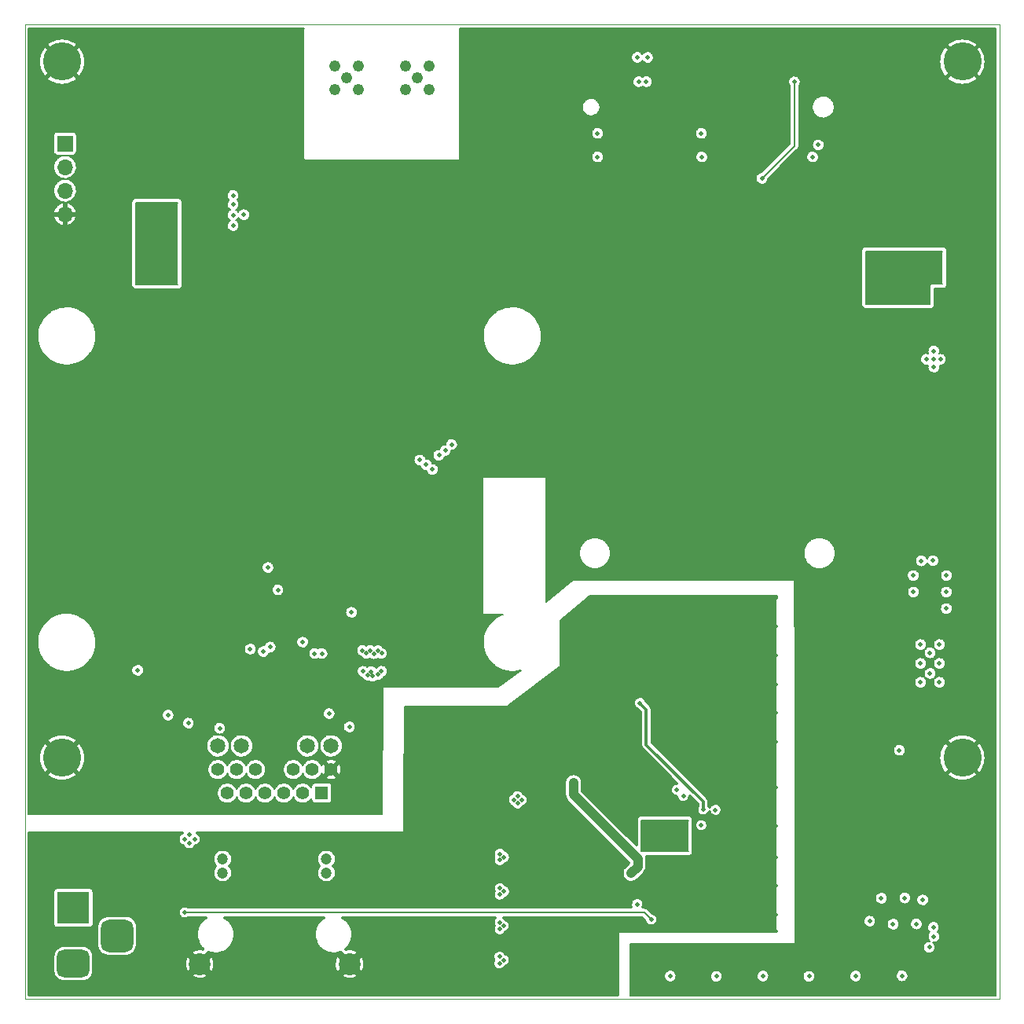
<source format=gbr>
%TF.GenerationSoftware,KiCad,Pcbnew,5.99.0-unknown-d8b1e827c7~129~ubuntu20.04.1*%
%TF.CreationDate,2021-06-15T13:21:36-05:00*%
%TF.ProjectId,AP3500,41503335-3030-42e6-9b69-6361645f7063,rev?*%
%TF.SameCoordinates,Original*%
%TF.FileFunction,Copper,L3,Inr*%
%TF.FilePolarity,Positive*%
%FSLAX46Y46*%
G04 Gerber Fmt 4.6, Leading zero omitted, Abs format (unit mm)*
G04 Created by KiCad (PCBNEW 5.99.0-unknown-d8b1e827c7~129~ubuntu20.04.1) date 2021-06-15 13:21:36*
%MOMM*%
%LPD*%
G01*
G04 APERTURE LIST*
G04 Aperture macros list*
%AMRoundRect*
0 Rectangle with rounded corners*
0 $1 Rounding radius*
0 $2 $3 $4 $5 $6 $7 $8 $9 X,Y pos of 4 corners*
0 Add a 4 corners polygon primitive as box body*
4,1,4,$2,$3,$4,$5,$6,$7,$8,$9,$2,$3,0*
0 Add four circle primitives for the rounded corners*
1,1,$1+$1,$2,$3*
1,1,$1+$1,$4,$5*
1,1,$1+$1,$6,$7*
1,1,$1+$1,$8,$9*
0 Add four rect primitives between the rounded corners*
20,1,$1+$1,$2,$3,$4,$5,0*
20,1,$1+$1,$4,$5,$6,$7,0*
20,1,$1+$1,$6,$7,$8,$9,0*
20,1,$1+$1,$8,$9,$2,$3,0*%
G04 Aperture macros list end*
%TA.AperFunction,Profile*%
%ADD10C,0.100000*%
%TD*%
%TA.AperFunction,ComponentPad*%
%ADD11R,1.398000X1.398000*%
%TD*%
%TA.AperFunction,ComponentPad*%
%ADD12C,1.398000*%
%TD*%
%TA.AperFunction,ComponentPad*%
%ADD13C,1.200000*%
%TD*%
%TA.AperFunction,ComponentPad*%
%ADD14C,1.650000*%
%TD*%
%TA.AperFunction,ComponentPad*%
%ADD15C,2.362500*%
%TD*%
%TA.AperFunction,ComponentPad*%
%ADD16R,3.500000X3.500000*%
%TD*%
%TA.AperFunction,ComponentPad*%
%ADD17RoundRect,0.750000X1.000000X-0.750000X1.000000X0.750000X-1.000000X0.750000X-1.000000X-0.750000X0*%
%TD*%
%TA.AperFunction,ComponentPad*%
%ADD18RoundRect,0.875000X0.875000X-0.875000X0.875000X0.875000X-0.875000X0.875000X-0.875000X-0.875000X0*%
%TD*%
%TA.AperFunction,ComponentPad*%
%ADD19C,4.100000*%
%TD*%
%TA.AperFunction,ComponentPad*%
%ADD20C,1.240000*%
%TD*%
%TA.AperFunction,ComponentPad*%
%ADD21R,1.700000X1.700000*%
%TD*%
%TA.AperFunction,ComponentPad*%
%ADD22O,1.700000X1.700000*%
%TD*%
%TA.AperFunction,ComponentPad*%
%ADD23C,0.500000*%
%TD*%
%TA.AperFunction,ViaPad*%
%ADD24C,0.500000*%
%TD*%
%TA.AperFunction,Conductor*%
%ADD25C,0.203200*%
%TD*%
%TA.AperFunction,Conductor*%
%ADD26C,1.016000*%
%TD*%
%TA.AperFunction,Conductor*%
%ADD27C,0.177800*%
%TD*%
%TA.AperFunction,Conductor*%
%ADD28C,0.304800*%
%TD*%
G04 APERTURE END LIST*
D10*
X105000000Y0D02*
X105000000Y-105000000D01*
X0Y0D02*
X105000000Y0D01*
X0Y-105000000D02*
X105000000Y-105000000D01*
X0Y-105000000D02*
X0Y0D01*
D11*
X31980000Y-82800000D03*
D12*
X29948000Y-82800000D03*
X27916000Y-82800000D03*
X25884000Y-82800000D03*
X23852000Y-82800000D03*
X21820000Y-82800000D03*
X32996000Y-80260000D03*
X30964000Y-80260000D03*
X28932000Y-80260000D03*
X24868000Y-80260000D03*
X22836000Y-80260000D03*
X20804000Y-80260000D03*
D13*
X32488000Y-89910000D03*
X21312000Y-89910000D03*
X32488000Y-91400000D03*
X21312000Y-91400000D03*
D14*
X32996000Y-77720000D03*
X30456000Y-77720000D03*
X23344000Y-77720000D03*
X20804000Y-77720000D03*
D15*
X34965000Y-101215000D03*
X18835000Y-101215000D03*
D16*
X5230671Y-95176004D03*
D17*
X5230671Y-101176004D03*
D18*
X9930671Y-98176004D03*
D19*
X101000000Y-4000000D03*
D20*
X42255917Y-5780177D03*
X40985917Y-7050177D03*
X40985917Y-4510177D03*
X43525917Y-7050177D03*
X43525917Y-4510177D03*
D21*
X4326800Y-12828000D03*
D22*
X4326800Y-15368000D03*
X4326800Y-17908000D03*
X4326800Y-20448000D03*
D19*
X101000000Y-79000000D03*
X4000000Y-4000000D03*
D20*
X34681000Y-5777000D03*
X33411000Y-7047000D03*
X35951000Y-7047000D03*
X35951000Y-4507000D03*
X33411000Y-4507000D03*
D23*
X70965609Y-88754788D03*
X68365609Y-86054788D03*
X69665609Y-87404788D03*
X68365609Y-88754788D03*
X70965609Y-87404788D03*
X67065609Y-87404788D03*
X67065609Y-88754788D03*
X69665609Y-86054788D03*
X69665609Y-88754788D03*
X68365609Y-87404788D03*
X70965609Y-86054788D03*
X67065609Y-86054788D03*
D19*
X4000000Y-79000000D03*
D24*
X33206600Y-35535600D03*
X80206052Y-99213400D03*
X93658600Y-90272600D03*
X13891000Y-74115000D03*
X29625200Y-35535600D03*
X104377400Y-53985424D03*
X87842000Y-62231000D03*
X24845000Y-60369000D03*
X96808200Y-91593400D03*
X18830200Y-16790400D03*
X68919000Y-15393400D03*
X58124000Y-33300400D03*
X71540534Y-585200D03*
X85175000Y-48819800D03*
X19439800Y-18289000D03*
X86546600Y-73991200D03*
X44181940Y-71171800D03*
X83168400Y-59640200D03*
X104377400Y-36193816D03*
X92637600Y-66475200D03*
X104377400Y-62881228D03*
X34425800Y-35535600D03*
X94526336Y-585200D03*
X104377400Y-45089620D03*
X38032600Y-30735000D03*
X29625200Y-69393800D03*
X27230000Y-66330000D03*
X26043800Y-35535600D03*
X83143000Y-99213400D03*
X100523000Y-27590000D03*
X58886000Y-59640200D03*
X65521312Y-99213400D03*
X92571000Y-64106000D03*
X68106796Y-3437795D03*
X104377400Y-71777032D03*
X22923000Y-66496000D03*
X36813400Y-30735000D03*
X30806000Y-57732000D03*
X101888200Y-64415400D03*
X68458260Y-99213400D03*
X10346600Y-25020000D03*
X50077280Y-71171800D03*
X94623800Y-61850000D03*
X28685400Y-53137800D03*
X25612000Y-69393800D03*
X34040000Y-67760000D03*
X62188000Y-29211000D03*
X25213599Y-64644000D03*
X96224000Y-102490000D03*
X88756400Y-52401200D03*
X101278600Y-46076600D03*
X83168400Y-83499504D03*
X23732400Y-64644000D03*
X29625200Y-30735000D03*
X68155796Y-6186595D03*
X67991900Y-59640200D03*
X32840000Y-66360000D03*
X28431400Y-35535600D03*
X104377400Y-95499176D03*
X101888200Y-61113400D03*
X38286600Y-74006440D03*
X39481000Y-69666000D03*
X52474000Y-14108000D03*
X11387000Y-68984000D03*
X48088000Y-13586000D03*
X71307000Y-6171000D03*
X22411600Y-30735000D03*
X23625000Y-30569000D03*
X7654200Y-35535600D03*
X32012800Y-35535600D03*
X34020000Y-66360000D03*
X99576800Y-50445400D03*
X74824220Y-585200D03*
X19312800Y-84913200D03*
X68516103Y-104395000D03*
X104377400Y-24332744D03*
X92363200Y-86030800D03*
X104377400Y-12471672D03*
X39226400Y-30735000D03*
X104377400Y-18402208D03*
X81391592Y-585200D03*
X66531400Y-15393400D03*
X29620000Y-67710000D03*
X55122104Y-585200D03*
X24824600Y-35535600D03*
X7722000Y-54495000D03*
X38286600Y-79421720D03*
X94739000Y-65266000D03*
X25104000Y-50623200D03*
X101093708Y-585200D03*
X89479640Y-104395000D03*
X27212200Y-35535600D03*
X74099396Y-6084995D03*
X33058000Y-71515000D03*
X10372000Y-35967400D03*
X7882800Y-24994600D03*
X101458804Y-104395000D03*
X89137400Y-93244400D03*
X38286600Y-76714080D03*
X24824600Y-56414400D03*
X104377400Y-9506404D03*
X10319000Y-54482000D03*
X104377400Y-65846496D03*
X104377400Y-56950692D03*
X59089200Y-7417800D03*
X21675000Y-39574200D03*
X47129610Y-71171800D03*
X12073800Y-17323800D03*
X98611600Y-31370000D03*
X56346000Y-61723000D03*
X104377400Y-101429712D03*
X104377400Y-21367476D03*
X98464013Y-104395000D03*
X39226400Y-35535600D03*
X40369400Y-17577800D03*
X104377400Y-33228548D03*
X86521200Y-78639400D03*
X83168400Y-77292160D03*
X71332000Y-44374800D03*
X10575200Y-27661600D03*
X83168400Y-74188488D03*
X104377400Y-6541136D03*
X38032600Y-35535600D03*
X94090400Y-100051600D03*
X74062500Y-59640200D03*
X34425800Y-30735000D03*
X91677400Y-80798400D03*
X16468000Y-28804600D03*
X94877800Y-39625000D03*
X104377400Y-48054888D03*
X20836800Y-68581000D03*
X24497000Y-30485000D03*
X67090200Y-31395400D03*
X28880000Y-66450000D03*
X104377400Y-27298012D03*
X35822800Y-21946600D03*
X15223400Y-40412400D03*
X33987597Y-64560000D03*
X16518800Y-34519600D03*
X643800Y-84913200D03*
X90153400Y-40260000D03*
X33282800Y-57709800D03*
X10336000Y-56312000D03*
X27212200Y-30735000D03*
X35215000Y-69525000D03*
X97290800Y-31776400D03*
X49437200Y-24004000D03*
X38286600Y-84837000D03*
X36813400Y-35535600D03*
X59983000Y-34663000D03*
X59523196Y-3341795D03*
X27205797Y-64644000D03*
X104377400Y-585200D03*
X90407000Y-23123000D03*
X93049000Y-77471000D03*
X30819000Y-35535600D03*
X93811000Y-54230000D03*
X88781800Y-58675000D03*
X89696200Y-94184200D03*
X30819000Y-30735000D03*
X104377400Y-83638104D03*
X36584800Y-17603200D03*
X15038000Y-68301000D03*
X33206600Y-30735000D03*
X101481800Y-55830200D03*
X34011000Y-69514000D03*
X95469222Y-104395000D03*
X83168400Y-92810520D03*
X57438200Y-44374800D03*
X22437000Y-14961600D03*
X83490058Y-104395000D03*
X71128800Y-48972200D03*
X85581400Y-84151200D03*
X20835510Y-65493000D03*
X85962400Y-44324000D03*
X23630800Y-35535600D03*
X58405790Y-585200D03*
X77097800Y-59640200D03*
X95106400Y-48946800D03*
X86521200Y-68479400D03*
X62518200Y-15368000D03*
X63352000Y-31323000D03*
X32012800Y-30735000D03*
X40394800Y-66360000D03*
X71510894Y-104395000D03*
X92913800Y-82133699D03*
X31340000Y-66360000D03*
X83168400Y-86603176D03*
X7832000Y-28855400D03*
X104377400Y-89568640D03*
X18398400Y-17425400D03*
X78107906Y-585200D03*
X27618600Y-69393800D03*
X99373600Y-32589200D03*
X104377400Y-92533908D03*
X28431400Y-30735000D03*
X14232800Y-62764400D03*
X29850000Y-14712000D03*
X55827000Y-2915000D03*
X104377400Y-30263280D03*
X48554732Y-585200D03*
X91242650Y-585200D03*
X26501000Y-22454600D03*
X21471800Y-22657800D03*
X104377400Y-68811764D03*
X52129600Y-69978000D03*
X52637600Y-20956000D03*
X35380000Y-66360000D03*
X31624000Y-69548000D03*
X32819000Y-69527000D03*
X41234270Y-71171800D03*
X78139200Y-15418800D03*
X62518188Y-10643601D03*
X29193400Y-64637597D03*
X17447000Y-77683000D03*
X77269104Y-99213400D03*
X92474431Y-104395000D03*
X93480000Y-23015000D03*
X92663000Y-68964400D03*
X84675278Y-585200D03*
X54413000Y-7475000D03*
X28785000Y-17051000D03*
X82101600Y-6249400D03*
X10090000Y-79060000D03*
X44458800Y-21921200D03*
X83168400Y-95914200D03*
X35619600Y-35535600D03*
X74106796Y-3519595D03*
X40394800Y-64644000D03*
X104377400Y-15436940D03*
X65006196Y-6237395D03*
X65521312Y-101499400D03*
X94760000Y-67760000D03*
X18398400Y-18009600D03*
X91093200Y-35840400D03*
X35289400Y-64560000D03*
X69122200Y-10288000D03*
X27610000Y-67710000D03*
X83168400Y-64877472D03*
X104377400Y-86603372D03*
X84971800Y-101321600D03*
X93023600Y-61469000D03*
X71395208Y-99213400D03*
X104377400Y-104395000D03*
X74505685Y-104395000D03*
X26141000Y-30731000D03*
X23605400Y-69393800D03*
X62315000Y-35942000D03*
X99180000Y-28602000D03*
X11972200Y-33046400D03*
X62873800Y-59665600D03*
X57235000Y-48921400D03*
X104377400Y-42124352D03*
X33140000Y-64560000D03*
X39912200Y-58319400D03*
X20100200Y-25375600D03*
X11057800Y-19711400D03*
X68256848Y-585200D03*
X36432400Y-54585600D03*
X22614800Y-84913200D03*
X34015000Y-72852000D03*
X64956600Y-59640200D03*
X51838418Y-585200D03*
X104377400Y-74742300D03*
X35619600Y-30735000D03*
X92388600Y-87427800D03*
X22132000Y-35696000D03*
X87958964Y-585200D03*
X97810022Y-585200D03*
X71027200Y-59640200D03*
X83168400Y-89706848D03*
X104377400Y-51020156D03*
X90813800Y-77445600D03*
X32840000Y-67760000D03*
X38286600Y-82129360D03*
X40420200Y-30735000D03*
X83168400Y-67981144D03*
X65521312Y-104395000D03*
X83168400Y-71084816D03*
X99018000Y-94539800D03*
X77500476Y-104395000D03*
X14969400Y-84913200D03*
X5419000Y-84913200D03*
X80133100Y-59640200D03*
X22411600Y-69393800D03*
X86484849Y-104395000D03*
X30793600Y-84938600D03*
X101329400Y-42190400D03*
X104377400Y-39159084D03*
X10194200Y-84913200D03*
X85761396Y-15508395D03*
X51510000Y-11608000D03*
X14563000Y-15850600D03*
X83168400Y-61773800D03*
X104377400Y-98464444D03*
X40420200Y-35535600D03*
X29142600Y-46991000D03*
X80495267Y-104395000D03*
X29764000Y-58983000D03*
X25641000Y-14696000D03*
X79688600Y-6173200D03*
X86191000Y-93777800D03*
X74332156Y-99213400D03*
X48954600Y-17628600D03*
X32038200Y-21895800D03*
X100288000Y-48464200D03*
X71305396Y-3443395D03*
X104377400Y-59915960D03*
X35240000Y-67760000D03*
X61689476Y-585200D03*
X64973162Y-585200D03*
X51618000Y-89688400D03*
X51160800Y-89358200D03*
X51160800Y-90018600D03*
X23224561Y-104395000D03*
X72089000Y-96193200D03*
X76395000Y-73701000D03*
X27723164Y-104395000D03*
X65967600Y-80419800D03*
X62790000Y-83210000D03*
X49094300Y-73711800D03*
X643800Y-100113697D03*
X64753400Y-61773800D03*
X80882400Y-95911400D03*
X59213385Y-104395000D03*
X76603000Y-72059000D03*
X9728752Y-104395000D03*
X80882400Y-82160000D03*
X643800Y-95832396D03*
X80882400Y-64877218D03*
X643800Y-91551095D03*
X74667866Y-61773800D03*
X10194200Y-87269794D03*
X643800Y-104395000D03*
X68101200Y-62639800D03*
X5419000Y-87269794D03*
X24596000Y-92812600D03*
X46440000Y-73711800D03*
X63712000Y-99839933D03*
X76330800Y-82578800D03*
X79190000Y-82610000D03*
X14227355Y-104395000D03*
X53526600Y-72568800D03*
X71398040Y-97562400D03*
X80882400Y-89704562D03*
X32221767Y-104395000D03*
X41131400Y-73711800D03*
X45717576Y-104395000D03*
X43785700Y-73711800D03*
X72190609Y-89563800D03*
X41131400Y-76185760D03*
X36720370Y-104395000D03*
X68456720Y-97562400D03*
X41131400Y-81133680D03*
X80882400Y-74187472D03*
X71560600Y-61773800D03*
X80882400Y-67980636D03*
X76330800Y-80115000D03*
X61123510Y-61773800D03*
X80882400Y-71084054D03*
X41131400Y-78659720D03*
X80882400Y-77290890D03*
X77775132Y-61773800D03*
X71809600Y-83848800D03*
X41131400Y-86081600D03*
X47452400Y-77521800D03*
X63712000Y-102117466D03*
X51748600Y-73711800D03*
X62938455Y-61773800D03*
X80882400Y-61773800D03*
X69650600Y-95685200D03*
X77280680Y-97562400D03*
X67395000Y-83465400D03*
X28939400Y-90704400D03*
X5230149Y-104395000D03*
X50216179Y-104395000D03*
X63808600Y-75339800D03*
X80906000Y-86300000D03*
X80882400Y-92807980D03*
X643800Y-87269794D03*
X71809600Y-85118800D03*
X54714782Y-104395000D03*
X78465200Y-88089800D03*
X43407000Y-77548400D03*
X63712000Y-97562400D03*
X41131400Y-83607640D03*
X41218973Y-104395000D03*
X43507000Y-81418400D03*
X72471000Y-73721000D03*
X62284600Y-75339800D03*
X65515400Y-97562400D03*
X16490000Y-99560000D03*
X63712000Y-104395000D03*
X75269000Y-87354000D03*
X47427000Y-81357200D03*
X80222000Y-97562400D03*
X74339360Y-97562400D03*
X14969400Y-87269794D03*
X68055400Y-83465400D03*
X79048600Y-80115000D03*
X59241600Y-63145400D03*
X17230000Y-95657400D03*
X67491600Y-96421800D03*
X51567200Y-97102298D03*
X51160800Y-96749600D03*
X51160800Y-97460800D03*
X51620657Y-93396800D03*
X51163457Y-93727000D03*
X51163457Y-93066600D03*
X52688400Y-83541600D03*
X17738000Y-88215200D03*
X17204600Y-87783400D03*
X59111000Y-81662000D03*
X65435600Y-91339400D03*
X59111000Y-82982800D03*
X53091200Y-83922600D03*
X66121400Y-89815400D03*
X66070600Y-90729800D03*
X17738000Y-87300800D03*
X59111000Y-82322400D03*
X53523000Y-83541600D03*
X18296800Y-87783400D03*
X53091200Y-83135200D03*
X51131457Y-100433198D03*
X51563257Y-100788798D03*
X51131457Y-101144398D03*
X82906800Y-6180800D03*
X79409200Y-16587200D03*
X97900400Y-36069000D03*
X97925800Y-36907200D03*
X96583200Y-57786000D03*
X95741400Y-61138800D03*
X99297400Y-59360800D03*
X99276500Y-61138800D03*
X98535400Y-66803000D03*
X95716000Y-59360800D03*
X98637000Y-36069000D03*
X96503400Y-66803000D03*
X94217400Y-78182200D03*
X22433201Y-21659600D03*
X97519400Y-69901800D03*
X97113000Y-36069000D03*
X23576201Y-20491200D03*
X22433201Y-18408400D03*
X22433201Y-19373600D03*
X96503400Y-68835000D03*
X96503400Y-70867000D03*
X97849600Y-57760600D03*
X22433201Y-20516600D03*
X97925800Y-35180000D03*
X97519400Y-67692000D03*
X99276500Y-62916800D03*
X98535400Y-70867000D03*
X98535400Y-68835000D03*
X70940000Y-83110000D03*
X72881400Y-86261800D03*
X66272400Y-73104600D03*
X73084600Y-84557600D03*
X70240000Y-82460000D03*
X65967600Y-94770800D03*
X74405400Y-84610800D03*
X45982800Y-45238400D03*
X96732000Y-94311200D03*
X45297000Y-45898800D03*
X94801600Y-94108000D03*
X44611200Y-46406800D03*
X92261600Y-94133400D03*
X43900000Y-47930800D03*
X91017000Y-96597200D03*
X93531600Y-96927400D03*
X43239600Y-47422800D03*
X42553800Y-46914800D03*
X96046200Y-96902000D03*
X34959200Y-75667600D03*
X20989200Y-75820000D03*
X24275000Y-67277000D03*
X26440000Y-67060000D03*
X32774800Y-74245200D03*
X29925000Y-66539000D03*
X12150000Y-69571600D03*
X79510800Y-102515400D03*
X66131796Y-6147795D03*
X96363700Y-27899100D03*
X84489200Y-102540800D03*
X97443200Y-99416600D03*
X97925800Y-98248200D03*
X93010900Y-27060900D03*
X89493000Y-102515400D03*
X69528600Y-102515400D03*
X94585700Y-27060900D03*
X66931796Y-6147795D03*
X93010900Y-27899100D03*
X74507000Y-102540800D03*
X72881796Y-11723795D03*
X94496800Y-102490000D03*
X67088996Y-3544995D03*
X97875000Y-97257600D03*
X61704196Y-14263795D03*
X15426600Y-74397600D03*
X97113000Y-26137600D03*
X96363700Y-27060900D03*
X97113000Y-25299400D03*
X61710796Y-11718395D03*
X35187800Y-63323200D03*
X85478596Y-12968395D03*
X94585700Y-27899100D03*
X65971396Y-3544995D03*
X84868996Y-14263795D03*
X72930996Y-14263795D03*
X17611000Y-75261200D03*
X25686000Y-67556000D03*
X14737002Y-25832800D03*
X38436000Y-67751000D03*
X38033000Y-70042000D03*
X14711602Y-27534600D03*
X13619402Y-25832800D03*
X36926000Y-70085000D03*
X36437000Y-69680000D03*
X36817000Y-67748000D03*
X13594002Y-27534600D03*
X38424000Y-69677000D03*
X14152802Y-26671000D03*
X38011000Y-67451000D03*
X37612000Y-67778000D03*
X37479000Y-70206000D03*
X37226000Y-67431000D03*
X36387000Y-67437000D03*
X37309000Y-69712000D03*
X31225400Y-67760000D03*
X27263000Y-60910200D03*
X32012800Y-67760000D03*
X26196200Y-58497200D03*
D25*
X66727200Y-95657400D02*
X67491600Y-96421800D01*
X17230000Y-95657400D02*
X66727200Y-95657400D01*
D26*
X66045200Y-90704400D02*
X65308600Y-91441000D01*
X66045200Y-89917000D02*
X66045200Y-90704400D01*
X59111000Y-81662000D02*
X59111000Y-82982800D01*
X59111000Y-82982800D02*
X66045200Y-89917000D01*
D27*
X82906800Y-8619200D02*
X82906800Y-6180800D01*
X82906800Y-13089600D02*
X82906800Y-8619200D01*
X79409200Y-16587200D02*
X82906800Y-13089600D01*
D28*
X66958200Y-73790400D02*
X66272400Y-73104600D01*
X73084600Y-84557600D02*
X73084600Y-83726800D01*
X73084600Y-83726800D02*
X66958200Y-77600400D01*
X66958200Y-77600400D02*
X66958200Y-73790400D01*
X23344000Y-77720000D02*
X22955200Y-77720000D01*
D25*
X16465201Y-27992800D02*
X11992802Y-27992800D01*
X11992802Y-19227800D01*
X16465201Y-19227800D01*
%TA.AperFunction,Conductor*%
G36*
X16465201Y-27992800D02*
G01*
X11992802Y-27992800D01*
X11992802Y-19227800D01*
X16465201Y-19227800D01*
X16465201Y-27992800D01*
G37*
%TD.AperFunction*%
X30065327Y-14522039D02*
X30084546Y-14581168D01*
X30134849Y-14617708D01*
X30165927Y-14622629D01*
X33429407Y-14622618D01*
X46720060Y-14629826D01*
X46744878Y-14621777D01*
X46762919Y-14621777D01*
X46822050Y-14602564D01*
X46858595Y-14552264D01*
X46863519Y-14521174D01*
X46863514Y-14332965D01*
X61047720Y-14332965D01*
X61051142Y-14360056D01*
X61090504Y-14506957D01*
X61101086Y-14532130D01*
X61178503Y-14663034D01*
X61195463Y-14684433D01*
X61305230Y-14789696D01*
X61327321Y-14805746D01*
X61461352Y-14877613D01*
X61486946Y-14887131D01*
X61635366Y-14920307D01*
X61662576Y-14922592D01*
X61814451Y-14914633D01*
X61841274Y-14909516D01*
X61985413Y-14861007D01*
X62009870Y-14848866D01*
X62135655Y-14763383D01*
X62155948Y-14745112D01*
X62254111Y-14628952D01*
X62268742Y-14605897D01*
X62332051Y-14467618D01*
X62339943Y-14441477D01*
X62357130Y-14332965D01*
X72274520Y-14332965D01*
X72277942Y-14360056D01*
X72317304Y-14506957D01*
X72327886Y-14532130D01*
X72405303Y-14663034D01*
X72422263Y-14684433D01*
X72532030Y-14789696D01*
X72554121Y-14805746D01*
X72688152Y-14877613D01*
X72713746Y-14887131D01*
X72862166Y-14920307D01*
X72889376Y-14922592D01*
X73041251Y-14914633D01*
X73068074Y-14909516D01*
X73212213Y-14861007D01*
X73236670Y-14848866D01*
X73362455Y-14763383D01*
X73382748Y-14745112D01*
X73480911Y-14628952D01*
X73495542Y-14605897D01*
X73558851Y-14467618D01*
X73566743Y-14441477D01*
X73590534Y-14291266D01*
X73591767Y-14276583D01*
X73591890Y-14264849D01*
X73590965Y-14250142D01*
X73570325Y-14099466D01*
X73562982Y-14073166D01*
X73502583Y-13933591D01*
X73488438Y-13910234D01*
X73392729Y-13792044D01*
X73372824Y-13773352D01*
X73248857Y-13685253D01*
X73224658Y-13672602D01*
X73081566Y-13621086D01*
X73054857Y-13615409D01*
X72903182Y-13604271D01*
X72875930Y-13605986D01*
X72726848Y-13636046D01*
X72701061Y-13645026D01*
X72565554Y-13714070D01*
X72543131Y-13729653D01*
X72431183Y-13832594D01*
X72413778Y-13853634D01*
X72333637Y-13982888D01*
X72322530Y-14007834D01*
X72280101Y-14153879D01*
X72276113Y-14180891D01*
X72274520Y-14332965D01*
X62357130Y-14332965D01*
X62363734Y-14291266D01*
X62364967Y-14276583D01*
X62365090Y-14264849D01*
X62364165Y-14250142D01*
X62343525Y-14099466D01*
X62336182Y-14073166D01*
X62275783Y-13933591D01*
X62261638Y-13910234D01*
X62165929Y-13792044D01*
X62146024Y-13773352D01*
X62022057Y-13685253D01*
X61997858Y-13672602D01*
X61854766Y-13621086D01*
X61828057Y-13615409D01*
X61676382Y-13604271D01*
X61649130Y-13605986D01*
X61500048Y-13636046D01*
X61474261Y-13645026D01*
X61338754Y-13714070D01*
X61316331Y-13729653D01*
X61204383Y-13832594D01*
X61186978Y-13853634D01*
X61106837Y-13982888D01*
X61095730Y-14007834D01*
X61053301Y-14153879D01*
X61049313Y-14180891D01*
X61047720Y-14332965D01*
X46863514Y-14332965D01*
X46863448Y-11787565D01*
X61054320Y-11787565D01*
X61057742Y-11814656D01*
X61097104Y-11961557D01*
X61107686Y-11986730D01*
X61185103Y-12117634D01*
X61202063Y-12139033D01*
X61311830Y-12244296D01*
X61333921Y-12260346D01*
X61467952Y-12332213D01*
X61493546Y-12341731D01*
X61641966Y-12374907D01*
X61669176Y-12377192D01*
X61821051Y-12369233D01*
X61847874Y-12364116D01*
X61992013Y-12315607D01*
X62016470Y-12303466D01*
X62142255Y-12217983D01*
X62162548Y-12199712D01*
X62260711Y-12083552D01*
X62275342Y-12060497D01*
X62338651Y-11922218D01*
X62346543Y-11896077D01*
X62362874Y-11792965D01*
X72225320Y-11792965D01*
X72228742Y-11820056D01*
X72268104Y-11966957D01*
X72278686Y-11992130D01*
X72356103Y-12123034D01*
X72373063Y-12144433D01*
X72482830Y-12249696D01*
X72504921Y-12265746D01*
X72638952Y-12337613D01*
X72664546Y-12347131D01*
X72812966Y-12380307D01*
X72840176Y-12382592D01*
X72992051Y-12374633D01*
X73018874Y-12369516D01*
X73163013Y-12321007D01*
X73187470Y-12308866D01*
X73313255Y-12223383D01*
X73333548Y-12205112D01*
X73431711Y-12088952D01*
X73446342Y-12065897D01*
X73509651Y-11927618D01*
X73517543Y-11901477D01*
X73541334Y-11751266D01*
X73542567Y-11736583D01*
X73542690Y-11724849D01*
X73541765Y-11710142D01*
X73521125Y-11559466D01*
X73513782Y-11533166D01*
X73453383Y-11393591D01*
X73439238Y-11370234D01*
X73343529Y-11252044D01*
X73323624Y-11233352D01*
X73199657Y-11145253D01*
X73175458Y-11132602D01*
X73032366Y-11081086D01*
X73005657Y-11075409D01*
X72853982Y-11064271D01*
X72826730Y-11065986D01*
X72677648Y-11096046D01*
X72651861Y-11105026D01*
X72516354Y-11174070D01*
X72493931Y-11189653D01*
X72381983Y-11292594D01*
X72364578Y-11313634D01*
X72284437Y-11442888D01*
X72273330Y-11467834D01*
X72230901Y-11613879D01*
X72226913Y-11640891D01*
X72225320Y-11792965D01*
X62362874Y-11792965D01*
X62370334Y-11745866D01*
X62371567Y-11731183D01*
X62371690Y-11719449D01*
X62370765Y-11704742D01*
X62350125Y-11554066D01*
X62342782Y-11527766D01*
X62282383Y-11388191D01*
X62268238Y-11364834D01*
X62172529Y-11246644D01*
X62152624Y-11227952D01*
X62028657Y-11139853D01*
X62004458Y-11127202D01*
X61861366Y-11075686D01*
X61834657Y-11070009D01*
X61682982Y-11058871D01*
X61655730Y-11060586D01*
X61506648Y-11090646D01*
X61480861Y-11099626D01*
X61345354Y-11168670D01*
X61322931Y-11184253D01*
X61210983Y-11287194D01*
X61193578Y-11308234D01*
X61113437Y-11437488D01*
X61102330Y-11462434D01*
X61059901Y-11608479D01*
X61055913Y-11635491D01*
X61054320Y-11787565D01*
X46863448Y-11787565D01*
X46863376Y-8987375D01*
X60050614Y-8987375D01*
X60052885Y-9008985D01*
X60092154Y-9190612D01*
X60099013Y-9211231D01*
X60176368Y-9380188D01*
X60187494Y-9398852D01*
X60299325Y-9547258D01*
X60314200Y-9563099D01*
X60455291Y-9684028D01*
X60473220Y-9696304D01*
X60636987Y-9784115D01*
X60657135Y-9792255D01*
X60835938Y-9842851D01*
X60857363Y-9846475D01*
X61042859Y-9857496D01*
X61064562Y-9856434D01*
X61248098Y-9827365D01*
X61269068Y-9821668D01*
X61442081Y-9753865D01*
X61461338Y-9743798D01*
X61615754Y-9640425D01*
X61632399Y-9626458D01*
X61761016Y-9492338D01*
X61774274Y-9475122D01*
X61871090Y-9316512D01*
X61880342Y-9296850D01*
X61940840Y-9121150D01*
X61945654Y-9099961D01*
X61967012Y-8915369D01*
X61967678Y-8904158D01*
X61967699Y-8898152D01*
X61967112Y-8886935D01*
X61947043Y-8702198D01*
X61942377Y-8680976D01*
X61883107Y-8504858D01*
X61873992Y-8485132D01*
X61778286Y-8325850D01*
X61765148Y-8308542D01*
X61637471Y-8173528D01*
X61620924Y-8159445D01*
X61467232Y-8054996D01*
X61448046Y-8044794D01*
X61275512Y-7975785D01*
X61254583Y-7969942D01*
X61071254Y-7939592D01*
X61049558Y-7938379D01*
X60863989Y-7948105D01*
X60842539Y-7951579D01*
X60663387Y-8000925D01*
X60643183Y-8008924D01*
X60478807Y-8095590D01*
X60460793Y-8107741D01*
X60318862Y-8227682D01*
X60303877Y-8243418D01*
X60191012Y-8391039D01*
X60179755Y-8409626D01*
X60101223Y-8578040D01*
X60094221Y-8598609D01*
X60053684Y-8779957D01*
X60051262Y-8801552D01*
X60050614Y-8987375D01*
X46863376Y-8987375D01*
X46863305Y-6216965D01*
X65475320Y-6216965D01*
X65478742Y-6244056D01*
X65518104Y-6390957D01*
X65528686Y-6416130D01*
X65606103Y-6547034D01*
X65623063Y-6568433D01*
X65732830Y-6673696D01*
X65754921Y-6689746D01*
X65888952Y-6761613D01*
X65914546Y-6771131D01*
X66062966Y-6804307D01*
X66090176Y-6806592D01*
X66242051Y-6798633D01*
X66268874Y-6793516D01*
X66413013Y-6745007D01*
X66437470Y-6732866D01*
X66529390Y-6670397D01*
X66532830Y-6673696D01*
X66554921Y-6689746D01*
X66688952Y-6761613D01*
X66714546Y-6771131D01*
X66862966Y-6804307D01*
X66890176Y-6806592D01*
X67042051Y-6798633D01*
X67068874Y-6793516D01*
X67213013Y-6745007D01*
X67237470Y-6732866D01*
X67363255Y-6647383D01*
X67383548Y-6629112D01*
X67481711Y-6512952D01*
X67496342Y-6489897D01*
X67559651Y-6351618D01*
X67567543Y-6325477D01*
X67591334Y-6175266D01*
X67592567Y-6160583D01*
X67592690Y-6148849D01*
X67591765Y-6134142D01*
X67571125Y-5983466D01*
X67563782Y-5957166D01*
X67503383Y-5817591D01*
X67489238Y-5794234D01*
X67393529Y-5676044D01*
X67373624Y-5657352D01*
X67249657Y-5569253D01*
X67225458Y-5556602D01*
X67082366Y-5505086D01*
X67055657Y-5499409D01*
X66903982Y-5488271D01*
X66876730Y-5489986D01*
X66727648Y-5520046D01*
X66701861Y-5529026D01*
X66566354Y-5598070D01*
X66543931Y-5613654D01*
X66530070Y-5626400D01*
X66449657Y-5569253D01*
X66425458Y-5556602D01*
X66282366Y-5505086D01*
X66255657Y-5499409D01*
X66103982Y-5488271D01*
X66076730Y-5489986D01*
X65927648Y-5520046D01*
X65901861Y-5529026D01*
X65766354Y-5598070D01*
X65743931Y-5613653D01*
X65631983Y-5716594D01*
X65614578Y-5737634D01*
X65534437Y-5866888D01*
X65523330Y-5891834D01*
X65480901Y-6037879D01*
X65476913Y-6064891D01*
X65475320Y-6216965D01*
X46863305Y-6216965D01*
X46863238Y-3614165D01*
X65314920Y-3614165D01*
X65318342Y-3641256D01*
X65357704Y-3788157D01*
X65368286Y-3813330D01*
X65445703Y-3944234D01*
X65462663Y-3965633D01*
X65572430Y-4070896D01*
X65594521Y-4086946D01*
X65728552Y-4158813D01*
X65754146Y-4168331D01*
X65902566Y-4201507D01*
X65929776Y-4203792D01*
X66081651Y-4195833D01*
X66108474Y-4190716D01*
X66252613Y-4142207D01*
X66277070Y-4130066D01*
X66402855Y-4044583D01*
X66423148Y-4026312D01*
X66521311Y-3910152D01*
X66532614Y-3892342D01*
X66563303Y-3944234D01*
X66580263Y-3965633D01*
X66690030Y-4070896D01*
X66712121Y-4086946D01*
X66846152Y-4158813D01*
X66871746Y-4168331D01*
X67020166Y-4201507D01*
X67047376Y-4203792D01*
X67199251Y-4195833D01*
X67226074Y-4190716D01*
X67370213Y-4142207D01*
X67394670Y-4130066D01*
X67520455Y-4044583D01*
X67540748Y-4026312D01*
X67568543Y-3993421D01*
X98539815Y-3993421D01*
X98539815Y-4006579D01*
X98560003Y-4314595D01*
X98561721Y-4327642D01*
X98621941Y-4630387D01*
X98625347Y-4643098D01*
X98724568Y-4935393D01*
X98729604Y-4947550D01*
X98866128Y-5224394D01*
X98872707Y-5235791D01*
X99044199Y-5492446D01*
X99052209Y-5502884D01*
X99087900Y-5543583D01*
X99141332Y-5575373D01*
X99203246Y-5569685D01*
X99234671Y-5548389D01*
X100711925Y-4071135D01*
X100740151Y-4015737D01*
X100735166Y-3984263D01*
X101259849Y-3984263D01*
X101269575Y-4045671D01*
X101288075Y-4071135D01*
X102765329Y-5548389D01*
X102820727Y-5576615D01*
X102882135Y-5566889D01*
X102912100Y-5543583D01*
X102947791Y-5502884D01*
X102955801Y-5492446D01*
X103127293Y-5235791D01*
X103133872Y-5224394D01*
X103270396Y-4947550D01*
X103275432Y-4935393D01*
X103374653Y-4643098D01*
X103378059Y-4630387D01*
X103438279Y-4327642D01*
X103439997Y-4314595D01*
X103460185Y-4006579D01*
X103460185Y-3993421D01*
X103439997Y-3685405D01*
X103438279Y-3672358D01*
X103378059Y-3369613D01*
X103374653Y-3356902D01*
X103275432Y-3064607D01*
X103270396Y-3052450D01*
X103133872Y-2775606D01*
X103127293Y-2764209D01*
X102955801Y-2507554D01*
X102947791Y-2497116D01*
X102912100Y-2456417D01*
X102858668Y-2424627D01*
X102796754Y-2430315D01*
X102765329Y-2451611D01*
X101288075Y-3928865D01*
X101259849Y-3984263D01*
X100735166Y-3984263D01*
X100730425Y-3954329D01*
X100711925Y-3928865D01*
X99234671Y-2451611D01*
X99179273Y-2423385D01*
X99117865Y-2433111D01*
X99087900Y-2456417D01*
X99052209Y-2497116D01*
X99044199Y-2507554D01*
X98872707Y-2764209D01*
X98866128Y-2775606D01*
X98729604Y-3052450D01*
X98724568Y-3064607D01*
X98625347Y-3356902D01*
X98621941Y-3369613D01*
X98561721Y-3672358D01*
X98560003Y-3685405D01*
X98539815Y-3993421D01*
X67568543Y-3993421D01*
X67638911Y-3910152D01*
X67653542Y-3887097D01*
X67716851Y-3748818D01*
X67724743Y-3722677D01*
X67748534Y-3572466D01*
X67749767Y-3557783D01*
X67749890Y-3546049D01*
X67748965Y-3531342D01*
X67728325Y-3380666D01*
X67720982Y-3354366D01*
X67660583Y-3214791D01*
X67646438Y-3191434D01*
X67550729Y-3073244D01*
X67530824Y-3054552D01*
X67406857Y-2966453D01*
X67382658Y-2953802D01*
X67239566Y-2902286D01*
X67212857Y-2896609D01*
X67061182Y-2885471D01*
X67033930Y-2887186D01*
X66884848Y-2917246D01*
X66859061Y-2926226D01*
X66723554Y-2995270D01*
X66701131Y-3010853D01*
X66589183Y-3113794D01*
X66571778Y-3134834D01*
X66532715Y-3197836D01*
X66528838Y-3191434D01*
X66433129Y-3073244D01*
X66413224Y-3054552D01*
X66289257Y-2966453D01*
X66265058Y-2953802D01*
X66121966Y-2902286D01*
X66095257Y-2896609D01*
X65943582Y-2885471D01*
X65916330Y-2887186D01*
X65767248Y-2917246D01*
X65741461Y-2926226D01*
X65605954Y-2995270D01*
X65583531Y-3010853D01*
X65471583Y-3113794D01*
X65454178Y-3134834D01*
X65374037Y-3264088D01*
X65362930Y-3289034D01*
X65320501Y-3435079D01*
X65316513Y-3462091D01*
X65314920Y-3614165D01*
X46863238Y-3614165D01*
X46863200Y-2141332D01*
X99424627Y-2141332D01*
X99430315Y-2203246D01*
X99451611Y-2234671D01*
X100928865Y-3711925D01*
X100984263Y-3740151D01*
X101045671Y-3730425D01*
X101071135Y-3711925D01*
X102548389Y-2234671D01*
X102576615Y-2179273D01*
X102566889Y-2117865D01*
X102543583Y-2087900D01*
X102502884Y-2052209D01*
X102492446Y-2044199D01*
X102235791Y-1872707D01*
X102224394Y-1866128D01*
X101947550Y-1729604D01*
X101935393Y-1724568D01*
X101643098Y-1625347D01*
X101630387Y-1621941D01*
X101327642Y-1561721D01*
X101314595Y-1560003D01*
X101006579Y-1539815D01*
X100993421Y-1539815D01*
X100685405Y-1560003D01*
X100672358Y-1561721D01*
X100369613Y-1621941D01*
X100356902Y-1625347D01*
X100064607Y-1724568D01*
X100052450Y-1729604D01*
X99775606Y-1866128D01*
X99764209Y-1872707D01*
X99507554Y-2044199D01*
X99497116Y-2052209D01*
X99456417Y-2087900D01*
X99424627Y-2141332D01*
X46863200Y-2141332D01*
X46863155Y-405400D01*
X104594600Y-405400D01*
X104594600Y-104594600D01*
X65184200Y-104594600D01*
X65184200Y-102584570D01*
X68872124Y-102584570D01*
X68875546Y-102611661D01*
X68914908Y-102758562D01*
X68925490Y-102783735D01*
X69002907Y-102914639D01*
X69019867Y-102936038D01*
X69129634Y-103041301D01*
X69151725Y-103057351D01*
X69285756Y-103129218D01*
X69311350Y-103138736D01*
X69459770Y-103171912D01*
X69486980Y-103174197D01*
X69638855Y-103166238D01*
X69665678Y-103161121D01*
X69809817Y-103112612D01*
X69834274Y-103100471D01*
X69960059Y-103014988D01*
X69980352Y-102996717D01*
X70078515Y-102880557D01*
X70093146Y-102857502D01*
X70156455Y-102719223D01*
X70164347Y-102693082D01*
X70177511Y-102609970D01*
X73850524Y-102609970D01*
X73853946Y-102637061D01*
X73893308Y-102783962D01*
X73903890Y-102809135D01*
X73981307Y-102940039D01*
X73998267Y-102961438D01*
X74108034Y-103066701D01*
X74130125Y-103082751D01*
X74264156Y-103154618D01*
X74289750Y-103164136D01*
X74438170Y-103197312D01*
X74465380Y-103199597D01*
X74617255Y-103191638D01*
X74644078Y-103186521D01*
X74788217Y-103138012D01*
X74812674Y-103125871D01*
X74938459Y-103040388D01*
X74958752Y-103022117D01*
X75056915Y-102905957D01*
X75071546Y-102882902D01*
X75134855Y-102744623D01*
X75142747Y-102718482D01*
X75163957Y-102584570D01*
X78854324Y-102584570D01*
X78857746Y-102611661D01*
X78897108Y-102758562D01*
X78907690Y-102783735D01*
X78985107Y-102914639D01*
X79002067Y-102936038D01*
X79111834Y-103041301D01*
X79133925Y-103057351D01*
X79267956Y-103129218D01*
X79293550Y-103138736D01*
X79441970Y-103171912D01*
X79469180Y-103174197D01*
X79621055Y-103166238D01*
X79647878Y-103161121D01*
X79792017Y-103112612D01*
X79816474Y-103100471D01*
X79942259Y-103014988D01*
X79962552Y-102996717D01*
X80060715Y-102880557D01*
X80075346Y-102857502D01*
X80138655Y-102719223D01*
X80146547Y-102693082D01*
X80159711Y-102609970D01*
X83832724Y-102609970D01*
X83836146Y-102637061D01*
X83875508Y-102783962D01*
X83886090Y-102809135D01*
X83963507Y-102940039D01*
X83980467Y-102961438D01*
X84090234Y-103066701D01*
X84112325Y-103082751D01*
X84246356Y-103154618D01*
X84271950Y-103164136D01*
X84420370Y-103197312D01*
X84447580Y-103199597D01*
X84599455Y-103191638D01*
X84626278Y-103186521D01*
X84770417Y-103138012D01*
X84794874Y-103125871D01*
X84920659Y-103040388D01*
X84940952Y-103022117D01*
X85039115Y-102905957D01*
X85053746Y-102882902D01*
X85117055Y-102744623D01*
X85124947Y-102718482D01*
X85146157Y-102584570D01*
X88836524Y-102584570D01*
X88839946Y-102611661D01*
X88879308Y-102758562D01*
X88889890Y-102783735D01*
X88967307Y-102914639D01*
X88984267Y-102936038D01*
X89094034Y-103041301D01*
X89116125Y-103057351D01*
X89250156Y-103129218D01*
X89275750Y-103138736D01*
X89424170Y-103171912D01*
X89451380Y-103174197D01*
X89603255Y-103166238D01*
X89630078Y-103161121D01*
X89774217Y-103112612D01*
X89798674Y-103100471D01*
X89924459Y-103014988D01*
X89944752Y-102996717D01*
X90042915Y-102880557D01*
X90057546Y-102857502D01*
X90120855Y-102719223D01*
X90128747Y-102693082D01*
X90149957Y-102559170D01*
X93840324Y-102559170D01*
X93843746Y-102586261D01*
X93883108Y-102733162D01*
X93893690Y-102758335D01*
X93971107Y-102889239D01*
X93988067Y-102910638D01*
X94097834Y-103015901D01*
X94119925Y-103031951D01*
X94253956Y-103103818D01*
X94279550Y-103113336D01*
X94427970Y-103146512D01*
X94455180Y-103148797D01*
X94607055Y-103140838D01*
X94633878Y-103135721D01*
X94778017Y-103087212D01*
X94802474Y-103075071D01*
X94928259Y-102989588D01*
X94948552Y-102971317D01*
X95046715Y-102855157D01*
X95061346Y-102832102D01*
X95124655Y-102693823D01*
X95132547Y-102667682D01*
X95156338Y-102517471D01*
X95157571Y-102502788D01*
X95157694Y-102491054D01*
X95156769Y-102476347D01*
X95136129Y-102325671D01*
X95128786Y-102299371D01*
X95068387Y-102159796D01*
X95054242Y-102136439D01*
X94958533Y-102018249D01*
X94938628Y-101999557D01*
X94814661Y-101911458D01*
X94790462Y-101898807D01*
X94647370Y-101847291D01*
X94620661Y-101841614D01*
X94468986Y-101830476D01*
X94441734Y-101832191D01*
X94292652Y-101862251D01*
X94266865Y-101871231D01*
X94131358Y-101940275D01*
X94108935Y-101955858D01*
X93996987Y-102058799D01*
X93979582Y-102079839D01*
X93899441Y-102209093D01*
X93888334Y-102234039D01*
X93845905Y-102380084D01*
X93841917Y-102407096D01*
X93840324Y-102559170D01*
X90149957Y-102559170D01*
X90152538Y-102542871D01*
X90153771Y-102528188D01*
X90153894Y-102516454D01*
X90152969Y-102501747D01*
X90132329Y-102351071D01*
X90124986Y-102324771D01*
X90064587Y-102185196D01*
X90050442Y-102161839D01*
X89954733Y-102043649D01*
X89934828Y-102024957D01*
X89810861Y-101936858D01*
X89786662Y-101924207D01*
X89643570Y-101872691D01*
X89616861Y-101867014D01*
X89465186Y-101855876D01*
X89437934Y-101857591D01*
X89288852Y-101887651D01*
X89263065Y-101896631D01*
X89127558Y-101965675D01*
X89105135Y-101981258D01*
X88993187Y-102084199D01*
X88975782Y-102105239D01*
X88895641Y-102234493D01*
X88884534Y-102259439D01*
X88842105Y-102405484D01*
X88838117Y-102432496D01*
X88836524Y-102584570D01*
X85146157Y-102584570D01*
X85148738Y-102568271D01*
X85149971Y-102553588D01*
X85150094Y-102541854D01*
X85149169Y-102527147D01*
X85128529Y-102376471D01*
X85121186Y-102350171D01*
X85060787Y-102210596D01*
X85046642Y-102187239D01*
X84950933Y-102069049D01*
X84931028Y-102050357D01*
X84807061Y-101962258D01*
X84782862Y-101949607D01*
X84639770Y-101898091D01*
X84613061Y-101892414D01*
X84461386Y-101881276D01*
X84434134Y-101882991D01*
X84285052Y-101913051D01*
X84259265Y-101922031D01*
X84123758Y-101991075D01*
X84101335Y-102006658D01*
X83989387Y-102109599D01*
X83971982Y-102130639D01*
X83891841Y-102259893D01*
X83880734Y-102284839D01*
X83838305Y-102430884D01*
X83834317Y-102457896D01*
X83832724Y-102609970D01*
X80159711Y-102609970D01*
X80170338Y-102542871D01*
X80171571Y-102528188D01*
X80171694Y-102516454D01*
X80170769Y-102501747D01*
X80150129Y-102351071D01*
X80142786Y-102324771D01*
X80082387Y-102185196D01*
X80068242Y-102161839D01*
X79972533Y-102043649D01*
X79952628Y-102024957D01*
X79828661Y-101936858D01*
X79804462Y-101924207D01*
X79661370Y-101872691D01*
X79634661Y-101867014D01*
X79482986Y-101855876D01*
X79455734Y-101857591D01*
X79306652Y-101887651D01*
X79280865Y-101896631D01*
X79145358Y-101965675D01*
X79122935Y-101981258D01*
X79010987Y-102084199D01*
X78993582Y-102105239D01*
X78913441Y-102234493D01*
X78902334Y-102259439D01*
X78859905Y-102405484D01*
X78855917Y-102432496D01*
X78854324Y-102584570D01*
X75163957Y-102584570D01*
X75166538Y-102568271D01*
X75167771Y-102553588D01*
X75167894Y-102541854D01*
X75166969Y-102527147D01*
X75146329Y-102376471D01*
X75138986Y-102350171D01*
X75078587Y-102210596D01*
X75064442Y-102187239D01*
X74968733Y-102069049D01*
X74948828Y-102050357D01*
X74824861Y-101962258D01*
X74800662Y-101949607D01*
X74657570Y-101898091D01*
X74630861Y-101892414D01*
X74479186Y-101881276D01*
X74451934Y-101882991D01*
X74302852Y-101913051D01*
X74277065Y-101922031D01*
X74141558Y-101991075D01*
X74119135Y-102006658D01*
X74007187Y-102109599D01*
X73989782Y-102130639D01*
X73909641Y-102259893D01*
X73898534Y-102284839D01*
X73856105Y-102430884D01*
X73852117Y-102457896D01*
X73850524Y-102609970D01*
X70177511Y-102609970D01*
X70188138Y-102542871D01*
X70189371Y-102528188D01*
X70189494Y-102516454D01*
X70188569Y-102501747D01*
X70167929Y-102351071D01*
X70160586Y-102324771D01*
X70100187Y-102185196D01*
X70086042Y-102161839D01*
X69990333Y-102043649D01*
X69970428Y-102024957D01*
X69846461Y-101936858D01*
X69822262Y-101924207D01*
X69679170Y-101872691D01*
X69652461Y-101867014D01*
X69500786Y-101855876D01*
X69473534Y-101857591D01*
X69324452Y-101887651D01*
X69298665Y-101896631D01*
X69163158Y-101965675D01*
X69140735Y-101981258D01*
X69028787Y-102084199D01*
X69011382Y-102105239D01*
X68931241Y-102234493D01*
X68920134Y-102259439D01*
X68877705Y-102405484D01*
X68873717Y-102432496D01*
X68872124Y-102584570D01*
X65184200Y-102584570D01*
X65184200Y-99485770D01*
X96786724Y-99485770D01*
X96790146Y-99512861D01*
X96829508Y-99659762D01*
X96840090Y-99684935D01*
X96917507Y-99815839D01*
X96934467Y-99837238D01*
X97044234Y-99942501D01*
X97066325Y-99958551D01*
X97200356Y-100030418D01*
X97225950Y-100039936D01*
X97374370Y-100073112D01*
X97401580Y-100075397D01*
X97553455Y-100067438D01*
X97580278Y-100062321D01*
X97724417Y-100013812D01*
X97748874Y-100001671D01*
X97874659Y-99916188D01*
X97894952Y-99897917D01*
X97993115Y-99781757D01*
X98007746Y-99758702D01*
X98071055Y-99620423D01*
X98078947Y-99594282D01*
X98102738Y-99444071D01*
X98103971Y-99429388D01*
X98104094Y-99417654D01*
X98103169Y-99402947D01*
X98082529Y-99252271D01*
X98075186Y-99225971D01*
X98014787Y-99086396D01*
X98000642Y-99063039D01*
X97904933Y-98944849D01*
X97885028Y-98926157D01*
X97853880Y-98904021D01*
X97856970Y-98904712D01*
X97884180Y-98906997D01*
X98036055Y-98899038D01*
X98062878Y-98893921D01*
X98207017Y-98845412D01*
X98231474Y-98833271D01*
X98357259Y-98747788D01*
X98377552Y-98729517D01*
X98475715Y-98613357D01*
X98490346Y-98590302D01*
X98553655Y-98452023D01*
X98561547Y-98425882D01*
X98585338Y-98275671D01*
X98586571Y-98260988D01*
X98586694Y-98249254D01*
X98585769Y-98234547D01*
X98565129Y-98083871D01*
X98557786Y-98057571D01*
X98497387Y-97917996D01*
X98483242Y-97894639D01*
X98387533Y-97776449D01*
X98367628Y-97757757D01*
X98332142Y-97732539D01*
X98424915Y-97622757D01*
X98439546Y-97599702D01*
X98502855Y-97461423D01*
X98510747Y-97435282D01*
X98534538Y-97285071D01*
X98535771Y-97270388D01*
X98535894Y-97258654D01*
X98534969Y-97243947D01*
X98514329Y-97093271D01*
X98506986Y-97066971D01*
X98446587Y-96927396D01*
X98432442Y-96904039D01*
X98336733Y-96785849D01*
X98316828Y-96767157D01*
X98192861Y-96679058D01*
X98168662Y-96666407D01*
X98025570Y-96614891D01*
X97998861Y-96609214D01*
X97847186Y-96598076D01*
X97819934Y-96599791D01*
X97670852Y-96629851D01*
X97645065Y-96638831D01*
X97509558Y-96707875D01*
X97487135Y-96723458D01*
X97375187Y-96826399D01*
X97357782Y-96847439D01*
X97277641Y-96976693D01*
X97266534Y-97001639D01*
X97224105Y-97147684D01*
X97220117Y-97174696D01*
X97218524Y-97326770D01*
X97221946Y-97353861D01*
X97261308Y-97500762D01*
X97271890Y-97525935D01*
X97349307Y-97656839D01*
X97366267Y-97678238D01*
X97469368Y-97777108D01*
X97425987Y-97816999D01*
X97408582Y-97838039D01*
X97328441Y-97967293D01*
X97317334Y-97992239D01*
X97274905Y-98138284D01*
X97270917Y-98165296D01*
X97269324Y-98317370D01*
X97272746Y-98344461D01*
X97312108Y-98491362D01*
X97322690Y-98516535D01*
X97400107Y-98647439D01*
X97417067Y-98668838D01*
X97516850Y-98764527D01*
X97415386Y-98757076D01*
X97388134Y-98758791D01*
X97239052Y-98788851D01*
X97213265Y-98797831D01*
X97077758Y-98866875D01*
X97055335Y-98882458D01*
X96943387Y-98985399D01*
X96925982Y-99006439D01*
X96845841Y-99135693D01*
X96834734Y-99160639D01*
X96792305Y-99306684D01*
X96788317Y-99333696D01*
X96786724Y-99485770D01*
X65184200Y-99485770D01*
X65184200Y-99009202D01*
X82880419Y-99009622D01*
X82939550Y-98990411D01*
X82976097Y-98940111D01*
X82981021Y-98908965D01*
X82979749Y-96666370D01*
X90360524Y-96666370D01*
X90363946Y-96693461D01*
X90403308Y-96840362D01*
X90413890Y-96865535D01*
X90491307Y-96996439D01*
X90508267Y-97017838D01*
X90618034Y-97123101D01*
X90640125Y-97139151D01*
X90774156Y-97211018D01*
X90799750Y-97220536D01*
X90948170Y-97253712D01*
X90975380Y-97255997D01*
X91127255Y-97248038D01*
X91154078Y-97242921D01*
X91298217Y-97194412D01*
X91322674Y-97182271D01*
X91448459Y-97096788D01*
X91468752Y-97078517D01*
X91538003Y-96996570D01*
X92875124Y-96996570D01*
X92878546Y-97023661D01*
X92917908Y-97170562D01*
X92928490Y-97195735D01*
X93005907Y-97326639D01*
X93022867Y-97348038D01*
X93132634Y-97453301D01*
X93154725Y-97469351D01*
X93288756Y-97541218D01*
X93314350Y-97550736D01*
X93462770Y-97583912D01*
X93489980Y-97586197D01*
X93641855Y-97578238D01*
X93668678Y-97573121D01*
X93812817Y-97524612D01*
X93837274Y-97512471D01*
X93963059Y-97426988D01*
X93983352Y-97408717D01*
X94081515Y-97292557D01*
X94096146Y-97269502D01*
X94159455Y-97131223D01*
X94167347Y-97105082D01*
X94188557Y-96971170D01*
X95389724Y-96971170D01*
X95393146Y-96998261D01*
X95432508Y-97145162D01*
X95443090Y-97170335D01*
X95520507Y-97301239D01*
X95537467Y-97322638D01*
X95647234Y-97427901D01*
X95669325Y-97443951D01*
X95803356Y-97515818D01*
X95828950Y-97525336D01*
X95977370Y-97558512D01*
X96004580Y-97560797D01*
X96156455Y-97552838D01*
X96183278Y-97547721D01*
X96327417Y-97499212D01*
X96351874Y-97487071D01*
X96477659Y-97401588D01*
X96497952Y-97383317D01*
X96596115Y-97267157D01*
X96610746Y-97244102D01*
X96674055Y-97105823D01*
X96681947Y-97079682D01*
X96705738Y-96929471D01*
X96706971Y-96914788D01*
X96707094Y-96903054D01*
X96706169Y-96888347D01*
X96685529Y-96737671D01*
X96678186Y-96711371D01*
X96617787Y-96571796D01*
X96603642Y-96548439D01*
X96507933Y-96430249D01*
X96488028Y-96411557D01*
X96364061Y-96323458D01*
X96339862Y-96310807D01*
X96196770Y-96259291D01*
X96170061Y-96253614D01*
X96018386Y-96242476D01*
X95991134Y-96244191D01*
X95842052Y-96274251D01*
X95816265Y-96283231D01*
X95680758Y-96352275D01*
X95658335Y-96367858D01*
X95546387Y-96470799D01*
X95528982Y-96491839D01*
X95448841Y-96621093D01*
X95437734Y-96646039D01*
X95395305Y-96792084D01*
X95391317Y-96819096D01*
X95389724Y-96971170D01*
X94188557Y-96971170D01*
X94191138Y-96954871D01*
X94192371Y-96940188D01*
X94192494Y-96928454D01*
X94191569Y-96913747D01*
X94170929Y-96763071D01*
X94163586Y-96736771D01*
X94103187Y-96597196D01*
X94089042Y-96573839D01*
X93993333Y-96455649D01*
X93973428Y-96436957D01*
X93849461Y-96348858D01*
X93825262Y-96336207D01*
X93682170Y-96284691D01*
X93655461Y-96279014D01*
X93503786Y-96267876D01*
X93476534Y-96269591D01*
X93327452Y-96299651D01*
X93301665Y-96308631D01*
X93166158Y-96377675D01*
X93143735Y-96393258D01*
X93031787Y-96496199D01*
X93014382Y-96517239D01*
X92934241Y-96646493D01*
X92923134Y-96671439D01*
X92880705Y-96817484D01*
X92876717Y-96844496D01*
X92875124Y-96996570D01*
X91538003Y-96996570D01*
X91566915Y-96962357D01*
X91581546Y-96939302D01*
X91644855Y-96801023D01*
X91652747Y-96774882D01*
X91676538Y-96624671D01*
X91677771Y-96609988D01*
X91677894Y-96598254D01*
X91676969Y-96583547D01*
X91656329Y-96432871D01*
X91648986Y-96406571D01*
X91588587Y-96266996D01*
X91574442Y-96243639D01*
X91478733Y-96125449D01*
X91458828Y-96106757D01*
X91334861Y-96018658D01*
X91310662Y-96006007D01*
X91167570Y-95954491D01*
X91140861Y-95948814D01*
X90989186Y-95937676D01*
X90961934Y-95939391D01*
X90812852Y-95969451D01*
X90787065Y-95978431D01*
X90651558Y-96047475D01*
X90629135Y-96063058D01*
X90517187Y-96165999D01*
X90499782Y-96187039D01*
X90419641Y-96316293D01*
X90408534Y-96341239D01*
X90366105Y-96487284D01*
X90362117Y-96514296D01*
X90360524Y-96666370D01*
X82979749Y-96666370D01*
X82978351Y-94202570D01*
X91605124Y-94202570D01*
X91608546Y-94229661D01*
X91647908Y-94376562D01*
X91658490Y-94401735D01*
X91735907Y-94532639D01*
X91752867Y-94554038D01*
X91862634Y-94659301D01*
X91884725Y-94675351D01*
X92018756Y-94747218D01*
X92044350Y-94756736D01*
X92192770Y-94789912D01*
X92219980Y-94792197D01*
X92371855Y-94784238D01*
X92398678Y-94779121D01*
X92542817Y-94730612D01*
X92567274Y-94718471D01*
X92693059Y-94632988D01*
X92713352Y-94614717D01*
X92811515Y-94498557D01*
X92826146Y-94475502D01*
X92889455Y-94337223D01*
X92897347Y-94311082D01*
X92918557Y-94177170D01*
X94145124Y-94177170D01*
X94148546Y-94204261D01*
X94187908Y-94351162D01*
X94198490Y-94376335D01*
X94275907Y-94507239D01*
X94292867Y-94528638D01*
X94402634Y-94633901D01*
X94424725Y-94649951D01*
X94558756Y-94721818D01*
X94584350Y-94731336D01*
X94732770Y-94764512D01*
X94759980Y-94766797D01*
X94911855Y-94758838D01*
X94938678Y-94753721D01*
X95082817Y-94705212D01*
X95107274Y-94693071D01*
X95233059Y-94607588D01*
X95253352Y-94589317D01*
X95351515Y-94473157D01*
X95366146Y-94450102D01*
X95398072Y-94380370D01*
X96075524Y-94380370D01*
X96078946Y-94407461D01*
X96118308Y-94554362D01*
X96128890Y-94579535D01*
X96206307Y-94710439D01*
X96223267Y-94731838D01*
X96333034Y-94837101D01*
X96355125Y-94853151D01*
X96489156Y-94925018D01*
X96514750Y-94934536D01*
X96663170Y-94967712D01*
X96690380Y-94969997D01*
X96842255Y-94962038D01*
X96869078Y-94956921D01*
X97013217Y-94908412D01*
X97037674Y-94896271D01*
X97163459Y-94810788D01*
X97183752Y-94792517D01*
X97281915Y-94676357D01*
X97296546Y-94653302D01*
X97359855Y-94515023D01*
X97367747Y-94488882D01*
X97391538Y-94338671D01*
X97392771Y-94323988D01*
X97392894Y-94312254D01*
X97391969Y-94297547D01*
X97371329Y-94146871D01*
X97363986Y-94120571D01*
X97303587Y-93980996D01*
X97289442Y-93957639D01*
X97193733Y-93839449D01*
X97173828Y-93820757D01*
X97049861Y-93732658D01*
X97025662Y-93720007D01*
X96882570Y-93668491D01*
X96855861Y-93662814D01*
X96704186Y-93651676D01*
X96676934Y-93653391D01*
X96527852Y-93683451D01*
X96502065Y-93692431D01*
X96366558Y-93761475D01*
X96344135Y-93777058D01*
X96232187Y-93879999D01*
X96214782Y-93901039D01*
X96134641Y-94030293D01*
X96123534Y-94055239D01*
X96081105Y-94201284D01*
X96077117Y-94228296D01*
X96075524Y-94380370D01*
X95398072Y-94380370D01*
X95429455Y-94311823D01*
X95437347Y-94285682D01*
X95461138Y-94135471D01*
X95462371Y-94120788D01*
X95462494Y-94109054D01*
X95461569Y-94094347D01*
X95440929Y-93943671D01*
X95433586Y-93917371D01*
X95373187Y-93777796D01*
X95359042Y-93754439D01*
X95263333Y-93636249D01*
X95243428Y-93617557D01*
X95119461Y-93529458D01*
X95095262Y-93516807D01*
X94952170Y-93465291D01*
X94925461Y-93459614D01*
X94773786Y-93448476D01*
X94746534Y-93450191D01*
X94597452Y-93480251D01*
X94571665Y-93489231D01*
X94436158Y-93558275D01*
X94413735Y-93573858D01*
X94301787Y-93676799D01*
X94284382Y-93697839D01*
X94204241Y-93827093D01*
X94193134Y-93852039D01*
X94150705Y-93998084D01*
X94146717Y-94025096D01*
X94145124Y-94177170D01*
X92918557Y-94177170D01*
X92921138Y-94160871D01*
X92922371Y-94146188D01*
X92922494Y-94134454D01*
X92921569Y-94119747D01*
X92900929Y-93969071D01*
X92893586Y-93942771D01*
X92833187Y-93803196D01*
X92819042Y-93779839D01*
X92723333Y-93661649D01*
X92703428Y-93642957D01*
X92579461Y-93554858D01*
X92555262Y-93542207D01*
X92412170Y-93490691D01*
X92385461Y-93485014D01*
X92233786Y-93473876D01*
X92206534Y-93475591D01*
X92057452Y-93505651D01*
X92031665Y-93514631D01*
X91896158Y-93583675D01*
X91873735Y-93599258D01*
X91761787Y-93702199D01*
X91744382Y-93723239D01*
X91664241Y-93852493D01*
X91653134Y-93877439D01*
X91610705Y-94023484D01*
X91606717Y-94050496D01*
X91605124Y-94202570D01*
X82978351Y-94202570D01*
X82970760Y-80820727D01*
X99423385Y-80820727D01*
X99433111Y-80882135D01*
X99456417Y-80912100D01*
X99497116Y-80947791D01*
X99507554Y-80955801D01*
X99764209Y-81127293D01*
X99775606Y-81133872D01*
X100052450Y-81270396D01*
X100064607Y-81275432D01*
X100356902Y-81374653D01*
X100369613Y-81378059D01*
X100672358Y-81438279D01*
X100685405Y-81439997D01*
X100993421Y-81460185D01*
X101006579Y-81460185D01*
X101314595Y-81439997D01*
X101327642Y-81438279D01*
X101630387Y-81378059D01*
X101643098Y-81374653D01*
X101935393Y-81275432D01*
X101947550Y-81270396D01*
X102224394Y-81133872D01*
X102235791Y-81127293D01*
X102492446Y-80955801D01*
X102502884Y-80947791D01*
X102543583Y-80912100D01*
X102575373Y-80858668D01*
X102569685Y-80796754D01*
X102548389Y-80765329D01*
X101071135Y-79288075D01*
X101015737Y-79259849D01*
X100954329Y-79269575D01*
X100928865Y-79288075D01*
X99451611Y-80765329D01*
X99423385Y-80820727D01*
X82970760Y-80820727D01*
X82969724Y-78993421D01*
X98539815Y-78993421D01*
X98539815Y-79006579D01*
X98560003Y-79314595D01*
X98561721Y-79327642D01*
X98621941Y-79630387D01*
X98625347Y-79643098D01*
X98724568Y-79935393D01*
X98729604Y-79947550D01*
X98866128Y-80224394D01*
X98872707Y-80235791D01*
X99044199Y-80492446D01*
X99052209Y-80502884D01*
X99087900Y-80543583D01*
X99141332Y-80575373D01*
X99203246Y-80569685D01*
X99234671Y-80548389D01*
X100711925Y-79071135D01*
X100740151Y-79015737D01*
X100735166Y-78984263D01*
X101259849Y-78984263D01*
X101269575Y-79045671D01*
X101288075Y-79071135D01*
X102765329Y-80548389D01*
X102820727Y-80576615D01*
X102882135Y-80566889D01*
X102912100Y-80543583D01*
X102947791Y-80502884D01*
X102955801Y-80492446D01*
X103127293Y-80235791D01*
X103133872Y-80224394D01*
X103270396Y-79947550D01*
X103275432Y-79935393D01*
X103374653Y-79643098D01*
X103378059Y-79630387D01*
X103438279Y-79327642D01*
X103439997Y-79314595D01*
X103460185Y-79006579D01*
X103460185Y-78993421D01*
X103439997Y-78685405D01*
X103438279Y-78672358D01*
X103378059Y-78369613D01*
X103374653Y-78356902D01*
X103275432Y-78064607D01*
X103270396Y-78052450D01*
X103133872Y-77775606D01*
X103127293Y-77764209D01*
X102955801Y-77507554D01*
X102947791Y-77497116D01*
X102912100Y-77456417D01*
X102858668Y-77424627D01*
X102796754Y-77430315D01*
X102765329Y-77451611D01*
X101288075Y-78928865D01*
X101259849Y-78984263D01*
X100735166Y-78984263D01*
X100730425Y-78954329D01*
X100711925Y-78928865D01*
X99234671Y-77451611D01*
X99179273Y-77423385D01*
X99117865Y-77433111D01*
X99087900Y-77456417D01*
X99052209Y-77497116D01*
X99044199Y-77507554D01*
X98872707Y-77764209D01*
X98866128Y-77775606D01*
X98729604Y-78052450D01*
X98724568Y-78064607D01*
X98625347Y-78356902D01*
X98621941Y-78369613D01*
X98561721Y-78672358D01*
X98560003Y-78685405D01*
X98539815Y-78993421D01*
X82969724Y-78993421D01*
X82969320Y-78280944D01*
X82969303Y-78251370D01*
X93560924Y-78251370D01*
X93564346Y-78278461D01*
X93603708Y-78425362D01*
X93614290Y-78450535D01*
X93691707Y-78581439D01*
X93708667Y-78602838D01*
X93818434Y-78708101D01*
X93840525Y-78724151D01*
X93974556Y-78796018D01*
X94000150Y-78805536D01*
X94148570Y-78838712D01*
X94175780Y-78840997D01*
X94327655Y-78833038D01*
X94354478Y-78827921D01*
X94498617Y-78779412D01*
X94523074Y-78767271D01*
X94648859Y-78681788D01*
X94669152Y-78663517D01*
X94767315Y-78547357D01*
X94781946Y-78524302D01*
X94845255Y-78386023D01*
X94853147Y-78359882D01*
X94876938Y-78209671D01*
X94878171Y-78194988D01*
X94878294Y-78183254D01*
X94877369Y-78168547D01*
X94856729Y-78017871D01*
X94849386Y-77991571D01*
X94788987Y-77851996D01*
X94774842Y-77828639D01*
X94679133Y-77710449D01*
X94659228Y-77691757D01*
X94535261Y-77603658D01*
X94511062Y-77591007D01*
X94367970Y-77539491D01*
X94341261Y-77533814D01*
X94189586Y-77522676D01*
X94162334Y-77524391D01*
X94013252Y-77554451D01*
X93987465Y-77563431D01*
X93851958Y-77632475D01*
X93829535Y-77648058D01*
X93717587Y-77750999D01*
X93700182Y-77772039D01*
X93620041Y-77901293D01*
X93608934Y-77926239D01*
X93566505Y-78072284D01*
X93562517Y-78099296D01*
X93560924Y-78251370D01*
X82969303Y-78251370D01*
X82968950Y-77628959D01*
X82968673Y-77141332D01*
X99424627Y-77141332D01*
X99430315Y-77203246D01*
X99451611Y-77234671D01*
X100928865Y-78711925D01*
X100984263Y-78740151D01*
X101045671Y-78730425D01*
X101071135Y-78711925D01*
X102548389Y-77234671D01*
X102576615Y-77179273D01*
X102566889Y-77117865D01*
X102543583Y-77087900D01*
X102502884Y-77052209D01*
X102492446Y-77044199D01*
X102235791Y-76872707D01*
X102224394Y-76866128D01*
X101947550Y-76729604D01*
X101935393Y-76724568D01*
X101643098Y-76625347D01*
X101630387Y-76621941D01*
X101327642Y-76561721D01*
X101314595Y-76560003D01*
X101006579Y-76539815D01*
X100993421Y-76539815D01*
X100685405Y-76560003D01*
X100672358Y-76561721D01*
X100369613Y-76621941D01*
X100356902Y-76625347D01*
X100064607Y-76724568D01*
X100052450Y-76729604D01*
X99775606Y-76866128D01*
X99764209Y-76872707D01*
X99507554Y-77044199D01*
X99497116Y-77052209D01*
X99456417Y-77087900D01*
X99424627Y-77141332D01*
X82968673Y-77141332D01*
X82965154Y-70936170D01*
X95846924Y-70936170D01*
X95850346Y-70963261D01*
X95889708Y-71110162D01*
X95900290Y-71135335D01*
X95977707Y-71266239D01*
X95994667Y-71287638D01*
X96104434Y-71392901D01*
X96126525Y-71408951D01*
X96260556Y-71480818D01*
X96286150Y-71490336D01*
X96434570Y-71523512D01*
X96461780Y-71525797D01*
X96613655Y-71517838D01*
X96640478Y-71512721D01*
X96784617Y-71464212D01*
X96809074Y-71452071D01*
X96934859Y-71366588D01*
X96955152Y-71348317D01*
X97053315Y-71232157D01*
X97067946Y-71209102D01*
X97131255Y-71070823D01*
X97139147Y-71044682D01*
X97156334Y-70936170D01*
X97878924Y-70936170D01*
X97882346Y-70963261D01*
X97921708Y-71110162D01*
X97932290Y-71135335D01*
X98009707Y-71266239D01*
X98026667Y-71287638D01*
X98136434Y-71392901D01*
X98158525Y-71408951D01*
X98292556Y-71480818D01*
X98318150Y-71490336D01*
X98466570Y-71523512D01*
X98493780Y-71525797D01*
X98645655Y-71517838D01*
X98672478Y-71512721D01*
X98816617Y-71464212D01*
X98841074Y-71452071D01*
X98966859Y-71366588D01*
X98987152Y-71348317D01*
X99085315Y-71232157D01*
X99099946Y-71209102D01*
X99163255Y-71070823D01*
X99171147Y-71044682D01*
X99194938Y-70894471D01*
X99196171Y-70879788D01*
X99196294Y-70868054D01*
X99195369Y-70853347D01*
X99174729Y-70702671D01*
X99167386Y-70676371D01*
X99106987Y-70536796D01*
X99092842Y-70513439D01*
X98997133Y-70395249D01*
X98977228Y-70376557D01*
X98853261Y-70288458D01*
X98829062Y-70275807D01*
X98685970Y-70224291D01*
X98659261Y-70218614D01*
X98507586Y-70207476D01*
X98480334Y-70209191D01*
X98331252Y-70239251D01*
X98305465Y-70248231D01*
X98169958Y-70317275D01*
X98147535Y-70332858D01*
X98035587Y-70435799D01*
X98018182Y-70456839D01*
X97938041Y-70586093D01*
X97926934Y-70611039D01*
X97884505Y-70757084D01*
X97880517Y-70784096D01*
X97878924Y-70936170D01*
X97156334Y-70936170D01*
X97162938Y-70894471D01*
X97164171Y-70879788D01*
X97164294Y-70868054D01*
X97163369Y-70853347D01*
X97142729Y-70702671D01*
X97135386Y-70676371D01*
X97074987Y-70536796D01*
X97060842Y-70513439D01*
X96965133Y-70395249D01*
X96945228Y-70376557D01*
X96821261Y-70288458D01*
X96797062Y-70275807D01*
X96653970Y-70224291D01*
X96627261Y-70218614D01*
X96475586Y-70207476D01*
X96448334Y-70209191D01*
X96299252Y-70239251D01*
X96273465Y-70248231D01*
X96137958Y-70317275D01*
X96115535Y-70332858D01*
X96003587Y-70435799D01*
X95986182Y-70456839D01*
X95906041Y-70586093D01*
X95894934Y-70611039D01*
X95852505Y-70757084D01*
X95848517Y-70784096D01*
X95846924Y-70936170D01*
X82965154Y-70936170D01*
X82964606Y-69970970D01*
X96862924Y-69970970D01*
X96866346Y-69998061D01*
X96905708Y-70144962D01*
X96916290Y-70170135D01*
X96993707Y-70301039D01*
X97010667Y-70322438D01*
X97120434Y-70427701D01*
X97142525Y-70443751D01*
X97276556Y-70515618D01*
X97302150Y-70525136D01*
X97450570Y-70558312D01*
X97477780Y-70560597D01*
X97629655Y-70552638D01*
X97656478Y-70547521D01*
X97800617Y-70499012D01*
X97825074Y-70486871D01*
X97950859Y-70401388D01*
X97971152Y-70383117D01*
X98069315Y-70266957D01*
X98083946Y-70243902D01*
X98147255Y-70105623D01*
X98155147Y-70079482D01*
X98178938Y-69929271D01*
X98180171Y-69914588D01*
X98180294Y-69902854D01*
X98179369Y-69888147D01*
X98158729Y-69737471D01*
X98151386Y-69711171D01*
X98090987Y-69571596D01*
X98076842Y-69548239D01*
X97981133Y-69430049D01*
X97961228Y-69411357D01*
X97837261Y-69323258D01*
X97813062Y-69310607D01*
X97669970Y-69259091D01*
X97643261Y-69253414D01*
X97491586Y-69242276D01*
X97464334Y-69243991D01*
X97315252Y-69274051D01*
X97289465Y-69283031D01*
X97153958Y-69352075D01*
X97131535Y-69367658D01*
X97019587Y-69470599D01*
X97002182Y-69491639D01*
X96922041Y-69620893D01*
X96910934Y-69645839D01*
X96868505Y-69791884D01*
X96864517Y-69818896D01*
X96862924Y-69970970D01*
X82964606Y-69970970D01*
X82964001Y-68904170D01*
X95846924Y-68904170D01*
X95850346Y-68931261D01*
X95889708Y-69078162D01*
X95900290Y-69103335D01*
X95977707Y-69234239D01*
X95994667Y-69255638D01*
X96104434Y-69360901D01*
X96126525Y-69376951D01*
X96260556Y-69448818D01*
X96286150Y-69458336D01*
X96434570Y-69491512D01*
X96461780Y-69493797D01*
X96613655Y-69485838D01*
X96640478Y-69480721D01*
X96784617Y-69432212D01*
X96809074Y-69420071D01*
X96934859Y-69334588D01*
X96955152Y-69316317D01*
X97053315Y-69200157D01*
X97067946Y-69177102D01*
X97131255Y-69038823D01*
X97139147Y-69012682D01*
X97156334Y-68904170D01*
X97878924Y-68904170D01*
X97882346Y-68931261D01*
X97921708Y-69078162D01*
X97932290Y-69103335D01*
X98009707Y-69234239D01*
X98026667Y-69255638D01*
X98136434Y-69360901D01*
X98158525Y-69376951D01*
X98292556Y-69448818D01*
X98318150Y-69458336D01*
X98466570Y-69491512D01*
X98493780Y-69493797D01*
X98645655Y-69485838D01*
X98672478Y-69480721D01*
X98816617Y-69432212D01*
X98841074Y-69420071D01*
X98966859Y-69334588D01*
X98987152Y-69316317D01*
X99085315Y-69200157D01*
X99099946Y-69177102D01*
X99163255Y-69038823D01*
X99171147Y-69012682D01*
X99194938Y-68862471D01*
X99196171Y-68847788D01*
X99196294Y-68836054D01*
X99195369Y-68821347D01*
X99174729Y-68670671D01*
X99167386Y-68644371D01*
X99106987Y-68504796D01*
X99092842Y-68481439D01*
X98997133Y-68363249D01*
X98977228Y-68344557D01*
X98853261Y-68256458D01*
X98829062Y-68243807D01*
X98685970Y-68192291D01*
X98659261Y-68186614D01*
X98507586Y-68175476D01*
X98480334Y-68177191D01*
X98331252Y-68207251D01*
X98305465Y-68216231D01*
X98169958Y-68285275D01*
X98147535Y-68300858D01*
X98035587Y-68403799D01*
X98018182Y-68424839D01*
X97938041Y-68554093D01*
X97926934Y-68579039D01*
X97884505Y-68725084D01*
X97880517Y-68752096D01*
X97878924Y-68904170D01*
X97156334Y-68904170D01*
X97162938Y-68862471D01*
X97164171Y-68847788D01*
X97164294Y-68836054D01*
X97163369Y-68821347D01*
X97142729Y-68670671D01*
X97135386Y-68644371D01*
X97074987Y-68504796D01*
X97060842Y-68481439D01*
X96965133Y-68363249D01*
X96945228Y-68344557D01*
X96821261Y-68256458D01*
X96797062Y-68243807D01*
X96653970Y-68192291D01*
X96627261Y-68186614D01*
X96475586Y-68175476D01*
X96448334Y-68177191D01*
X96299252Y-68207251D01*
X96273465Y-68216231D01*
X96137958Y-68285275D01*
X96115535Y-68300858D01*
X96003587Y-68403799D01*
X95986182Y-68424839D01*
X95906041Y-68554093D01*
X95894934Y-68579039D01*
X95852505Y-68725084D01*
X95848517Y-68752096D01*
X95846924Y-68904170D01*
X82964001Y-68904170D01*
X82963353Y-67761170D01*
X96862924Y-67761170D01*
X96866346Y-67788261D01*
X96905708Y-67935162D01*
X96916290Y-67960335D01*
X96993707Y-68091239D01*
X97010667Y-68112638D01*
X97120434Y-68217901D01*
X97142525Y-68233951D01*
X97276556Y-68305818D01*
X97302150Y-68315336D01*
X97450570Y-68348512D01*
X97477780Y-68350797D01*
X97629655Y-68342838D01*
X97656478Y-68337721D01*
X97800617Y-68289212D01*
X97825074Y-68277071D01*
X97950859Y-68191588D01*
X97971152Y-68173317D01*
X98069315Y-68057157D01*
X98083946Y-68034102D01*
X98147255Y-67895823D01*
X98155147Y-67869682D01*
X98178938Y-67719471D01*
X98180171Y-67704788D01*
X98180294Y-67693054D01*
X98179369Y-67678347D01*
X98158729Y-67527671D01*
X98151386Y-67501371D01*
X98090987Y-67361796D01*
X98076842Y-67338439D01*
X97981133Y-67220249D01*
X97961228Y-67201557D01*
X97837261Y-67113458D01*
X97813062Y-67100807D01*
X97669970Y-67049291D01*
X97643261Y-67043614D01*
X97491586Y-67032476D01*
X97464334Y-67034191D01*
X97315252Y-67064251D01*
X97289465Y-67073231D01*
X97153958Y-67142275D01*
X97131535Y-67157858D01*
X97019587Y-67260799D01*
X97002182Y-67281839D01*
X96922041Y-67411093D01*
X96910934Y-67436039D01*
X96868505Y-67582084D01*
X96864517Y-67609096D01*
X96862924Y-67761170D01*
X82963353Y-67761170D01*
X82962849Y-66872170D01*
X95846924Y-66872170D01*
X95850346Y-66899261D01*
X95889708Y-67046162D01*
X95900290Y-67071335D01*
X95977707Y-67202239D01*
X95994667Y-67223638D01*
X96104434Y-67328901D01*
X96126525Y-67344951D01*
X96260556Y-67416818D01*
X96286150Y-67426336D01*
X96434570Y-67459512D01*
X96461780Y-67461797D01*
X96613655Y-67453838D01*
X96640478Y-67448721D01*
X96784617Y-67400212D01*
X96809074Y-67388071D01*
X96934859Y-67302588D01*
X96955152Y-67284317D01*
X97053315Y-67168157D01*
X97067946Y-67145102D01*
X97131255Y-67006823D01*
X97139147Y-66980682D01*
X97156334Y-66872170D01*
X97878924Y-66872170D01*
X97882346Y-66899261D01*
X97921708Y-67046162D01*
X97932290Y-67071335D01*
X98009707Y-67202239D01*
X98026667Y-67223638D01*
X98136434Y-67328901D01*
X98158525Y-67344951D01*
X98292556Y-67416818D01*
X98318150Y-67426336D01*
X98466570Y-67459512D01*
X98493780Y-67461797D01*
X98645655Y-67453838D01*
X98672478Y-67448721D01*
X98816617Y-67400212D01*
X98841074Y-67388071D01*
X98966859Y-67302588D01*
X98987152Y-67284317D01*
X99085315Y-67168157D01*
X99099946Y-67145102D01*
X99163255Y-67006823D01*
X99171147Y-66980682D01*
X99194938Y-66830471D01*
X99196171Y-66815788D01*
X99196294Y-66804054D01*
X99195369Y-66789347D01*
X99174729Y-66638671D01*
X99167386Y-66612371D01*
X99106987Y-66472796D01*
X99092842Y-66449439D01*
X98997133Y-66331249D01*
X98977228Y-66312557D01*
X98853261Y-66224458D01*
X98829062Y-66211807D01*
X98685970Y-66160291D01*
X98659261Y-66154614D01*
X98507586Y-66143476D01*
X98480334Y-66145191D01*
X98331252Y-66175251D01*
X98305465Y-66184231D01*
X98169958Y-66253275D01*
X98147535Y-66268858D01*
X98035587Y-66371799D01*
X98018182Y-66392839D01*
X97938041Y-66522093D01*
X97926934Y-66547039D01*
X97884505Y-66693084D01*
X97880517Y-66720096D01*
X97878924Y-66872170D01*
X97156334Y-66872170D01*
X97162938Y-66830471D01*
X97164171Y-66815788D01*
X97164294Y-66804054D01*
X97163369Y-66789347D01*
X97142729Y-66638671D01*
X97135386Y-66612371D01*
X97074987Y-66472796D01*
X97060842Y-66449439D01*
X96965133Y-66331249D01*
X96945228Y-66312557D01*
X96821261Y-66224458D01*
X96797062Y-66211807D01*
X96653970Y-66160291D01*
X96627261Y-66154614D01*
X96475586Y-66143476D01*
X96448334Y-66145191D01*
X96299252Y-66175251D01*
X96273465Y-66184231D01*
X96137958Y-66253275D01*
X96115535Y-66268858D01*
X96003587Y-66371799D01*
X95986182Y-66392839D01*
X95906041Y-66522093D01*
X95894934Y-66547039D01*
X95852505Y-66693084D01*
X95848517Y-66720096D01*
X95846924Y-66872170D01*
X82962849Y-66872170D01*
X82960645Y-62985970D01*
X98620024Y-62985970D01*
X98623446Y-63013061D01*
X98662808Y-63159962D01*
X98673390Y-63185135D01*
X98750807Y-63316039D01*
X98767767Y-63337438D01*
X98877534Y-63442701D01*
X98899625Y-63458751D01*
X99033656Y-63530618D01*
X99059250Y-63540136D01*
X99207670Y-63573312D01*
X99234880Y-63575597D01*
X99386755Y-63567638D01*
X99413578Y-63562521D01*
X99557717Y-63514012D01*
X99582174Y-63501871D01*
X99707959Y-63416388D01*
X99728252Y-63398117D01*
X99826415Y-63281957D01*
X99841046Y-63258902D01*
X99904355Y-63120623D01*
X99912247Y-63094482D01*
X99936038Y-62944271D01*
X99937271Y-62929588D01*
X99937394Y-62917854D01*
X99936469Y-62903147D01*
X99915829Y-62752471D01*
X99908486Y-62726171D01*
X99848087Y-62586596D01*
X99833942Y-62563239D01*
X99738233Y-62445049D01*
X99718328Y-62426357D01*
X99594361Y-62338258D01*
X99570162Y-62325607D01*
X99427070Y-62274091D01*
X99400361Y-62268414D01*
X99248686Y-62257276D01*
X99221434Y-62258991D01*
X99072352Y-62289051D01*
X99046565Y-62298031D01*
X98911058Y-62367075D01*
X98888635Y-62382658D01*
X98776687Y-62485599D01*
X98759282Y-62506639D01*
X98679141Y-62635893D01*
X98668034Y-62660839D01*
X98625605Y-62806884D01*
X98621617Y-62833896D01*
X98620024Y-62985970D01*
X82960645Y-62985970D01*
X82959636Y-61207970D01*
X95084924Y-61207970D01*
X95088346Y-61235061D01*
X95127708Y-61381962D01*
X95138290Y-61407135D01*
X95215707Y-61538039D01*
X95232667Y-61559438D01*
X95342434Y-61664701D01*
X95364525Y-61680751D01*
X95498556Y-61752618D01*
X95524150Y-61762136D01*
X95672570Y-61795312D01*
X95699780Y-61797597D01*
X95851655Y-61789638D01*
X95878478Y-61784521D01*
X96022617Y-61736012D01*
X96047074Y-61723871D01*
X96172859Y-61638388D01*
X96193152Y-61620117D01*
X96291315Y-61503957D01*
X96305946Y-61480902D01*
X96369255Y-61342623D01*
X96377147Y-61316482D01*
X96394334Y-61207970D01*
X98620024Y-61207970D01*
X98623446Y-61235061D01*
X98662808Y-61381962D01*
X98673390Y-61407135D01*
X98750807Y-61538039D01*
X98767767Y-61559438D01*
X98877534Y-61664701D01*
X98899625Y-61680751D01*
X99033656Y-61752618D01*
X99059250Y-61762136D01*
X99207670Y-61795312D01*
X99234880Y-61797597D01*
X99386755Y-61789638D01*
X99413578Y-61784521D01*
X99557717Y-61736012D01*
X99582174Y-61723871D01*
X99707959Y-61638388D01*
X99728252Y-61620117D01*
X99826415Y-61503957D01*
X99841046Y-61480902D01*
X99904355Y-61342623D01*
X99912247Y-61316482D01*
X99936038Y-61166271D01*
X99937271Y-61151588D01*
X99937394Y-61139854D01*
X99936469Y-61125147D01*
X99915829Y-60974471D01*
X99908486Y-60948171D01*
X99848087Y-60808596D01*
X99833942Y-60785239D01*
X99738233Y-60667049D01*
X99718328Y-60648357D01*
X99594361Y-60560258D01*
X99570162Y-60547607D01*
X99427070Y-60496091D01*
X99400361Y-60490414D01*
X99248686Y-60479276D01*
X99221434Y-60480991D01*
X99072352Y-60511051D01*
X99046565Y-60520031D01*
X98911058Y-60589075D01*
X98888635Y-60604658D01*
X98776687Y-60707599D01*
X98759282Y-60728639D01*
X98679141Y-60857893D01*
X98668034Y-60882839D01*
X98625605Y-61028884D01*
X98621617Y-61055896D01*
X98620024Y-61207970D01*
X96394334Y-61207970D01*
X96400938Y-61166271D01*
X96402171Y-61151588D01*
X96402294Y-61139854D01*
X96401369Y-61125147D01*
X96380729Y-60974471D01*
X96373386Y-60948171D01*
X96312987Y-60808596D01*
X96298842Y-60785239D01*
X96203133Y-60667049D01*
X96183228Y-60648357D01*
X96059261Y-60560258D01*
X96035062Y-60547607D01*
X95891970Y-60496091D01*
X95865261Y-60490414D01*
X95713586Y-60479276D01*
X95686334Y-60480991D01*
X95537252Y-60511051D01*
X95511465Y-60520031D01*
X95375958Y-60589075D01*
X95353535Y-60604658D01*
X95241587Y-60707599D01*
X95224182Y-60728639D01*
X95144041Y-60857893D01*
X95132934Y-60882839D01*
X95090505Y-61028884D01*
X95086517Y-61055896D01*
X95084924Y-61207970D01*
X82959636Y-61207970D01*
X82958920Y-59945349D01*
X82939674Y-59886229D01*
X82889353Y-59849712D01*
X82858322Y-59844806D01*
X59089202Y-59844400D01*
X59025550Y-59867096D01*
X56173000Y-62197728D01*
X56173000Y-59429970D01*
X95059524Y-59429970D01*
X95062946Y-59457061D01*
X95102308Y-59603962D01*
X95112890Y-59629135D01*
X95190307Y-59760039D01*
X95207267Y-59781438D01*
X95317034Y-59886701D01*
X95339125Y-59902751D01*
X95473156Y-59974618D01*
X95498750Y-59984136D01*
X95647170Y-60017312D01*
X95674380Y-60019597D01*
X95826255Y-60011638D01*
X95853078Y-60006521D01*
X95997217Y-59958012D01*
X96021674Y-59945871D01*
X96147459Y-59860388D01*
X96167752Y-59842117D01*
X96265915Y-59725957D01*
X96280546Y-59702902D01*
X96343855Y-59564623D01*
X96351747Y-59538482D01*
X96368934Y-59429970D01*
X98640924Y-59429970D01*
X98644346Y-59457061D01*
X98683708Y-59603962D01*
X98694290Y-59629135D01*
X98771707Y-59760039D01*
X98788667Y-59781438D01*
X98898434Y-59886701D01*
X98920525Y-59902751D01*
X99054556Y-59974618D01*
X99080150Y-59984136D01*
X99228570Y-60017312D01*
X99255780Y-60019597D01*
X99407655Y-60011638D01*
X99434478Y-60006521D01*
X99578617Y-59958012D01*
X99603074Y-59945871D01*
X99728859Y-59860388D01*
X99749152Y-59842117D01*
X99847315Y-59725957D01*
X99861946Y-59702902D01*
X99925255Y-59564623D01*
X99933147Y-59538482D01*
X99956938Y-59388271D01*
X99958171Y-59373588D01*
X99958294Y-59361854D01*
X99957369Y-59347147D01*
X99936729Y-59196471D01*
X99929386Y-59170171D01*
X99868987Y-59030596D01*
X99854842Y-59007239D01*
X99759133Y-58889049D01*
X99739228Y-58870357D01*
X99615261Y-58782258D01*
X99591062Y-58769607D01*
X99447970Y-58718091D01*
X99421261Y-58712414D01*
X99269586Y-58701276D01*
X99242334Y-58702991D01*
X99093252Y-58733051D01*
X99067465Y-58742031D01*
X98931958Y-58811075D01*
X98909535Y-58826658D01*
X98797587Y-58929599D01*
X98780182Y-58950639D01*
X98700041Y-59079893D01*
X98688934Y-59104839D01*
X98646505Y-59250884D01*
X98642517Y-59277896D01*
X98640924Y-59429970D01*
X96368934Y-59429970D01*
X96375538Y-59388271D01*
X96376771Y-59373588D01*
X96376894Y-59361854D01*
X96375969Y-59347147D01*
X96355329Y-59196471D01*
X96347986Y-59170171D01*
X96287587Y-59030596D01*
X96273442Y-59007239D01*
X96177733Y-58889049D01*
X96157828Y-58870357D01*
X96033861Y-58782258D01*
X96009662Y-58769607D01*
X95866570Y-58718091D01*
X95839861Y-58712414D01*
X95688186Y-58701276D01*
X95660934Y-58702991D01*
X95511852Y-58733051D01*
X95486065Y-58742031D01*
X95350558Y-58811075D01*
X95328135Y-58826658D01*
X95216187Y-58929599D01*
X95198782Y-58950639D01*
X95118641Y-59079893D01*
X95107534Y-59104839D01*
X95065105Y-59250884D01*
X95061117Y-59277896D01*
X95059524Y-59429970D01*
X56173000Y-59429970D01*
X56173000Y-56939907D01*
X59696210Y-56939907D01*
X59696210Y-56955693D01*
X59716035Y-57207599D01*
X59718505Y-57223191D01*
X59777494Y-57468895D01*
X59782372Y-57483908D01*
X59879070Y-57717359D01*
X59886236Y-57731424D01*
X60018264Y-57946874D01*
X60027543Y-57959646D01*
X60191649Y-58151789D01*
X60202811Y-58162951D01*
X60394954Y-58327057D01*
X60407726Y-58336336D01*
X60623176Y-58468364D01*
X60637241Y-58475530D01*
X60870692Y-58572228D01*
X60885705Y-58577106D01*
X61131409Y-58636095D01*
X61147001Y-58638565D01*
X61335375Y-58653390D01*
X61343268Y-58653700D01*
X61470332Y-58653700D01*
X61478225Y-58653390D01*
X61666599Y-58638565D01*
X61682191Y-58636095D01*
X61927895Y-58577106D01*
X61942908Y-58572228D01*
X62176359Y-58475530D01*
X62190424Y-58468364D01*
X62405874Y-58336336D01*
X62418646Y-58327057D01*
X62610789Y-58162951D01*
X62621951Y-58151789D01*
X62786057Y-57959646D01*
X62795336Y-57946874D01*
X62927364Y-57731424D01*
X62934530Y-57717359D01*
X63031228Y-57483908D01*
X63036106Y-57468895D01*
X63095095Y-57223191D01*
X63097565Y-57207599D01*
X63117390Y-56955693D01*
X63117390Y-56939907D01*
X83896210Y-56939907D01*
X83896210Y-56955693D01*
X83916035Y-57207599D01*
X83918505Y-57223191D01*
X83977494Y-57468895D01*
X83982372Y-57483908D01*
X84079070Y-57717359D01*
X84086236Y-57731424D01*
X84218264Y-57946874D01*
X84227543Y-57959646D01*
X84391649Y-58151789D01*
X84402811Y-58162951D01*
X84594954Y-58327057D01*
X84607726Y-58336336D01*
X84823176Y-58468364D01*
X84837241Y-58475530D01*
X85070692Y-58572228D01*
X85085705Y-58577106D01*
X85331409Y-58636095D01*
X85347001Y-58638565D01*
X85535375Y-58653390D01*
X85543268Y-58653700D01*
X85670332Y-58653700D01*
X85678225Y-58653390D01*
X85866599Y-58638565D01*
X85882191Y-58636095D01*
X86127895Y-58577106D01*
X86142908Y-58572228D01*
X86376359Y-58475530D01*
X86390424Y-58468364D01*
X86605874Y-58336336D01*
X86618646Y-58327057D01*
X86810789Y-58162951D01*
X86821951Y-58151789D01*
X86986057Y-57959646D01*
X86995336Y-57946874D01*
X87051532Y-57855170D01*
X95926724Y-57855170D01*
X95930146Y-57882261D01*
X95969508Y-58029162D01*
X95980090Y-58054335D01*
X96057507Y-58185239D01*
X96074467Y-58206638D01*
X96184234Y-58311901D01*
X96206325Y-58327951D01*
X96340356Y-58399818D01*
X96365950Y-58409336D01*
X96514370Y-58442512D01*
X96541580Y-58444797D01*
X96693455Y-58436838D01*
X96720278Y-58431721D01*
X96864417Y-58383212D01*
X96888874Y-58371071D01*
X97014659Y-58285588D01*
X97034952Y-58267317D01*
X97133115Y-58151157D01*
X97147746Y-58128102D01*
X97211055Y-57989823D01*
X97218947Y-57963682D01*
X97221258Y-57949089D01*
X97235908Y-58003762D01*
X97246490Y-58028935D01*
X97323907Y-58159839D01*
X97340867Y-58181238D01*
X97450634Y-58286501D01*
X97472725Y-58302551D01*
X97606756Y-58374418D01*
X97632350Y-58383936D01*
X97780770Y-58417112D01*
X97807980Y-58419397D01*
X97959855Y-58411438D01*
X97986678Y-58406321D01*
X98130817Y-58357812D01*
X98155274Y-58345671D01*
X98281059Y-58260188D01*
X98301352Y-58241917D01*
X98399515Y-58125757D01*
X98414146Y-58102702D01*
X98477455Y-57964423D01*
X98485347Y-57938282D01*
X98509138Y-57788071D01*
X98510371Y-57773388D01*
X98510494Y-57761654D01*
X98509569Y-57746947D01*
X98488929Y-57596271D01*
X98481586Y-57569971D01*
X98421187Y-57430396D01*
X98407042Y-57407039D01*
X98311333Y-57288849D01*
X98291428Y-57270157D01*
X98167461Y-57182058D01*
X98143262Y-57169407D01*
X98000170Y-57117891D01*
X97973461Y-57112214D01*
X97821786Y-57101076D01*
X97794534Y-57102791D01*
X97645452Y-57132851D01*
X97619665Y-57141831D01*
X97484158Y-57210875D01*
X97461735Y-57226458D01*
X97349787Y-57329399D01*
X97332382Y-57350439D01*
X97252241Y-57479693D01*
X97241134Y-57504639D01*
X97214940Y-57594802D01*
X97154787Y-57455796D01*
X97140642Y-57432439D01*
X97044933Y-57314249D01*
X97025028Y-57295557D01*
X96901061Y-57207458D01*
X96876862Y-57194807D01*
X96733770Y-57143291D01*
X96707061Y-57137614D01*
X96555386Y-57126476D01*
X96528134Y-57128191D01*
X96379052Y-57158251D01*
X96353265Y-57167231D01*
X96217758Y-57236275D01*
X96195335Y-57251858D01*
X96083387Y-57354799D01*
X96065982Y-57375839D01*
X95985841Y-57505093D01*
X95974734Y-57530039D01*
X95932305Y-57676084D01*
X95928317Y-57703096D01*
X95926724Y-57855170D01*
X87051532Y-57855170D01*
X87127364Y-57731424D01*
X87134530Y-57717359D01*
X87231228Y-57483908D01*
X87236106Y-57468895D01*
X87295095Y-57223191D01*
X87297565Y-57207599D01*
X87317390Y-56955693D01*
X87317390Y-56939907D01*
X87297565Y-56688001D01*
X87295095Y-56672409D01*
X87236106Y-56426705D01*
X87231228Y-56411692D01*
X87134530Y-56178241D01*
X87127364Y-56164176D01*
X86995336Y-55948726D01*
X86986057Y-55935954D01*
X86821951Y-55743811D01*
X86810789Y-55732649D01*
X86618646Y-55568543D01*
X86605874Y-55559264D01*
X86390424Y-55427236D01*
X86376359Y-55420070D01*
X86142908Y-55323372D01*
X86127895Y-55318494D01*
X85882191Y-55259505D01*
X85866599Y-55257035D01*
X85678225Y-55242210D01*
X85670332Y-55241900D01*
X85543268Y-55241900D01*
X85535375Y-55242210D01*
X85347001Y-55257035D01*
X85331409Y-55259505D01*
X85085705Y-55318494D01*
X85070692Y-55323372D01*
X84837241Y-55420070D01*
X84823176Y-55427236D01*
X84607726Y-55559264D01*
X84594954Y-55568543D01*
X84402811Y-55732649D01*
X84391649Y-55743811D01*
X84227543Y-55935954D01*
X84218264Y-55948726D01*
X84086236Y-56164176D01*
X84079070Y-56178241D01*
X83982372Y-56411692D01*
X83977494Y-56426705D01*
X83918505Y-56672409D01*
X83916035Y-56688001D01*
X83896210Y-56939907D01*
X63117390Y-56939907D01*
X63097565Y-56688001D01*
X63095095Y-56672409D01*
X63036106Y-56426705D01*
X63031228Y-56411692D01*
X62934530Y-56178241D01*
X62927364Y-56164176D01*
X62795336Y-55948726D01*
X62786057Y-55935954D01*
X62621951Y-55743811D01*
X62610789Y-55732649D01*
X62418646Y-55568543D01*
X62405874Y-55559264D01*
X62190424Y-55427236D01*
X62176359Y-55420070D01*
X61942908Y-55323372D01*
X61927895Y-55318494D01*
X61682191Y-55259505D01*
X61666599Y-55257035D01*
X61478225Y-55242210D01*
X61470332Y-55241900D01*
X61343268Y-55241900D01*
X61335375Y-55242210D01*
X61147001Y-55257035D01*
X61131409Y-55259505D01*
X60885705Y-55318494D01*
X60870692Y-55323372D01*
X60637241Y-55420070D01*
X60623176Y-55427236D01*
X60407726Y-55559264D01*
X60394954Y-55568543D01*
X60202811Y-55732649D01*
X60191649Y-55743811D01*
X60027543Y-55935954D01*
X60018264Y-55948726D01*
X59886236Y-56164176D01*
X59879070Y-56178241D01*
X59782372Y-56411692D01*
X59777494Y-56426705D01*
X59718505Y-56672409D01*
X59716035Y-56688001D01*
X59696210Y-56939907D01*
X56173000Y-56939907D01*
X56173000Y-48841803D01*
X56153787Y-48782672D01*
X56103487Y-48746127D01*
X56072400Y-48741203D01*
X49412400Y-48741202D01*
X49353269Y-48760415D01*
X49316724Y-48810715D01*
X49311800Y-48841802D01*
X49311800Y-63461800D01*
X49331013Y-63520931D01*
X49381313Y-63557476D01*
X49412400Y-63562400D01*
X51545417Y-63562400D01*
X51418106Y-63601931D01*
X51407422Y-63605926D01*
X51090313Y-63745458D01*
X51080149Y-63750636D01*
X50780874Y-63925168D01*
X50771363Y-63931464D01*
X50493768Y-64138753D01*
X50485029Y-64146085D01*
X50232686Y-64383467D01*
X50224835Y-64391741D01*
X50000985Y-64656162D01*
X49994120Y-64665272D01*
X49801643Y-64953335D01*
X49795854Y-64963163D01*
X49637224Y-65271162D01*
X49632584Y-65281582D01*
X49509840Y-65605559D01*
X49506410Y-65616438D01*
X49421130Y-65952228D01*
X49418954Y-65963425D01*
X49372235Y-66306710D01*
X49371340Y-66318081D01*
X49363782Y-66664448D01*
X49364180Y-66675848D01*
X49395881Y-67020845D01*
X49397567Y-67032126D01*
X49468119Y-67371316D01*
X49471071Y-67382334D01*
X49579566Y-67711356D01*
X49583747Y-67721969D01*
X49728792Y-68036595D01*
X49734147Y-68046666D01*
X49913875Y-68342850D01*
X49920336Y-68352251D01*
X50132439Y-68626185D01*
X50139922Y-68634794D01*
X50381671Y-68882957D01*
X50390081Y-68890663D01*
X50658369Y-69109863D01*
X50667597Y-69116567D01*
X50958975Y-69303988D01*
X50968903Y-69309605D01*
X51279624Y-69462836D01*
X51290124Y-69467293D01*
X51616194Y-69584364D01*
X51627131Y-69587604D01*
X51964358Y-69667010D01*
X51975591Y-69668991D01*
X52319639Y-69709712D01*
X52331024Y-69710408D01*
X52677471Y-69711920D01*
X52688862Y-69711323D01*
X53033252Y-69673606D01*
X53044502Y-69671723D01*
X53382409Y-69595262D01*
X53393374Y-69592118D01*
X53446558Y-69573545D01*
X50979168Y-71376000D01*
X38616800Y-71376000D01*
X38557669Y-71395213D01*
X38521124Y-71445513D01*
X38516200Y-71476414D01*
X38490986Y-85092000D01*
X405400Y-85092000D01*
X405400Y-82898139D01*
X20714918Y-82898139D01*
X20716902Y-82918375D01*
X20757223Y-83118343D01*
X20763235Y-83137765D01*
X20842941Y-83325541D01*
X20852736Y-83343359D01*
X20968571Y-83511272D01*
X20981749Y-83526756D01*
X21128983Y-83667948D01*
X21145006Y-83680466D01*
X21317623Y-83789169D01*
X21335835Y-83798210D01*
X21526784Y-83869983D01*
X21546442Y-83875176D01*
X21747922Y-83907087D01*
X21768222Y-83908222D01*
X21972005Y-83898969D01*
X21992120Y-83895999D01*
X22189879Y-83845958D01*
X22208985Y-83839004D01*
X22392643Y-83750220D01*
X22409961Y-83739566D01*
X22572015Y-83615666D01*
X22586837Y-83601748D01*
X22720668Y-83447793D01*
X22732388Y-83431178D01*
X22832529Y-83253457D01*
X22838521Y-83239741D01*
X22874941Y-83325541D01*
X22884736Y-83343359D01*
X23000571Y-83511272D01*
X23013749Y-83526756D01*
X23160983Y-83667948D01*
X23177006Y-83680466D01*
X23349623Y-83789169D01*
X23367835Y-83798210D01*
X23558784Y-83869983D01*
X23578442Y-83875176D01*
X23779922Y-83907087D01*
X23800222Y-83908222D01*
X24004005Y-83898969D01*
X24024120Y-83895999D01*
X24221879Y-83845958D01*
X24240985Y-83839004D01*
X24424643Y-83750220D01*
X24441961Y-83739566D01*
X24604015Y-83615666D01*
X24618837Y-83601748D01*
X24752668Y-83447793D01*
X24764388Y-83431178D01*
X24864529Y-83253457D01*
X24870521Y-83239741D01*
X24906941Y-83325541D01*
X24916736Y-83343359D01*
X25032571Y-83511272D01*
X25045749Y-83526756D01*
X25192983Y-83667948D01*
X25209006Y-83680466D01*
X25381623Y-83789169D01*
X25399835Y-83798210D01*
X25590784Y-83869983D01*
X25610442Y-83875176D01*
X25811922Y-83907087D01*
X25832222Y-83908222D01*
X26036005Y-83898969D01*
X26056120Y-83895999D01*
X26253879Y-83845958D01*
X26272985Y-83839004D01*
X26456643Y-83750220D01*
X26473961Y-83739566D01*
X26636015Y-83615666D01*
X26650837Y-83601748D01*
X26784668Y-83447793D01*
X26796388Y-83431178D01*
X26896529Y-83253457D01*
X26902521Y-83239741D01*
X26938941Y-83325541D01*
X26948736Y-83343359D01*
X27064571Y-83511272D01*
X27077749Y-83526756D01*
X27224983Y-83667948D01*
X27241006Y-83680466D01*
X27413623Y-83789169D01*
X27431835Y-83798210D01*
X27622784Y-83869983D01*
X27642442Y-83875176D01*
X27843922Y-83907087D01*
X27864222Y-83908222D01*
X28068005Y-83898969D01*
X28088120Y-83895999D01*
X28285879Y-83845958D01*
X28304985Y-83839004D01*
X28488643Y-83750220D01*
X28505961Y-83739566D01*
X28668015Y-83615666D01*
X28682837Y-83601748D01*
X28816668Y-83447793D01*
X28828388Y-83431178D01*
X28928529Y-83253457D01*
X28934521Y-83239741D01*
X28970941Y-83325541D01*
X28980736Y-83343359D01*
X29096571Y-83511272D01*
X29109749Y-83526756D01*
X29256983Y-83667948D01*
X29273006Y-83680466D01*
X29445623Y-83789169D01*
X29463835Y-83798210D01*
X29654784Y-83869983D01*
X29674442Y-83875176D01*
X29875922Y-83907087D01*
X29896222Y-83908222D01*
X30100005Y-83898969D01*
X30120120Y-83895999D01*
X30317879Y-83845958D01*
X30336985Y-83839004D01*
X30520643Y-83750220D01*
X30537961Y-83739566D01*
X30700015Y-83615666D01*
X30714837Y-83601748D01*
X30848668Y-83447793D01*
X30860388Y-83431178D01*
X30870100Y-83413942D01*
X30870100Y-83499000D01*
X30870207Y-83503647D01*
X30871531Y-83532278D01*
X30875264Y-83555161D01*
X30906471Y-83664843D01*
X30922951Y-83697938D01*
X30991672Y-83788939D01*
X31018993Y-83813846D01*
X31115948Y-83873878D01*
X31150422Y-83887233D01*
X31262515Y-83908187D01*
X31281000Y-83909900D01*
X32679000Y-83909900D01*
X32683647Y-83909793D01*
X32712278Y-83908469D01*
X32735161Y-83904736D01*
X32844843Y-83873529D01*
X32877938Y-83857049D01*
X32968939Y-83788328D01*
X32993846Y-83761007D01*
X33053878Y-83664052D01*
X33067233Y-83629578D01*
X33088187Y-83517485D01*
X33089900Y-83499000D01*
X33089900Y-82101000D01*
X33089793Y-82096353D01*
X33088469Y-82067722D01*
X33084736Y-82044839D01*
X33053529Y-81935157D01*
X33037049Y-81902062D01*
X32968328Y-81811061D01*
X32941007Y-81786154D01*
X32844052Y-81726122D01*
X32809578Y-81712767D01*
X32697485Y-81691813D01*
X32679000Y-81690100D01*
X31281000Y-81690100D01*
X31276353Y-81690207D01*
X31247722Y-81691531D01*
X31224839Y-81695264D01*
X31115157Y-81726471D01*
X31082062Y-81742951D01*
X30991061Y-81811672D01*
X30966154Y-81838993D01*
X30906122Y-81935948D01*
X30892767Y-81970422D01*
X30871813Y-82082515D01*
X30870100Y-82101000D01*
X30870100Y-82184817D01*
X30864773Y-82175207D01*
X30853169Y-82158511D01*
X30720416Y-82003625D01*
X30705691Y-81989603D01*
X30544506Y-81864575D01*
X30527264Y-81853801D01*
X30344230Y-81763737D01*
X30325172Y-81756649D01*
X30127767Y-81705229D01*
X30107674Y-81702119D01*
X29903961Y-81691443D01*
X29883653Y-81692436D01*
X29681954Y-81722940D01*
X29662260Y-81727997D01*
X29470815Y-81798435D01*
X29452540Y-81807348D01*
X29279168Y-81914843D01*
X29263059Y-81927249D01*
X29114844Y-82067410D01*
X29101558Y-82082801D01*
X28984553Y-82249901D01*
X28974634Y-82267650D01*
X28934536Y-82360310D01*
X28931670Y-82353622D01*
X28832773Y-82175207D01*
X28821169Y-82158511D01*
X28688416Y-82003625D01*
X28673691Y-81989603D01*
X28512506Y-81864575D01*
X28495264Y-81853801D01*
X28312230Y-81763737D01*
X28293172Y-81756649D01*
X28095767Y-81705229D01*
X28075674Y-81702119D01*
X27871961Y-81691443D01*
X27851653Y-81692436D01*
X27649954Y-81722940D01*
X27630260Y-81727997D01*
X27438815Y-81798435D01*
X27420540Y-81807348D01*
X27247168Y-81914843D01*
X27231059Y-81927249D01*
X27082844Y-82067410D01*
X27069558Y-82082801D01*
X26952553Y-82249901D01*
X26942634Y-82267650D01*
X26902536Y-82360310D01*
X26899670Y-82353622D01*
X26800773Y-82175207D01*
X26789169Y-82158511D01*
X26656416Y-82003625D01*
X26641691Y-81989603D01*
X26480506Y-81864575D01*
X26463264Y-81853801D01*
X26280230Y-81763737D01*
X26261172Y-81756649D01*
X26063767Y-81705229D01*
X26043674Y-81702119D01*
X25839961Y-81691443D01*
X25819653Y-81692436D01*
X25617954Y-81722940D01*
X25598260Y-81727997D01*
X25406815Y-81798435D01*
X25388540Y-81807348D01*
X25215168Y-81914843D01*
X25199059Y-81927249D01*
X25050844Y-82067410D01*
X25037558Y-82082801D01*
X24920553Y-82249901D01*
X24910634Y-82267650D01*
X24870536Y-82360310D01*
X24867670Y-82353622D01*
X24768773Y-82175207D01*
X24757169Y-82158511D01*
X24624416Y-82003625D01*
X24609691Y-81989603D01*
X24448506Y-81864575D01*
X24431264Y-81853801D01*
X24248230Y-81763737D01*
X24229172Y-81756649D01*
X24031767Y-81705229D01*
X24011674Y-81702119D01*
X23807961Y-81691443D01*
X23787653Y-81692436D01*
X23585954Y-81722940D01*
X23566260Y-81727997D01*
X23374815Y-81798435D01*
X23356540Y-81807348D01*
X23183168Y-81914843D01*
X23167059Y-81927249D01*
X23018844Y-82067410D01*
X23005558Y-82082801D01*
X22888553Y-82249901D01*
X22878634Y-82267650D01*
X22838536Y-82360310D01*
X22835670Y-82353622D01*
X22736773Y-82175207D01*
X22725169Y-82158511D01*
X22592416Y-82003625D01*
X22577691Y-81989603D01*
X22416506Y-81864575D01*
X22399264Y-81853801D01*
X22216230Y-81763737D01*
X22197172Y-81756649D01*
X21999767Y-81705229D01*
X21979674Y-81702119D01*
X21775961Y-81691443D01*
X21755653Y-81692436D01*
X21553954Y-81722940D01*
X21534260Y-81727997D01*
X21342815Y-81798435D01*
X21324540Y-81807348D01*
X21151168Y-81914843D01*
X21135059Y-81927249D01*
X20986844Y-82067410D01*
X20973558Y-82082801D01*
X20856553Y-82249901D01*
X20846634Y-82267650D01*
X20765619Y-82454865D01*
X20759471Y-82474245D01*
X20717755Y-82673926D01*
X20715630Y-82694148D01*
X20714918Y-82898139D01*
X405400Y-82898139D01*
X405400Y-80820727D01*
X2423385Y-80820727D01*
X2433111Y-80882135D01*
X2456417Y-80912100D01*
X2497116Y-80947791D01*
X2507554Y-80955801D01*
X2764209Y-81127293D01*
X2775606Y-81133872D01*
X3052450Y-81270396D01*
X3064607Y-81275432D01*
X3356902Y-81374653D01*
X3369613Y-81378059D01*
X3672358Y-81438279D01*
X3685405Y-81439997D01*
X3993421Y-81460185D01*
X4006579Y-81460185D01*
X4314595Y-81439997D01*
X4327642Y-81438279D01*
X4630387Y-81378059D01*
X4643098Y-81374653D01*
X4935393Y-81275432D01*
X4947550Y-81270396D01*
X5224394Y-81133872D01*
X5235791Y-81127293D01*
X5492446Y-80955801D01*
X5502884Y-80947791D01*
X5543583Y-80912100D01*
X5575373Y-80858668D01*
X5569685Y-80796754D01*
X5548389Y-80765329D01*
X4071135Y-79288075D01*
X4015737Y-79259849D01*
X3954329Y-79269575D01*
X3928865Y-79288075D01*
X2451611Y-80765329D01*
X2423385Y-80820727D01*
X405400Y-80820727D01*
X405400Y-78993421D01*
X1539815Y-78993421D01*
X1539815Y-79006579D01*
X1560003Y-79314595D01*
X1561721Y-79327642D01*
X1621941Y-79630387D01*
X1625347Y-79643098D01*
X1724568Y-79935393D01*
X1729604Y-79947550D01*
X1866128Y-80224394D01*
X1872707Y-80235791D01*
X2044199Y-80492446D01*
X2052209Y-80502884D01*
X2087900Y-80543583D01*
X2141332Y-80575373D01*
X2203246Y-80569685D01*
X2234671Y-80548389D01*
X3711925Y-79071135D01*
X3740151Y-79015737D01*
X3735166Y-78984263D01*
X4259849Y-78984263D01*
X4269575Y-79045671D01*
X4288075Y-79071135D01*
X5765329Y-80548389D01*
X5820727Y-80576615D01*
X5882135Y-80566889D01*
X5912100Y-80543583D01*
X5947791Y-80502884D01*
X5955801Y-80492446D01*
X6045542Y-80358139D01*
X19698918Y-80358139D01*
X19700902Y-80378375D01*
X19741223Y-80578343D01*
X19747235Y-80597765D01*
X19826941Y-80785541D01*
X19836736Y-80803359D01*
X19952571Y-80971272D01*
X19965749Y-80986756D01*
X20112983Y-81127948D01*
X20129006Y-81140466D01*
X20301623Y-81249169D01*
X20319835Y-81258210D01*
X20510784Y-81329983D01*
X20530442Y-81335176D01*
X20731922Y-81367087D01*
X20752222Y-81368222D01*
X20956005Y-81358969D01*
X20976120Y-81355999D01*
X21173879Y-81305958D01*
X21192985Y-81299004D01*
X21376643Y-81210220D01*
X21393961Y-81199566D01*
X21556015Y-81075666D01*
X21570837Y-81061748D01*
X21704668Y-80907793D01*
X21716388Y-80891178D01*
X21816529Y-80713457D01*
X21822521Y-80699741D01*
X21858941Y-80785541D01*
X21868736Y-80803359D01*
X21984571Y-80971272D01*
X21997749Y-80986756D01*
X22144983Y-81127948D01*
X22161006Y-81140466D01*
X22333623Y-81249169D01*
X22351835Y-81258210D01*
X22542784Y-81329983D01*
X22562442Y-81335176D01*
X22763922Y-81367087D01*
X22784222Y-81368222D01*
X22988005Y-81358969D01*
X23008120Y-81355999D01*
X23205879Y-81305958D01*
X23224985Y-81299004D01*
X23408643Y-81210220D01*
X23425961Y-81199566D01*
X23588015Y-81075666D01*
X23602837Y-81061748D01*
X23736668Y-80907793D01*
X23748388Y-80891178D01*
X23848529Y-80713457D01*
X23854521Y-80699741D01*
X23890941Y-80785541D01*
X23900736Y-80803359D01*
X24016571Y-80971272D01*
X24029749Y-80986756D01*
X24176983Y-81127948D01*
X24193006Y-81140466D01*
X24365623Y-81249169D01*
X24383835Y-81258210D01*
X24574784Y-81329983D01*
X24594442Y-81335176D01*
X24795922Y-81367087D01*
X24816222Y-81368222D01*
X25020005Y-81358969D01*
X25040120Y-81355999D01*
X25237879Y-81305958D01*
X25256985Y-81299004D01*
X25440643Y-81210220D01*
X25457961Y-81199566D01*
X25620015Y-81075666D01*
X25634837Y-81061748D01*
X25768668Y-80907793D01*
X25780388Y-80891178D01*
X25880529Y-80713457D01*
X25888669Y-80694825D01*
X25951028Y-80500598D01*
X25955256Y-80480710D01*
X25968571Y-80358139D01*
X27826918Y-80358139D01*
X27828902Y-80378375D01*
X27869223Y-80578343D01*
X27875235Y-80597765D01*
X27954941Y-80785541D01*
X27964736Y-80803359D01*
X28080571Y-80971272D01*
X28093749Y-80986756D01*
X28240983Y-81127948D01*
X28257006Y-81140466D01*
X28429623Y-81249169D01*
X28447835Y-81258210D01*
X28638784Y-81329983D01*
X28658442Y-81335176D01*
X28859922Y-81367087D01*
X28880222Y-81368222D01*
X29084005Y-81358969D01*
X29104120Y-81355999D01*
X29301879Y-81305958D01*
X29320985Y-81299004D01*
X29504643Y-81210220D01*
X29521961Y-81199566D01*
X29684015Y-81075666D01*
X29698837Y-81061748D01*
X29832668Y-80907793D01*
X29844388Y-80891178D01*
X29944529Y-80713457D01*
X29950521Y-80699741D01*
X29986941Y-80785541D01*
X29996736Y-80803359D01*
X30112571Y-80971272D01*
X30125749Y-80986756D01*
X30272983Y-81127948D01*
X30289006Y-81140466D01*
X30461623Y-81249169D01*
X30479835Y-81258210D01*
X30670784Y-81329983D01*
X30690442Y-81335176D01*
X30891922Y-81367087D01*
X30912222Y-81368222D01*
X31116005Y-81358969D01*
X31136120Y-81355999D01*
X31333879Y-81305958D01*
X31352985Y-81299004D01*
X31536643Y-81210220D01*
X31553961Y-81199566D01*
X31670028Y-81110826D01*
X32389286Y-81110826D01*
X32399012Y-81172234D01*
X32435040Y-81211690D01*
X32493845Y-81248721D01*
X32512057Y-81257762D01*
X32702911Y-81329499D01*
X32722569Y-81334692D01*
X32923950Y-81366588D01*
X32944250Y-81367723D01*
X33147932Y-81358474D01*
X33168047Y-81355504D01*
X33365708Y-81305488D01*
X33384815Y-81298534D01*
X33549112Y-81219109D01*
X33593986Y-81176075D01*
X33604996Y-81114884D01*
X33576462Y-81057402D01*
X33067135Y-80548075D01*
X33011737Y-80519849D01*
X32950329Y-80529575D01*
X32924865Y-80548075D01*
X32417512Y-81055428D01*
X32389286Y-81110826D01*
X31670028Y-81110826D01*
X31716015Y-81075666D01*
X31730837Y-81061748D01*
X31864668Y-80907793D01*
X31876388Y-80891178D01*
X31976529Y-80713457D01*
X31982795Y-80699115D01*
X32019379Y-80785301D01*
X32029176Y-80803120D01*
X32045022Y-80826089D01*
X32094415Y-80863851D01*
X32156570Y-80865369D01*
X32198963Y-80840097D01*
X32707925Y-80331135D01*
X32736151Y-80275737D01*
X32731166Y-80244263D01*
X33255849Y-80244263D01*
X33265575Y-80305671D01*
X33284075Y-80331135D01*
X33791144Y-80838204D01*
X33846542Y-80866430D01*
X33907950Y-80856704D01*
X33949923Y-80816454D01*
X34008071Y-80713257D01*
X34016211Y-80694625D01*
X34078539Y-80500494D01*
X34082767Y-80480606D01*
X34104787Y-80277908D01*
X34105374Y-80267400D01*
X34105399Y-80260357D01*
X34104885Y-80249834D01*
X34084281Y-80046987D01*
X34080193Y-80027070D01*
X34019221Y-79832508D01*
X34011210Y-79813819D01*
X33950367Y-79704057D01*
X33904896Y-79661654D01*
X33843185Y-79654077D01*
X33791246Y-79681694D01*
X33284075Y-80188865D01*
X33255849Y-80244263D01*
X32731166Y-80244263D01*
X32726425Y-80214329D01*
X32707925Y-80188865D01*
X32198573Y-79679513D01*
X32143175Y-79651287D01*
X32081767Y-79661013D01*
X32045029Y-79692949D01*
X32032987Y-79710148D01*
X32023070Y-79727894D01*
X31982806Y-79820939D01*
X31979670Y-79813622D01*
X31880773Y-79635207D01*
X31869169Y-79618511D01*
X31736416Y-79463625D01*
X31721691Y-79449603D01*
X31680407Y-79417580D01*
X32391098Y-79417580D01*
X32417659Y-79464719D01*
X32924865Y-79971925D01*
X32980263Y-80000151D01*
X33041671Y-79990425D01*
X33067135Y-79971925D01*
X33576061Y-79462999D01*
X33604287Y-79407601D01*
X33594561Y-79346193D01*
X33549341Y-79301600D01*
X33392054Y-79224206D01*
X33372997Y-79217119D01*
X33175690Y-79165724D01*
X33155597Y-79162613D01*
X32951985Y-79151942D01*
X32931677Y-79152935D01*
X32730079Y-79183424D01*
X32710385Y-79188481D01*
X32519034Y-79258885D01*
X32500760Y-79267798D01*
X32435783Y-79308085D01*
X32395652Y-79355573D01*
X32391098Y-79417580D01*
X31680407Y-79417580D01*
X31560506Y-79324575D01*
X31543264Y-79313801D01*
X31360230Y-79223737D01*
X31341172Y-79216649D01*
X31143767Y-79165229D01*
X31123674Y-79162119D01*
X30919961Y-79151443D01*
X30899653Y-79152436D01*
X30697954Y-79182940D01*
X30678260Y-79187997D01*
X30486815Y-79258435D01*
X30468540Y-79267348D01*
X30295168Y-79374843D01*
X30279059Y-79387249D01*
X30130844Y-79527410D01*
X30117558Y-79542801D01*
X30000553Y-79709901D01*
X29990634Y-79727650D01*
X29950536Y-79820310D01*
X29947670Y-79813622D01*
X29848773Y-79635207D01*
X29837169Y-79618511D01*
X29704416Y-79463625D01*
X29689691Y-79449603D01*
X29528506Y-79324575D01*
X29511264Y-79313801D01*
X29328230Y-79223737D01*
X29309172Y-79216649D01*
X29111767Y-79165229D01*
X29091674Y-79162119D01*
X28887961Y-79151443D01*
X28867653Y-79152436D01*
X28665954Y-79182940D01*
X28646260Y-79187997D01*
X28454815Y-79258435D01*
X28436540Y-79267348D01*
X28263168Y-79374843D01*
X28247059Y-79387249D01*
X28098844Y-79527410D01*
X28085558Y-79542801D01*
X27968553Y-79709901D01*
X27958634Y-79727650D01*
X27877619Y-79914865D01*
X27871471Y-79934245D01*
X27829755Y-80133926D01*
X27827630Y-80154148D01*
X27826918Y-80358139D01*
X25968571Y-80358139D01*
X25977287Y-80277911D01*
X25977874Y-80267403D01*
X25977899Y-80260357D01*
X25977385Y-80249834D01*
X25956770Y-80046886D01*
X25952682Y-80026969D01*
X25891680Y-79832311D01*
X25883670Y-79813622D01*
X25784773Y-79635207D01*
X25773169Y-79618511D01*
X25640416Y-79463625D01*
X25625691Y-79449603D01*
X25464506Y-79324575D01*
X25447264Y-79313801D01*
X25264230Y-79223737D01*
X25245172Y-79216649D01*
X25047767Y-79165229D01*
X25027674Y-79162119D01*
X24823961Y-79151443D01*
X24803653Y-79152436D01*
X24601954Y-79182940D01*
X24582260Y-79187997D01*
X24390815Y-79258435D01*
X24372540Y-79267348D01*
X24199168Y-79374843D01*
X24183059Y-79387249D01*
X24034844Y-79527410D01*
X24021558Y-79542801D01*
X23904553Y-79709901D01*
X23894634Y-79727650D01*
X23854536Y-79820310D01*
X23851670Y-79813622D01*
X23752773Y-79635207D01*
X23741169Y-79618511D01*
X23608416Y-79463625D01*
X23593691Y-79449603D01*
X23432506Y-79324575D01*
X23415264Y-79313801D01*
X23232230Y-79223737D01*
X23213172Y-79216649D01*
X23015767Y-79165229D01*
X22995674Y-79162119D01*
X22791961Y-79151443D01*
X22771653Y-79152436D01*
X22569954Y-79182940D01*
X22550260Y-79187997D01*
X22358815Y-79258435D01*
X22340540Y-79267348D01*
X22167168Y-79374843D01*
X22151059Y-79387249D01*
X22002844Y-79527410D01*
X21989558Y-79542801D01*
X21872553Y-79709901D01*
X21862634Y-79727650D01*
X21822536Y-79820310D01*
X21819670Y-79813622D01*
X21720773Y-79635207D01*
X21709169Y-79618511D01*
X21576416Y-79463625D01*
X21561691Y-79449603D01*
X21400506Y-79324575D01*
X21383264Y-79313801D01*
X21200230Y-79223737D01*
X21181172Y-79216649D01*
X20983767Y-79165229D01*
X20963674Y-79162119D01*
X20759961Y-79151443D01*
X20739653Y-79152436D01*
X20537954Y-79182940D01*
X20518260Y-79187997D01*
X20326815Y-79258435D01*
X20308540Y-79267348D01*
X20135168Y-79374843D01*
X20119059Y-79387249D01*
X19970844Y-79527410D01*
X19957558Y-79542801D01*
X19840553Y-79709901D01*
X19830634Y-79727650D01*
X19749619Y-79914865D01*
X19743471Y-79934245D01*
X19701755Y-80133926D01*
X19699630Y-80154148D01*
X19698918Y-80358139D01*
X6045542Y-80358139D01*
X6127293Y-80235791D01*
X6133872Y-80224394D01*
X6270396Y-79947550D01*
X6275432Y-79935393D01*
X6374653Y-79643098D01*
X6378059Y-79630387D01*
X6438279Y-79327642D01*
X6439997Y-79314595D01*
X6460185Y-79006579D01*
X6460185Y-78993421D01*
X6439997Y-78685405D01*
X6438279Y-78672358D01*
X6378059Y-78369613D01*
X6374653Y-78356902D01*
X6275432Y-78064607D01*
X6270396Y-78052450D01*
X6158036Y-77824605D01*
X19572954Y-77824605D01*
X19574719Y-77843632D01*
X19614944Y-78055503D01*
X19620276Y-78073854D01*
X19699838Y-78274295D01*
X19708543Y-78291306D01*
X19824573Y-78473086D01*
X19836338Y-78488145D01*
X19984649Y-78644706D01*
X19999049Y-78657268D01*
X20174288Y-78782958D01*
X20190804Y-78792570D01*
X20386650Y-78882856D01*
X20404685Y-78889172D01*
X20614070Y-78940796D01*
X20632975Y-78943588D01*
X20848344Y-78954686D01*
X20867435Y-78953852D01*
X21081017Y-78924025D01*
X21099606Y-78919597D01*
X21303695Y-78849921D01*
X21321111Y-78842057D01*
X21508343Y-78735046D01*
X21523959Y-78724030D01*
X21687577Y-78583544D01*
X21700827Y-78569775D01*
X21834928Y-78400885D01*
X21845336Y-78384859D01*
X21945081Y-78193657D01*
X21952270Y-78175951D01*
X22014060Y-77969338D01*
X22017772Y-77950593D01*
X22030458Y-77824605D01*
X22112954Y-77824605D01*
X22114719Y-77843632D01*
X22154944Y-78055503D01*
X22160276Y-78073854D01*
X22239838Y-78274295D01*
X22248543Y-78291306D01*
X22364573Y-78473086D01*
X22376338Y-78488145D01*
X22524649Y-78644706D01*
X22539049Y-78657268D01*
X22714288Y-78782958D01*
X22730804Y-78792570D01*
X22926650Y-78882856D01*
X22944685Y-78889172D01*
X23154070Y-78940796D01*
X23172975Y-78943588D01*
X23388344Y-78954686D01*
X23407435Y-78953852D01*
X23621017Y-78924025D01*
X23639606Y-78919597D01*
X23843695Y-78849921D01*
X23861111Y-78842057D01*
X24048343Y-78735046D01*
X24063959Y-78724030D01*
X24227577Y-78583544D01*
X24240827Y-78569775D01*
X24374928Y-78400885D01*
X24385336Y-78384859D01*
X24485081Y-78193657D01*
X24492270Y-78175951D01*
X24554060Y-77969338D01*
X24557772Y-77950593D01*
X24570458Y-77824605D01*
X29224954Y-77824605D01*
X29226719Y-77843632D01*
X29266944Y-78055503D01*
X29272276Y-78073854D01*
X29351838Y-78274295D01*
X29360543Y-78291306D01*
X29476573Y-78473086D01*
X29488338Y-78488145D01*
X29636649Y-78644706D01*
X29651049Y-78657268D01*
X29826288Y-78782958D01*
X29842804Y-78792570D01*
X30038650Y-78882856D01*
X30056685Y-78889172D01*
X30266070Y-78940796D01*
X30284975Y-78943588D01*
X30500344Y-78954686D01*
X30519435Y-78953852D01*
X30733017Y-78924025D01*
X30751606Y-78919597D01*
X30955695Y-78849921D01*
X30973111Y-78842057D01*
X31160343Y-78735046D01*
X31175959Y-78724030D01*
X31339577Y-78583544D01*
X31352827Y-78569775D01*
X31486928Y-78400885D01*
X31497336Y-78384859D01*
X31597081Y-78193657D01*
X31604270Y-78175951D01*
X31666060Y-77969338D01*
X31669772Y-77950593D01*
X31682458Y-77824605D01*
X31764954Y-77824605D01*
X31766719Y-77843632D01*
X31806944Y-78055503D01*
X31812276Y-78073854D01*
X31891838Y-78274295D01*
X31900543Y-78291306D01*
X32016573Y-78473086D01*
X32028338Y-78488145D01*
X32176649Y-78644706D01*
X32191049Y-78657268D01*
X32366288Y-78782958D01*
X32382804Y-78792570D01*
X32578650Y-78882856D01*
X32596685Y-78889172D01*
X32806070Y-78940796D01*
X32824975Y-78943588D01*
X33040344Y-78954686D01*
X33059435Y-78953852D01*
X33273017Y-78924025D01*
X33291606Y-78919597D01*
X33495695Y-78849921D01*
X33513111Y-78842057D01*
X33700343Y-78735046D01*
X33715959Y-78724030D01*
X33879577Y-78583544D01*
X33892827Y-78569775D01*
X34026928Y-78400885D01*
X34037336Y-78384859D01*
X34137081Y-78193657D01*
X34144270Y-78175951D01*
X34206060Y-77969338D01*
X34209772Y-77950593D01*
X34231378Y-77736023D01*
X34231884Y-77726215D01*
X34231900Y-77720271D01*
X34231445Y-77710445D01*
X34210963Y-77495765D01*
X34207350Y-77477001D01*
X34146642Y-77270067D01*
X34139545Y-77252324D01*
X34040802Y-77060603D01*
X34030478Y-77044522D01*
X33897263Y-76874932D01*
X33884085Y-76861094D01*
X33721205Y-76719754D01*
X33705648Y-76708657D01*
X33518980Y-76600666D01*
X33501605Y-76592711D01*
X33297883Y-76521967D01*
X33279317Y-76517441D01*
X33065894Y-76486496D01*
X33046808Y-76485563D01*
X32831384Y-76495534D01*
X32812465Y-76498226D01*
X32602812Y-76548753D01*
X32584744Y-76554975D01*
X32388429Y-76644234D01*
X32371863Y-76653759D01*
X32195968Y-76778531D01*
X32181502Y-76791018D01*
X32032373Y-76946799D01*
X32020530Y-76961795D01*
X31903550Y-77142965D01*
X31894755Y-77159931D01*
X31814144Y-77359953D01*
X31808717Y-77378275D01*
X31767383Y-77589932D01*
X31765518Y-77608951D01*
X31764954Y-77824605D01*
X31682458Y-77824605D01*
X31691378Y-77736023D01*
X31691884Y-77726215D01*
X31691900Y-77720271D01*
X31691445Y-77710445D01*
X31670963Y-77495765D01*
X31667350Y-77477001D01*
X31606642Y-77270067D01*
X31599545Y-77252324D01*
X31500802Y-77060603D01*
X31490478Y-77044522D01*
X31357263Y-76874932D01*
X31344085Y-76861094D01*
X31181205Y-76719754D01*
X31165648Y-76708657D01*
X30978980Y-76600666D01*
X30961605Y-76592711D01*
X30757883Y-76521967D01*
X30739317Y-76517441D01*
X30525894Y-76486496D01*
X30506808Y-76485563D01*
X30291384Y-76495534D01*
X30272465Y-76498226D01*
X30062812Y-76548753D01*
X30044744Y-76554975D01*
X29848429Y-76644234D01*
X29831863Y-76653759D01*
X29655968Y-76778531D01*
X29641502Y-76791018D01*
X29492373Y-76946799D01*
X29480530Y-76961795D01*
X29363550Y-77142965D01*
X29354755Y-77159931D01*
X29274144Y-77359953D01*
X29268717Y-77378275D01*
X29227383Y-77589932D01*
X29225518Y-77608951D01*
X29224954Y-77824605D01*
X24570458Y-77824605D01*
X24579378Y-77736023D01*
X24579884Y-77726215D01*
X24579900Y-77720271D01*
X24579445Y-77710445D01*
X24558963Y-77495765D01*
X24555350Y-77477001D01*
X24494642Y-77270067D01*
X24487545Y-77252324D01*
X24388802Y-77060603D01*
X24378478Y-77044522D01*
X24245263Y-76874932D01*
X24232085Y-76861094D01*
X24069205Y-76719754D01*
X24053648Y-76708657D01*
X23866980Y-76600666D01*
X23849605Y-76592711D01*
X23645883Y-76521967D01*
X23627317Y-76517441D01*
X23413894Y-76486496D01*
X23394808Y-76485563D01*
X23179384Y-76495534D01*
X23160465Y-76498226D01*
X22950812Y-76548753D01*
X22932744Y-76554975D01*
X22736429Y-76644234D01*
X22719863Y-76653759D01*
X22543968Y-76778531D01*
X22529502Y-76791018D01*
X22380373Y-76946799D01*
X22368530Y-76961795D01*
X22251550Y-77142965D01*
X22242755Y-77159931D01*
X22162144Y-77359953D01*
X22156717Y-77378275D01*
X22115383Y-77589932D01*
X22113518Y-77608951D01*
X22112954Y-77824605D01*
X22030458Y-77824605D01*
X22039378Y-77736023D01*
X22039884Y-77726215D01*
X22039900Y-77720271D01*
X22039445Y-77710445D01*
X22018963Y-77495765D01*
X22015350Y-77477001D01*
X21954642Y-77270067D01*
X21947545Y-77252324D01*
X21848802Y-77060603D01*
X21838478Y-77044522D01*
X21705263Y-76874932D01*
X21692085Y-76861094D01*
X21529205Y-76719754D01*
X21513648Y-76708657D01*
X21326980Y-76600666D01*
X21309605Y-76592711D01*
X21105883Y-76521967D01*
X21087317Y-76517441D01*
X20873894Y-76486496D01*
X20854808Y-76485563D01*
X20639384Y-76495534D01*
X20620465Y-76498226D01*
X20410812Y-76548753D01*
X20392744Y-76554975D01*
X20196429Y-76644234D01*
X20179863Y-76653759D01*
X20003968Y-76778531D01*
X19989502Y-76791018D01*
X19840373Y-76946799D01*
X19828530Y-76961795D01*
X19711550Y-77142965D01*
X19702755Y-77159931D01*
X19622144Y-77359953D01*
X19616717Y-77378275D01*
X19575383Y-77589932D01*
X19573518Y-77608951D01*
X19572954Y-77824605D01*
X6158036Y-77824605D01*
X6133872Y-77775606D01*
X6127293Y-77764209D01*
X5955801Y-77507554D01*
X5947791Y-77497116D01*
X5912100Y-77456417D01*
X5858668Y-77424627D01*
X5796754Y-77430315D01*
X5765329Y-77451611D01*
X4288075Y-78928865D01*
X4259849Y-78984263D01*
X3735166Y-78984263D01*
X3730425Y-78954329D01*
X3711925Y-78928865D01*
X2234671Y-77451611D01*
X2179273Y-77423385D01*
X2117865Y-77433111D01*
X2087900Y-77456417D01*
X2052209Y-77497116D01*
X2044199Y-77507554D01*
X1872707Y-77764209D01*
X1866128Y-77775606D01*
X1729604Y-78052450D01*
X1724568Y-78064607D01*
X1625347Y-78356902D01*
X1621941Y-78369613D01*
X1561721Y-78672358D01*
X1560003Y-78685405D01*
X1539815Y-78993421D01*
X405400Y-78993421D01*
X405400Y-77141332D01*
X2424627Y-77141332D01*
X2430315Y-77203246D01*
X2451611Y-77234671D01*
X3928865Y-78711925D01*
X3984263Y-78740151D01*
X4045671Y-78730425D01*
X4071135Y-78711925D01*
X5548389Y-77234671D01*
X5576615Y-77179273D01*
X5566889Y-77117865D01*
X5543583Y-77087900D01*
X5502884Y-77052209D01*
X5492446Y-77044199D01*
X5235791Y-76872707D01*
X5224394Y-76866128D01*
X4947550Y-76729604D01*
X4935393Y-76724568D01*
X4643098Y-76625347D01*
X4630387Y-76621941D01*
X4327642Y-76561721D01*
X4314595Y-76560003D01*
X4006579Y-76539815D01*
X3993421Y-76539815D01*
X3685405Y-76560003D01*
X3672358Y-76561721D01*
X3369613Y-76621941D01*
X3356902Y-76625347D01*
X3064607Y-76724568D01*
X3052450Y-76729604D01*
X2775606Y-76866128D01*
X2764209Y-76872707D01*
X2507554Y-77044199D01*
X2497116Y-77052209D01*
X2456417Y-77087900D01*
X2424627Y-77141332D01*
X405400Y-77141332D01*
X405400Y-75330370D01*
X16954524Y-75330370D01*
X16957946Y-75357461D01*
X16997308Y-75504362D01*
X17007890Y-75529535D01*
X17085307Y-75660439D01*
X17102267Y-75681838D01*
X17212034Y-75787101D01*
X17234125Y-75803151D01*
X17368156Y-75875018D01*
X17393750Y-75884536D01*
X17542170Y-75917712D01*
X17569380Y-75919997D01*
X17721255Y-75912038D01*
X17748078Y-75906921D01*
X17800823Y-75889170D01*
X20332724Y-75889170D01*
X20336146Y-75916261D01*
X20375508Y-76063162D01*
X20386090Y-76088335D01*
X20463507Y-76219239D01*
X20480467Y-76240638D01*
X20590234Y-76345901D01*
X20612325Y-76361951D01*
X20746356Y-76433818D01*
X20771950Y-76443336D01*
X20920370Y-76476512D01*
X20947580Y-76478797D01*
X21099455Y-76470838D01*
X21126278Y-76465721D01*
X21270417Y-76417212D01*
X21294874Y-76405071D01*
X21420659Y-76319588D01*
X21440952Y-76301317D01*
X21539115Y-76185157D01*
X21553746Y-76162102D01*
X21617055Y-76023823D01*
X21624947Y-75997682D01*
X21648738Y-75847471D01*
X21649971Y-75832788D01*
X21650094Y-75821054D01*
X21649169Y-75806347D01*
X21639638Y-75736770D01*
X34302724Y-75736770D01*
X34306146Y-75763861D01*
X34345508Y-75910762D01*
X34356090Y-75935935D01*
X34433507Y-76066839D01*
X34450467Y-76088238D01*
X34560234Y-76193501D01*
X34582325Y-76209551D01*
X34716356Y-76281418D01*
X34741950Y-76290936D01*
X34890370Y-76324112D01*
X34917580Y-76326397D01*
X35069455Y-76318438D01*
X35096278Y-76313321D01*
X35240417Y-76264812D01*
X35264874Y-76252671D01*
X35390659Y-76167188D01*
X35410952Y-76148917D01*
X35509115Y-76032757D01*
X35523746Y-76009702D01*
X35587055Y-75871423D01*
X35594947Y-75845282D01*
X35618738Y-75695071D01*
X35619971Y-75680388D01*
X35620094Y-75668654D01*
X35619169Y-75653947D01*
X35598529Y-75503271D01*
X35591186Y-75476971D01*
X35530787Y-75337396D01*
X35516642Y-75314039D01*
X35420933Y-75195849D01*
X35401028Y-75177157D01*
X35277061Y-75089058D01*
X35252862Y-75076407D01*
X35109770Y-75024891D01*
X35083061Y-75019214D01*
X34931386Y-75008076D01*
X34904134Y-75009791D01*
X34755052Y-75039851D01*
X34729265Y-75048831D01*
X34593758Y-75117875D01*
X34571335Y-75133458D01*
X34459387Y-75236399D01*
X34441982Y-75257439D01*
X34361841Y-75386693D01*
X34350734Y-75411639D01*
X34308305Y-75557684D01*
X34304317Y-75584696D01*
X34302724Y-75736770D01*
X21639638Y-75736770D01*
X21628529Y-75655671D01*
X21621186Y-75629371D01*
X21560787Y-75489796D01*
X21546642Y-75466439D01*
X21450933Y-75348249D01*
X21431028Y-75329557D01*
X21307061Y-75241458D01*
X21282862Y-75228807D01*
X21139770Y-75177291D01*
X21113061Y-75171614D01*
X20961386Y-75160476D01*
X20934134Y-75162191D01*
X20785052Y-75192251D01*
X20759265Y-75201231D01*
X20623758Y-75270275D01*
X20601335Y-75285858D01*
X20489387Y-75388799D01*
X20471982Y-75409839D01*
X20391841Y-75539093D01*
X20380734Y-75564039D01*
X20338305Y-75710084D01*
X20334317Y-75737096D01*
X20332724Y-75889170D01*
X17800823Y-75889170D01*
X17892217Y-75858412D01*
X17916674Y-75846271D01*
X18042459Y-75760788D01*
X18062752Y-75742517D01*
X18160915Y-75626357D01*
X18175546Y-75603302D01*
X18238855Y-75465023D01*
X18246747Y-75438882D01*
X18270538Y-75288671D01*
X18271771Y-75273988D01*
X18271894Y-75262254D01*
X18270969Y-75247547D01*
X18250329Y-75096871D01*
X18242986Y-75070571D01*
X18182587Y-74930996D01*
X18168442Y-74907639D01*
X18072733Y-74789449D01*
X18052828Y-74770757D01*
X17928861Y-74682658D01*
X17904662Y-74670007D01*
X17761570Y-74618491D01*
X17734861Y-74612814D01*
X17583186Y-74601676D01*
X17555934Y-74603391D01*
X17406852Y-74633451D01*
X17381065Y-74642431D01*
X17245558Y-74711475D01*
X17223135Y-74727058D01*
X17111187Y-74829999D01*
X17093782Y-74851039D01*
X17013641Y-74980293D01*
X17002534Y-75005239D01*
X16960105Y-75151284D01*
X16956117Y-75178296D01*
X16954524Y-75330370D01*
X405400Y-75330370D01*
X405400Y-74466770D01*
X14770124Y-74466770D01*
X14773546Y-74493861D01*
X14812908Y-74640762D01*
X14823490Y-74665935D01*
X14900907Y-74796839D01*
X14917867Y-74818238D01*
X15027634Y-74923501D01*
X15049725Y-74939551D01*
X15183756Y-75011418D01*
X15209350Y-75020936D01*
X15357770Y-75054112D01*
X15384980Y-75056397D01*
X15536855Y-75048438D01*
X15563678Y-75043321D01*
X15707817Y-74994812D01*
X15732274Y-74982671D01*
X15858059Y-74897188D01*
X15878352Y-74878917D01*
X15976515Y-74762757D01*
X15991146Y-74739702D01*
X16054455Y-74601423D01*
X16062347Y-74575282D01*
X16086138Y-74425071D01*
X16087371Y-74410388D01*
X16087494Y-74398654D01*
X16086569Y-74383947D01*
X16077038Y-74314370D01*
X32118324Y-74314370D01*
X32121746Y-74341461D01*
X32161108Y-74488362D01*
X32171690Y-74513535D01*
X32249107Y-74644439D01*
X32266067Y-74665838D01*
X32375834Y-74771101D01*
X32397925Y-74787151D01*
X32531956Y-74859018D01*
X32557550Y-74868536D01*
X32705970Y-74901712D01*
X32733180Y-74903997D01*
X32885055Y-74896038D01*
X32911878Y-74890921D01*
X33056017Y-74842412D01*
X33080474Y-74830271D01*
X33206259Y-74744788D01*
X33226552Y-74726517D01*
X33324715Y-74610357D01*
X33339346Y-74587302D01*
X33402655Y-74449023D01*
X33410547Y-74422882D01*
X33434338Y-74272671D01*
X33435571Y-74257988D01*
X33435694Y-74246254D01*
X33434769Y-74231547D01*
X33414129Y-74080871D01*
X33406786Y-74054571D01*
X33346387Y-73914996D01*
X33332242Y-73891639D01*
X33236533Y-73773449D01*
X33216628Y-73754757D01*
X33092661Y-73666658D01*
X33068462Y-73654007D01*
X32925370Y-73602491D01*
X32898661Y-73596814D01*
X32746986Y-73585676D01*
X32719734Y-73587391D01*
X32570652Y-73617451D01*
X32544865Y-73626431D01*
X32409358Y-73695475D01*
X32386935Y-73711058D01*
X32274987Y-73813999D01*
X32257582Y-73835039D01*
X32177441Y-73964293D01*
X32166334Y-73989239D01*
X32123905Y-74135284D01*
X32119917Y-74162296D01*
X32118324Y-74314370D01*
X16077038Y-74314370D01*
X16065929Y-74233271D01*
X16058586Y-74206971D01*
X15998187Y-74067396D01*
X15984042Y-74044039D01*
X15888333Y-73925849D01*
X15868428Y-73907157D01*
X15744461Y-73819058D01*
X15720262Y-73806407D01*
X15577170Y-73754891D01*
X15550461Y-73749214D01*
X15398786Y-73738076D01*
X15371534Y-73739791D01*
X15222452Y-73769851D01*
X15196665Y-73778831D01*
X15061158Y-73847875D01*
X15038735Y-73863458D01*
X14926787Y-73966399D01*
X14909382Y-73987439D01*
X14829241Y-74116693D01*
X14818134Y-74141639D01*
X14775705Y-74287684D01*
X14771717Y-74314696D01*
X14770124Y-74466770D01*
X405400Y-74466770D01*
X405400Y-66664448D01*
X1363782Y-66664448D01*
X1364180Y-66675848D01*
X1395881Y-67020845D01*
X1397567Y-67032126D01*
X1468119Y-67371316D01*
X1471071Y-67382334D01*
X1579566Y-67711356D01*
X1583747Y-67721969D01*
X1728792Y-68036595D01*
X1734147Y-68046666D01*
X1913875Y-68342850D01*
X1920336Y-68352251D01*
X2132439Y-68626185D01*
X2139922Y-68634794D01*
X2381671Y-68882957D01*
X2390081Y-68890663D01*
X2658369Y-69109863D01*
X2667597Y-69116567D01*
X2958975Y-69303988D01*
X2968903Y-69309605D01*
X3279624Y-69462836D01*
X3290124Y-69467293D01*
X3616194Y-69584364D01*
X3627131Y-69587604D01*
X3964358Y-69667010D01*
X3975591Y-69668991D01*
X4319639Y-69709712D01*
X4331024Y-69710408D01*
X4677471Y-69711920D01*
X4688862Y-69711323D01*
X5033252Y-69673606D01*
X5044502Y-69671723D01*
X5181294Y-69640770D01*
X11493524Y-69640770D01*
X11496946Y-69667861D01*
X11536308Y-69814762D01*
X11546890Y-69839935D01*
X11624307Y-69970839D01*
X11641267Y-69992238D01*
X11751034Y-70097501D01*
X11773125Y-70113551D01*
X11907156Y-70185418D01*
X11932750Y-70194936D01*
X12081170Y-70228112D01*
X12108380Y-70230397D01*
X12260255Y-70222438D01*
X12287078Y-70217321D01*
X12431217Y-70168812D01*
X12455674Y-70156671D01*
X12581459Y-70071188D01*
X12601752Y-70052917D01*
X12699915Y-69936757D01*
X12714546Y-69913702D01*
X12777855Y-69775423D01*
X12785747Y-69749282D01*
X12785765Y-69749170D01*
X35780524Y-69749170D01*
X35783946Y-69776261D01*
X35823308Y-69923162D01*
X35833890Y-69948335D01*
X35911307Y-70079239D01*
X35928267Y-70100638D01*
X36038034Y-70205901D01*
X36060125Y-70221951D01*
X36194156Y-70293818D01*
X36219750Y-70303336D01*
X36311129Y-70323762D01*
X36312308Y-70328162D01*
X36322890Y-70353335D01*
X36400307Y-70484239D01*
X36417267Y-70505638D01*
X36527034Y-70610901D01*
X36549125Y-70626951D01*
X36683156Y-70698818D01*
X36708750Y-70708336D01*
X36857170Y-70741512D01*
X36884380Y-70743797D01*
X37036255Y-70735838D01*
X37063078Y-70730721D01*
X37074718Y-70726803D01*
X37080034Y-70731901D01*
X37102125Y-70747951D01*
X37236156Y-70819818D01*
X37261750Y-70829336D01*
X37410170Y-70862512D01*
X37437380Y-70864797D01*
X37589255Y-70856838D01*
X37616078Y-70851721D01*
X37760217Y-70803212D01*
X37784674Y-70791071D01*
X37910459Y-70705588D01*
X37927437Y-70690301D01*
X37964170Y-70698512D01*
X37991380Y-70700797D01*
X38143255Y-70692838D01*
X38170078Y-70687721D01*
X38314217Y-70639212D01*
X38338674Y-70627071D01*
X38464459Y-70541588D01*
X38484752Y-70523317D01*
X38582915Y-70407157D01*
X38597546Y-70384102D01*
X38637409Y-70297032D01*
X38705217Y-70274212D01*
X38729674Y-70262071D01*
X38855459Y-70176588D01*
X38875752Y-70158317D01*
X38973915Y-70042157D01*
X38988546Y-70019102D01*
X39051855Y-69880823D01*
X39059747Y-69854682D01*
X39083538Y-69704471D01*
X39084771Y-69689788D01*
X39084894Y-69678054D01*
X39083969Y-69663347D01*
X39063329Y-69512671D01*
X39055986Y-69486371D01*
X38995587Y-69346796D01*
X38981442Y-69323439D01*
X38885733Y-69205249D01*
X38865828Y-69186557D01*
X38741861Y-69098458D01*
X38717662Y-69085807D01*
X38574570Y-69034291D01*
X38547861Y-69028614D01*
X38396186Y-69017476D01*
X38368934Y-69019191D01*
X38219852Y-69049251D01*
X38194065Y-69058231D01*
X38058558Y-69127275D01*
X38036135Y-69142858D01*
X37924187Y-69245799D01*
X37906782Y-69266839D01*
X37857123Y-69346931D01*
X37770733Y-69240249D01*
X37750828Y-69221557D01*
X37626861Y-69133458D01*
X37602662Y-69120807D01*
X37459570Y-69069291D01*
X37432861Y-69063614D01*
X37281186Y-69052476D01*
X37253934Y-69054191D01*
X37104852Y-69084251D01*
X37079065Y-69093231D01*
X36943558Y-69162275D01*
X36921135Y-69177859D01*
X36893465Y-69203302D01*
X36878828Y-69189557D01*
X36754861Y-69101458D01*
X36730662Y-69088807D01*
X36587570Y-69037291D01*
X36560861Y-69031614D01*
X36409186Y-69020476D01*
X36381934Y-69022191D01*
X36232852Y-69052251D01*
X36207065Y-69061231D01*
X36071558Y-69130275D01*
X36049135Y-69145858D01*
X35937187Y-69248799D01*
X35919782Y-69269839D01*
X35839641Y-69399093D01*
X35828534Y-69424039D01*
X35786105Y-69570084D01*
X35782117Y-69597096D01*
X35780524Y-69749170D01*
X12785765Y-69749170D01*
X12809538Y-69599071D01*
X12810771Y-69584388D01*
X12810894Y-69572654D01*
X12809969Y-69557947D01*
X12789329Y-69407271D01*
X12781986Y-69380971D01*
X12721587Y-69241396D01*
X12707442Y-69218039D01*
X12611733Y-69099849D01*
X12591828Y-69081157D01*
X12467861Y-68993058D01*
X12443662Y-68980407D01*
X12300570Y-68928891D01*
X12273861Y-68923214D01*
X12122186Y-68912076D01*
X12094934Y-68913791D01*
X11945852Y-68943851D01*
X11920065Y-68952831D01*
X11784558Y-69021875D01*
X11762135Y-69037458D01*
X11650187Y-69140399D01*
X11632782Y-69161439D01*
X11552641Y-69290693D01*
X11541534Y-69315639D01*
X11499105Y-69461684D01*
X11495117Y-69488696D01*
X11493524Y-69640770D01*
X5181294Y-69640770D01*
X5382409Y-69595262D01*
X5393374Y-69592118D01*
X5720453Y-69477897D01*
X5730991Y-69473532D01*
X6043038Y-69323019D01*
X6053015Y-69317489D01*
X6346017Y-69132618D01*
X6355303Y-69125994D01*
X6625494Y-68909143D01*
X6633971Y-68901511D01*
X6877876Y-68655468D01*
X6885434Y-68646925D01*
X7099919Y-68374852D01*
X7106461Y-68365508D01*
X7288768Y-68070904D01*
X7294211Y-68060880D01*
X7441995Y-67747531D01*
X7446268Y-67736955D01*
X7557631Y-67408892D01*
X7560679Y-67397900D01*
X7571911Y-67346170D01*
X23618524Y-67346170D01*
X23621946Y-67373261D01*
X23661308Y-67520162D01*
X23671890Y-67545335D01*
X23749307Y-67676239D01*
X23766267Y-67697638D01*
X23876034Y-67802901D01*
X23898125Y-67818951D01*
X24032156Y-67890818D01*
X24057750Y-67900336D01*
X24206170Y-67933512D01*
X24233380Y-67935797D01*
X24385255Y-67927838D01*
X24412078Y-67922721D01*
X24556217Y-67874212D01*
X24580674Y-67862071D01*
X24706459Y-67776588D01*
X24726752Y-67758317D01*
X24824915Y-67642157D01*
X24835695Y-67625170D01*
X25029524Y-67625170D01*
X25032946Y-67652261D01*
X25072308Y-67799162D01*
X25082890Y-67824335D01*
X25160307Y-67955239D01*
X25177267Y-67976638D01*
X25287034Y-68081901D01*
X25309125Y-68097951D01*
X25443156Y-68169818D01*
X25468750Y-68179336D01*
X25617170Y-68212512D01*
X25644380Y-68214797D01*
X25796255Y-68206838D01*
X25823078Y-68201721D01*
X25967217Y-68153212D01*
X25991674Y-68141071D01*
X26117459Y-68055588D01*
X26137752Y-68037317D01*
X26235915Y-67921157D01*
X26250546Y-67898102D01*
X26282105Y-67829170D01*
X30568924Y-67829170D01*
X30572346Y-67856261D01*
X30611708Y-68003162D01*
X30622290Y-68028335D01*
X30699707Y-68159239D01*
X30716667Y-68180638D01*
X30826434Y-68285901D01*
X30848525Y-68301951D01*
X30982556Y-68373818D01*
X31008150Y-68383336D01*
X31156570Y-68416512D01*
X31183780Y-68418797D01*
X31335655Y-68410838D01*
X31362478Y-68405721D01*
X31506617Y-68357212D01*
X31531074Y-68345071D01*
X31615915Y-68287413D01*
X31635925Y-68301951D01*
X31769956Y-68373818D01*
X31795550Y-68383336D01*
X31943970Y-68416512D01*
X31971180Y-68418797D01*
X32123055Y-68410838D01*
X32149878Y-68405721D01*
X32294017Y-68357212D01*
X32318474Y-68345071D01*
X32444259Y-68259588D01*
X32464552Y-68241317D01*
X32562715Y-68125157D01*
X32577346Y-68102102D01*
X32640655Y-67963823D01*
X32648547Y-67937682D01*
X32672338Y-67787471D01*
X32673571Y-67772788D01*
X32673694Y-67761054D01*
X32672769Y-67746347D01*
X32652129Y-67595671D01*
X32644786Y-67569371D01*
X32617437Y-67506170D01*
X35730524Y-67506170D01*
X35733946Y-67533261D01*
X35773308Y-67680162D01*
X35783890Y-67705335D01*
X35861307Y-67836239D01*
X35878267Y-67857638D01*
X35988034Y-67962901D01*
X36010125Y-67978951D01*
X36144156Y-68050818D01*
X36169750Y-68060336D01*
X36250600Y-68078408D01*
X36291307Y-68147239D01*
X36308267Y-68168638D01*
X36418034Y-68273901D01*
X36440125Y-68289951D01*
X36574156Y-68361818D01*
X36599750Y-68371336D01*
X36748170Y-68404512D01*
X36775380Y-68406797D01*
X36927255Y-68398838D01*
X36954078Y-68393721D01*
X37098217Y-68345212D01*
X37122674Y-68333071D01*
X37193359Y-68285034D01*
X37213034Y-68303901D01*
X37235125Y-68319951D01*
X37369156Y-68391818D01*
X37394750Y-68401336D01*
X37543170Y-68434512D01*
X37570380Y-68436797D01*
X37722255Y-68428838D01*
X37749078Y-68423721D01*
X37893217Y-68375212D01*
X37917674Y-68363071D01*
X38040628Y-68279512D01*
X38059125Y-68292951D01*
X38193156Y-68364818D01*
X38218750Y-68374336D01*
X38367170Y-68407512D01*
X38394380Y-68409797D01*
X38546255Y-68401838D01*
X38573078Y-68396721D01*
X38717217Y-68348212D01*
X38741674Y-68336071D01*
X38867459Y-68250588D01*
X38887752Y-68232317D01*
X38985915Y-68116157D01*
X39000546Y-68093102D01*
X39063855Y-67954823D01*
X39071747Y-67928682D01*
X39095538Y-67778471D01*
X39096771Y-67763788D01*
X39096894Y-67752054D01*
X39095969Y-67737347D01*
X39075329Y-67586671D01*
X39067986Y-67560371D01*
X39007587Y-67420796D01*
X38993442Y-67397439D01*
X38897733Y-67279249D01*
X38877828Y-67260557D01*
X38753861Y-67172458D01*
X38729662Y-67159807D01*
X38586570Y-67108291D01*
X38573307Y-67105472D01*
X38568442Y-67097439D01*
X38472733Y-66979249D01*
X38452828Y-66960557D01*
X38328861Y-66872458D01*
X38304662Y-66859807D01*
X38161570Y-66808291D01*
X38134861Y-66802614D01*
X37983186Y-66791476D01*
X37955934Y-66793191D01*
X37806852Y-66823251D01*
X37781065Y-66832231D01*
X37645558Y-66901275D01*
X37628872Y-66912872D01*
X37543861Y-66852458D01*
X37519662Y-66839807D01*
X37376570Y-66788291D01*
X37349861Y-66782614D01*
X37198186Y-66771476D01*
X37170934Y-66773191D01*
X37021852Y-66803251D01*
X36996065Y-66812231D01*
X36860558Y-66881275D01*
X36838135Y-66896859D01*
X36803592Y-66928623D01*
X36704861Y-66858458D01*
X36680662Y-66845807D01*
X36537570Y-66794291D01*
X36510861Y-66788614D01*
X36359186Y-66777476D01*
X36331934Y-66779191D01*
X36182852Y-66809251D01*
X36157065Y-66818231D01*
X36021558Y-66887275D01*
X35999135Y-66902858D01*
X35887187Y-67005799D01*
X35869782Y-67026839D01*
X35789641Y-67156093D01*
X35778534Y-67181039D01*
X35736105Y-67327084D01*
X35732117Y-67354096D01*
X35730524Y-67506170D01*
X32617437Y-67506170D01*
X32584387Y-67429796D01*
X32570242Y-67406439D01*
X32474533Y-67288249D01*
X32454628Y-67269557D01*
X32330661Y-67181458D01*
X32306462Y-67168807D01*
X32163370Y-67117291D01*
X32136661Y-67111614D01*
X31984986Y-67100476D01*
X31957734Y-67102191D01*
X31808652Y-67132251D01*
X31782865Y-67141231D01*
X31647358Y-67210275D01*
X31624935Y-67225859D01*
X31616567Y-67233554D01*
X31543261Y-67181458D01*
X31519062Y-67168807D01*
X31375970Y-67117291D01*
X31349261Y-67111614D01*
X31197586Y-67100476D01*
X31170334Y-67102191D01*
X31021252Y-67132251D01*
X30995465Y-67141231D01*
X30859958Y-67210275D01*
X30837535Y-67225858D01*
X30725587Y-67328799D01*
X30708182Y-67349839D01*
X30628041Y-67479093D01*
X30616934Y-67504039D01*
X30574505Y-67650084D01*
X30570517Y-67677096D01*
X30568924Y-67829170D01*
X26282105Y-67829170D01*
X26313855Y-67759823D01*
X26321747Y-67733682D01*
X26326063Y-67706429D01*
X26371170Y-67716512D01*
X26398380Y-67718797D01*
X26550255Y-67710838D01*
X26577078Y-67705721D01*
X26721217Y-67657212D01*
X26745674Y-67645071D01*
X26871459Y-67559588D01*
X26891752Y-67541317D01*
X26989915Y-67425157D01*
X27004546Y-67402102D01*
X27067855Y-67263823D01*
X27075747Y-67237682D01*
X27099538Y-67087471D01*
X27100771Y-67072788D01*
X27100894Y-67061054D01*
X27099969Y-67046347D01*
X27079329Y-66895671D01*
X27071986Y-66869371D01*
X27011587Y-66729796D01*
X26997442Y-66706439D01*
X26917865Y-66608170D01*
X29268524Y-66608170D01*
X29271946Y-66635261D01*
X29311308Y-66782162D01*
X29321890Y-66807335D01*
X29399307Y-66938239D01*
X29416267Y-66959638D01*
X29526034Y-67064901D01*
X29548125Y-67080951D01*
X29682156Y-67152818D01*
X29707750Y-67162336D01*
X29856170Y-67195512D01*
X29883380Y-67197797D01*
X30035255Y-67189838D01*
X30062078Y-67184721D01*
X30206217Y-67136212D01*
X30230674Y-67124071D01*
X30356459Y-67038588D01*
X30376752Y-67020317D01*
X30474915Y-66904157D01*
X30489546Y-66881102D01*
X30552855Y-66742823D01*
X30560747Y-66716682D01*
X30584538Y-66566471D01*
X30585771Y-66551788D01*
X30585894Y-66540054D01*
X30584969Y-66525347D01*
X30564329Y-66374671D01*
X30556986Y-66348371D01*
X30496587Y-66208796D01*
X30482442Y-66185439D01*
X30386733Y-66067249D01*
X30366828Y-66048557D01*
X30242861Y-65960458D01*
X30218662Y-65947807D01*
X30075570Y-65896291D01*
X30048861Y-65890614D01*
X29897186Y-65879476D01*
X29869934Y-65881191D01*
X29720852Y-65911251D01*
X29695065Y-65920231D01*
X29559558Y-65989275D01*
X29537135Y-66004858D01*
X29425187Y-66107799D01*
X29407782Y-66128839D01*
X29327641Y-66258093D01*
X29316534Y-66283039D01*
X29274105Y-66429084D01*
X29270117Y-66456096D01*
X29268524Y-66608170D01*
X26917865Y-66608170D01*
X26901733Y-66588249D01*
X26881828Y-66569557D01*
X26757861Y-66481458D01*
X26733662Y-66468807D01*
X26590570Y-66417291D01*
X26563861Y-66411614D01*
X26412186Y-66400476D01*
X26384934Y-66402191D01*
X26235852Y-66432251D01*
X26210065Y-66441231D01*
X26074558Y-66510275D01*
X26052135Y-66525858D01*
X25940187Y-66628799D01*
X25922782Y-66649839D01*
X25842641Y-66779093D01*
X25831534Y-66804039D01*
X25801619Y-66907009D01*
X25658186Y-66896476D01*
X25630934Y-66898191D01*
X25481852Y-66928251D01*
X25456065Y-66937231D01*
X25320558Y-67006275D01*
X25298135Y-67021858D01*
X25186187Y-67124799D01*
X25168782Y-67145839D01*
X25088641Y-67275093D01*
X25077534Y-67300039D01*
X25035105Y-67446084D01*
X25031117Y-67473096D01*
X25029524Y-67625170D01*
X24835695Y-67625170D01*
X24839546Y-67619102D01*
X24902855Y-67480823D01*
X24910747Y-67454682D01*
X24934538Y-67304471D01*
X24935771Y-67289788D01*
X24935894Y-67278054D01*
X24934969Y-67263347D01*
X24914329Y-67112671D01*
X24906986Y-67086371D01*
X24846587Y-66946796D01*
X24832442Y-66923439D01*
X24736733Y-66805249D01*
X24716828Y-66786557D01*
X24592861Y-66698458D01*
X24568662Y-66685807D01*
X24425570Y-66634291D01*
X24398861Y-66628614D01*
X24247186Y-66617476D01*
X24219934Y-66619191D01*
X24070852Y-66649251D01*
X24045065Y-66658231D01*
X23909558Y-66727275D01*
X23887135Y-66742858D01*
X23775187Y-66845799D01*
X23757782Y-66866839D01*
X23677641Y-66996093D01*
X23666534Y-67021039D01*
X23624105Y-67167084D01*
X23620117Y-67194096D01*
X23618524Y-67346170D01*
X7571911Y-67346170D01*
X7634188Y-67059339D01*
X7635973Y-67048073D01*
X7670683Y-66703366D01*
X7671165Y-66695481D01*
X7674073Y-66562202D01*
X7673935Y-66554305D01*
X7654294Y-66208413D01*
X7653003Y-66197079D01*
X7594332Y-65855633D01*
X7591766Y-65844519D01*
X7494819Y-65511910D01*
X7491011Y-65501158D01*
X7357035Y-65181662D01*
X7352035Y-65171410D01*
X7182753Y-64869134D01*
X7176624Y-64859513D01*
X6974210Y-64578344D01*
X6967032Y-64569480D01*
X6734091Y-64313031D01*
X6725955Y-64305036D01*
X6465481Y-64076606D01*
X6456493Y-64069583D01*
X6171833Y-63872108D01*
X6162107Y-63866148D01*
X5856923Y-63702167D01*
X5846585Y-63697347D01*
X5524799Y-63568967D01*
X5513982Y-63565347D01*
X5179732Y-63474220D01*
X5168575Y-63471849D01*
X4826158Y-63419146D01*
X4814804Y-63418053D01*
X4468621Y-63404451D01*
X4457216Y-63404650D01*
X4111719Y-63430325D01*
X4100410Y-63431813D01*
X3760041Y-63496434D01*
X3748973Y-63499194D01*
X3418106Y-63601931D01*
X3407422Y-63605926D01*
X3090313Y-63745458D01*
X3080149Y-63750636D01*
X2780874Y-63925168D01*
X2771363Y-63931464D01*
X2493768Y-64138753D01*
X2485029Y-64146085D01*
X2232686Y-64383467D01*
X2224835Y-64391741D01*
X2000985Y-64656162D01*
X1994120Y-64665272D01*
X1801643Y-64953335D01*
X1795854Y-64963163D01*
X1637224Y-65271162D01*
X1632584Y-65281582D01*
X1509840Y-65605559D01*
X1506410Y-65616438D01*
X1421130Y-65952228D01*
X1418954Y-65963425D01*
X1372235Y-66306710D01*
X1371340Y-66318081D01*
X1363782Y-66664448D01*
X405400Y-66664448D01*
X405400Y-63392370D01*
X34531324Y-63392370D01*
X34534746Y-63419461D01*
X34574108Y-63566362D01*
X34584690Y-63591535D01*
X34662107Y-63722439D01*
X34679067Y-63743838D01*
X34788834Y-63849101D01*
X34810925Y-63865151D01*
X34944956Y-63937018D01*
X34970550Y-63946536D01*
X35118970Y-63979712D01*
X35146180Y-63981997D01*
X35298055Y-63974038D01*
X35324878Y-63968921D01*
X35469017Y-63920412D01*
X35493474Y-63908271D01*
X35619259Y-63822788D01*
X35639552Y-63804517D01*
X35737715Y-63688357D01*
X35752346Y-63665302D01*
X35815655Y-63527023D01*
X35823547Y-63500882D01*
X35847338Y-63350671D01*
X35848571Y-63335988D01*
X35848694Y-63324254D01*
X35847769Y-63309547D01*
X35827129Y-63158871D01*
X35819786Y-63132571D01*
X35759387Y-62992996D01*
X35745242Y-62969639D01*
X35649533Y-62851449D01*
X35629628Y-62832757D01*
X35505661Y-62744658D01*
X35481462Y-62732007D01*
X35338370Y-62680491D01*
X35311661Y-62674814D01*
X35159986Y-62663676D01*
X35132734Y-62665391D01*
X34983652Y-62695451D01*
X34957865Y-62704431D01*
X34822358Y-62773475D01*
X34799935Y-62789058D01*
X34687987Y-62891999D01*
X34670582Y-62913039D01*
X34590441Y-63042293D01*
X34579334Y-63067239D01*
X34536905Y-63213284D01*
X34532917Y-63240296D01*
X34531324Y-63392370D01*
X405400Y-63392370D01*
X405400Y-60979370D01*
X26606524Y-60979370D01*
X26609946Y-61006461D01*
X26649308Y-61153362D01*
X26659890Y-61178535D01*
X26737307Y-61309439D01*
X26754267Y-61330838D01*
X26864034Y-61436101D01*
X26886125Y-61452151D01*
X27020156Y-61524018D01*
X27045750Y-61533536D01*
X27194170Y-61566712D01*
X27221380Y-61568997D01*
X27373255Y-61561038D01*
X27400078Y-61555921D01*
X27544217Y-61507412D01*
X27568674Y-61495271D01*
X27694459Y-61409788D01*
X27714752Y-61391517D01*
X27812915Y-61275357D01*
X27827546Y-61252302D01*
X27890855Y-61114023D01*
X27898747Y-61087882D01*
X27922538Y-60937671D01*
X27923771Y-60922988D01*
X27923894Y-60911254D01*
X27922969Y-60896547D01*
X27902329Y-60745871D01*
X27894986Y-60719571D01*
X27834587Y-60579996D01*
X27820442Y-60556639D01*
X27724733Y-60438449D01*
X27704828Y-60419757D01*
X27580861Y-60331658D01*
X27556662Y-60319007D01*
X27413570Y-60267491D01*
X27386861Y-60261814D01*
X27235186Y-60250676D01*
X27207934Y-60252391D01*
X27058852Y-60282451D01*
X27033065Y-60291431D01*
X26897558Y-60360475D01*
X26875135Y-60376058D01*
X26763187Y-60478999D01*
X26745782Y-60500039D01*
X26665641Y-60629293D01*
X26654534Y-60654239D01*
X26612105Y-60800284D01*
X26608117Y-60827296D01*
X26606524Y-60979370D01*
X405400Y-60979370D01*
X405400Y-58566370D01*
X25539724Y-58566370D01*
X25543146Y-58593461D01*
X25582508Y-58740362D01*
X25593090Y-58765535D01*
X25670507Y-58896439D01*
X25687467Y-58917838D01*
X25797234Y-59023101D01*
X25819325Y-59039151D01*
X25953356Y-59111018D01*
X25978950Y-59120536D01*
X26127370Y-59153712D01*
X26154580Y-59155997D01*
X26306455Y-59148038D01*
X26333278Y-59142921D01*
X26477417Y-59094412D01*
X26501874Y-59082271D01*
X26627659Y-58996788D01*
X26647952Y-58978517D01*
X26746115Y-58862357D01*
X26760746Y-58839302D01*
X26824055Y-58701023D01*
X26831947Y-58674882D01*
X26855738Y-58524671D01*
X26856971Y-58509988D01*
X26857094Y-58498254D01*
X26856169Y-58483547D01*
X26835529Y-58332871D01*
X26828186Y-58306571D01*
X26767787Y-58166996D01*
X26753642Y-58143639D01*
X26657933Y-58025449D01*
X26638028Y-58006757D01*
X26514061Y-57918658D01*
X26489862Y-57906007D01*
X26346770Y-57854491D01*
X26320061Y-57848814D01*
X26168386Y-57837676D01*
X26141134Y-57839391D01*
X25992052Y-57869451D01*
X25966265Y-57878431D01*
X25830758Y-57947475D01*
X25808335Y-57963058D01*
X25696387Y-58065999D01*
X25678982Y-58087039D01*
X25598841Y-58216293D01*
X25587734Y-58241239D01*
X25545305Y-58387284D01*
X25541317Y-58414296D01*
X25539724Y-58566370D01*
X405400Y-58566370D01*
X405400Y-46983970D01*
X41897324Y-46983970D01*
X41900746Y-47011061D01*
X41940108Y-47157962D01*
X41950690Y-47183135D01*
X42028107Y-47314039D01*
X42045067Y-47335438D01*
X42154834Y-47440701D01*
X42176925Y-47456751D01*
X42310956Y-47528618D01*
X42336550Y-47538136D01*
X42484970Y-47571312D01*
X42512180Y-47573597D01*
X42599927Y-47568999D01*
X42625908Y-47665962D01*
X42636490Y-47691135D01*
X42713907Y-47822039D01*
X42730867Y-47843438D01*
X42840634Y-47948701D01*
X42862725Y-47964751D01*
X42996756Y-48036618D01*
X43022350Y-48046136D01*
X43170770Y-48079312D01*
X43197980Y-48081597D01*
X43260678Y-48078311D01*
X43286308Y-48173962D01*
X43296890Y-48199135D01*
X43374307Y-48330039D01*
X43391267Y-48351438D01*
X43501034Y-48456701D01*
X43523125Y-48472751D01*
X43657156Y-48544618D01*
X43682750Y-48554136D01*
X43831170Y-48587312D01*
X43858380Y-48589597D01*
X44010255Y-48581638D01*
X44037078Y-48576521D01*
X44181217Y-48528012D01*
X44205674Y-48515871D01*
X44331459Y-48430388D01*
X44351752Y-48412117D01*
X44449915Y-48295957D01*
X44464546Y-48272902D01*
X44527855Y-48134623D01*
X44535747Y-48108482D01*
X44559538Y-47958271D01*
X44560771Y-47943588D01*
X44560894Y-47931854D01*
X44559969Y-47917147D01*
X44539329Y-47766471D01*
X44531986Y-47740171D01*
X44471587Y-47600596D01*
X44457442Y-47577239D01*
X44361733Y-47459049D01*
X44341828Y-47440357D01*
X44217861Y-47352258D01*
X44193662Y-47339607D01*
X44050570Y-47288091D01*
X44023861Y-47282414D01*
X43880769Y-47271906D01*
X43878929Y-47258471D01*
X43871586Y-47232171D01*
X43811187Y-47092596D01*
X43797042Y-47069239D01*
X43701333Y-46951049D01*
X43681428Y-46932357D01*
X43557461Y-46844258D01*
X43533262Y-46831607D01*
X43390170Y-46780091D01*
X43363461Y-46774414D01*
X43211786Y-46763276D01*
X43195027Y-46764331D01*
X43193129Y-46750471D01*
X43185786Y-46724171D01*
X43125387Y-46584596D01*
X43111242Y-46561239D01*
X43042192Y-46475970D01*
X43954724Y-46475970D01*
X43958146Y-46503061D01*
X43997508Y-46649962D01*
X44008090Y-46675135D01*
X44085507Y-46806039D01*
X44102467Y-46827438D01*
X44212234Y-46932701D01*
X44234325Y-46948751D01*
X44368356Y-47020618D01*
X44393950Y-47030136D01*
X44542370Y-47063312D01*
X44569580Y-47065597D01*
X44721455Y-47057638D01*
X44748278Y-47052521D01*
X44892417Y-47004012D01*
X44916874Y-46991871D01*
X45042659Y-46906388D01*
X45062952Y-46888117D01*
X45161115Y-46771957D01*
X45175746Y-46748902D01*
X45239055Y-46610623D01*
X45246947Y-46584483D01*
X45251260Y-46557251D01*
X45255380Y-46557597D01*
X45407255Y-46549638D01*
X45434078Y-46544521D01*
X45578217Y-46496012D01*
X45602674Y-46483871D01*
X45728459Y-46398388D01*
X45748752Y-46380117D01*
X45846915Y-46263957D01*
X45861546Y-46240902D01*
X45924855Y-46102623D01*
X45932747Y-46076482D01*
X45956538Y-45926271D01*
X45957771Y-45911588D01*
X45957894Y-45899854D01*
X45957673Y-45896333D01*
X46093055Y-45889238D01*
X46119878Y-45884121D01*
X46264017Y-45835612D01*
X46288474Y-45823471D01*
X46414259Y-45737988D01*
X46434552Y-45719717D01*
X46532715Y-45603557D01*
X46547346Y-45580502D01*
X46610655Y-45442223D01*
X46618547Y-45416082D01*
X46642338Y-45265871D01*
X46643571Y-45251188D01*
X46643694Y-45239454D01*
X46642769Y-45224747D01*
X46622129Y-45074071D01*
X46614786Y-45047771D01*
X46554387Y-44908196D01*
X46540242Y-44884839D01*
X46444533Y-44766649D01*
X46424628Y-44747957D01*
X46300661Y-44659858D01*
X46276462Y-44647207D01*
X46133370Y-44595691D01*
X46106661Y-44590014D01*
X45954986Y-44578876D01*
X45927734Y-44580591D01*
X45778652Y-44610651D01*
X45752865Y-44619631D01*
X45617358Y-44688675D01*
X45594935Y-44704258D01*
X45482987Y-44807199D01*
X45465582Y-44828239D01*
X45385441Y-44957493D01*
X45374334Y-44982439D01*
X45331905Y-45128484D01*
X45327917Y-45155496D01*
X45326995Y-45243521D01*
X45269186Y-45239276D01*
X45241934Y-45240991D01*
X45092852Y-45271051D01*
X45067065Y-45280031D01*
X44931558Y-45349075D01*
X44909135Y-45364658D01*
X44797187Y-45467599D01*
X44779782Y-45488639D01*
X44699641Y-45617893D01*
X44688534Y-45642839D01*
X44656630Y-45752655D01*
X44583386Y-45747276D01*
X44556134Y-45748991D01*
X44407052Y-45779051D01*
X44381265Y-45788031D01*
X44245758Y-45857075D01*
X44223335Y-45872658D01*
X44111387Y-45975599D01*
X44093982Y-45996639D01*
X44013841Y-46125893D01*
X44002734Y-46150839D01*
X43960305Y-46296884D01*
X43956317Y-46323896D01*
X43954724Y-46475970D01*
X43042192Y-46475970D01*
X43015533Y-46443049D01*
X42995628Y-46424357D01*
X42871661Y-46336258D01*
X42847462Y-46323607D01*
X42704370Y-46272091D01*
X42677661Y-46266414D01*
X42525986Y-46255276D01*
X42498734Y-46256991D01*
X42349652Y-46287051D01*
X42323865Y-46296031D01*
X42188358Y-46365075D01*
X42165935Y-46380658D01*
X42053987Y-46483599D01*
X42036582Y-46504639D01*
X41956441Y-46633893D01*
X41945334Y-46658839D01*
X41902905Y-46804884D01*
X41898917Y-46831896D01*
X41897324Y-46983970D01*
X405400Y-46983970D01*
X405400Y-33664448D01*
X1363782Y-33664448D01*
X1364180Y-33675848D01*
X1395881Y-34020845D01*
X1397567Y-34032126D01*
X1468119Y-34371316D01*
X1471071Y-34382334D01*
X1579566Y-34711356D01*
X1583747Y-34721969D01*
X1728792Y-35036595D01*
X1734147Y-35046666D01*
X1913875Y-35342850D01*
X1920336Y-35352251D01*
X2132439Y-35626185D01*
X2139922Y-35634794D01*
X2381671Y-35882957D01*
X2390081Y-35890663D01*
X2658369Y-36109863D01*
X2667597Y-36116567D01*
X2958975Y-36303988D01*
X2968903Y-36309605D01*
X3279624Y-36462836D01*
X3290124Y-36467293D01*
X3616194Y-36584364D01*
X3627131Y-36587604D01*
X3964358Y-36667010D01*
X3975591Y-36668991D01*
X4319639Y-36709712D01*
X4331024Y-36710408D01*
X4677471Y-36711920D01*
X4688862Y-36711323D01*
X5033252Y-36673606D01*
X5044502Y-36671723D01*
X5382409Y-36595262D01*
X5393374Y-36592118D01*
X5720453Y-36477897D01*
X5730991Y-36473532D01*
X6043038Y-36323019D01*
X6053015Y-36317489D01*
X6346017Y-36132618D01*
X6355303Y-36125994D01*
X6625494Y-35909143D01*
X6633971Y-35901511D01*
X6877876Y-35655468D01*
X6885434Y-35646925D01*
X7099919Y-35374852D01*
X7106461Y-35365508D01*
X7288768Y-35070904D01*
X7294211Y-35060880D01*
X7441995Y-34747531D01*
X7446268Y-34736955D01*
X7557631Y-34408892D01*
X7560679Y-34397900D01*
X7634188Y-34059339D01*
X7635973Y-34048073D01*
X7670683Y-33703366D01*
X7671165Y-33695481D01*
X7671842Y-33664448D01*
X49363782Y-33664448D01*
X49364180Y-33675848D01*
X49395881Y-34020845D01*
X49397567Y-34032126D01*
X49468119Y-34371316D01*
X49471071Y-34382334D01*
X49579566Y-34711356D01*
X49583747Y-34721969D01*
X49728792Y-35036595D01*
X49734147Y-35046666D01*
X49913875Y-35342850D01*
X49920336Y-35352251D01*
X50132439Y-35626185D01*
X50139922Y-35634794D01*
X50381671Y-35882957D01*
X50390081Y-35890663D01*
X50658369Y-36109863D01*
X50667597Y-36116567D01*
X50958975Y-36303988D01*
X50968903Y-36309605D01*
X51279624Y-36462836D01*
X51290124Y-36467293D01*
X51616194Y-36584364D01*
X51627131Y-36587604D01*
X51964358Y-36667010D01*
X51975591Y-36668991D01*
X52319639Y-36709712D01*
X52331024Y-36710408D01*
X52677471Y-36711920D01*
X52688862Y-36711323D01*
X53033252Y-36673606D01*
X53044502Y-36671723D01*
X53382409Y-36595262D01*
X53393374Y-36592118D01*
X53720453Y-36477897D01*
X53730991Y-36473532D01*
X54043038Y-36323019D01*
X54053015Y-36317489D01*
X54337218Y-36138170D01*
X96456524Y-36138170D01*
X96459946Y-36165261D01*
X96499308Y-36312162D01*
X96509890Y-36337335D01*
X96587307Y-36468239D01*
X96604267Y-36489638D01*
X96714034Y-36594901D01*
X96736125Y-36610951D01*
X96870156Y-36682818D01*
X96895750Y-36692336D01*
X97044170Y-36725512D01*
X97071380Y-36727797D01*
X97223255Y-36719838D01*
X97250078Y-36714721D01*
X97304181Y-36696513D01*
X97274905Y-36797284D01*
X97270917Y-36824296D01*
X97269324Y-36976370D01*
X97272746Y-37003461D01*
X97312108Y-37150362D01*
X97322690Y-37175535D01*
X97400107Y-37306439D01*
X97417067Y-37327838D01*
X97526834Y-37433101D01*
X97548925Y-37449151D01*
X97682956Y-37521018D01*
X97708550Y-37530536D01*
X97856970Y-37563712D01*
X97884180Y-37565997D01*
X98036055Y-37558038D01*
X98062878Y-37552921D01*
X98207017Y-37504412D01*
X98231474Y-37492271D01*
X98357259Y-37406788D01*
X98377552Y-37388517D01*
X98475715Y-37272357D01*
X98490346Y-37249302D01*
X98553655Y-37111023D01*
X98561547Y-37084882D01*
X98585338Y-36934671D01*
X98586571Y-36919988D01*
X98586694Y-36908254D01*
X98585769Y-36893547D01*
X98565129Y-36742871D01*
X98559757Y-36723632D01*
X98568170Y-36725512D01*
X98595380Y-36727797D01*
X98747255Y-36719838D01*
X98774078Y-36714721D01*
X98918217Y-36666212D01*
X98942674Y-36654071D01*
X99068459Y-36568588D01*
X99088752Y-36550317D01*
X99186915Y-36434157D01*
X99201546Y-36411102D01*
X99264855Y-36272823D01*
X99272747Y-36246682D01*
X99296538Y-36096471D01*
X99297771Y-36081788D01*
X99297894Y-36070054D01*
X99296969Y-36055347D01*
X99276329Y-35904671D01*
X99268986Y-35878371D01*
X99208587Y-35738796D01*
X99194442Y-35715439D01*
X99098733Y-35597249D01*
X99078828Y-35578557D01*
X98954861Y-35490458D01*
X98930662Y-35477807D01*
X98787570Y-35426291D01*
X98760861Y-35420614D01*
X98609186Y-35409476D01*
X98581934Y-35411191D01*
X98536975Y-35420256D01*
X98553655Y-35383823D01*
X98561547Y-35357682D01*
X98585338Y-35207471D01*
X98586571Y-35192788D01*
X98586694Y-35181054D01*
X98585769Y-35166347D01*
X98565129Y-35015671D01*
X98557786Y-34989371D01*
X98497387Y-34849796D01*
X98483242Y-34826439D01*
X98387533Y-34708249D01*
X98367628Y-34689557D01*
X98243661Y-34601458D01*
X98219462Y-34588807D01*
X98076370Y-34537291D01*
X98049661Y-34531614D01*
X97897986Y-34520476D01*
X97870734Y-34522191D01*
X97721652Y-34552251D01*
X97695865Y-34561231D01*
X97560358Y-34630275D01*
X97537935Y-34645858D01*
X97425987Y-34748799D01*
X97408582Y-34769839D01*
X97328441Y-34899093D01*
X97317334Y-34924039D01*
X97274905Y-35070084D01*
X97270917Y-35097096D01*
X97269324Y-35249170D01*
X97272746Y-35276261D01*
X97312108Y-35423162D01*
X97322314Y-35447440D01*
X97263570Y-35426291D01*
X97236861Y-35420614D01*
X97085186Y-35409476D01*
X97057934Y-35411191D01*
X96908852Y-35441251D01*
X96883065Y-35450231D01*
X96747558Y-35519275D01*
X96725135Y-35534858D01*
X96613187Y-35637799D01*
X96595782Y-35658839D01*
X96515641Y-35788093D01*
X96504534Y-35813039D01*
X96462105Y-35959084D01*
X96458117Y-35986096D01*
X96456524Y-36138170D01*
X54337218Y-36138170D01*
X54346017Y-36132618D01*
X54355303Y-36125994D01*
X54625494Y-35909143D01*
X54633971Y-35901511D01*
X54877876Y-35655468D01*
X54885434Y-35646925D01*
X55099919Y-35374852D01*
X55106461Y-35365508D01*
X55288768Y-35070904D01*
X55294211Y-35060880D01*
X55441995Y-34747531D01*
X55446268Y-34736955D01*
X55557631Y-34408892D01*
X55560679Y-34397900D01*
X55634188Y-34059339D01*
X55635973Y-34048073D01*
X55670683Y-33703366D01*
X55671165Y-33695481D01*
X55674073Y-33562202D01*
X55673935Y-33554305D01*
X55654294Y-33208413D01*
X55653003Y-33197079D01*
X55594332Y-32855633D01*
X55591766Y-32844519D01*
X55494819Y-32511910D01*
X55491011Y-32501158D01*
X55357035Y-32181662D01*
X55352035Y-32171410D01*
X55182753Y-31869134D01*
X55176624Y-31859513D01*
X54974210Y-31578344D01*
X54967032Y-31569480D01*
X54734091Y-31313031D01*
X54725955Y-31305036D01*
X54465481Y-31076606D01*
X54456493Y-31069583D01*
X54171833Y-30872108D01*
X54162107Y-30866148D01*
X53856923Y-30702167D01*
X53846585Y-30697347D01*
X53524799Y-30568967D01*
X53513982Y-30565347D01*
X53179732Y-30474220D01*
X53168575Y-30471849D01*
X52826158Y-30419146D01*
X52814804Y-30418053D01*
X52468621Y-30404451D01*
X52457216Y-30404650D01*
X52111719Y-30430325D01*
X52100410Y-30431813D01*
X51760041Y-30496434D01*
X51748973Y-30499194D01*
X51418106Y-30601931D01*
X51407422Y-30605926D01*
X51090313Y-30745458D01*
X51080149Y-30750636D01*
X50780874Y-30925168D01*
X50771363Y-30931464D01*
X50493768Y-31138753D01*
X50485029Y-31146085D01*
X50232686Y-31383467D01*
X50224835Y-31391741D01*
X50000985Y-31656162D01*
X49994120Y-31665272D01*
X49801643Y-31953335D01*
X49795854Y-31963163D01*
X49637224Y-32271162D01*
X49632584Y-32281582D01*
X49509840Y-32605559D01*
X49506410Y-32616438D01*
X49421130Y-32952228D01*
X49418954Y-32963425D01*
X49372235Y-33306710D01*
X49371340Y-33318081D01*
X49363782Y-33664448D01*
X7671842Y-33664448D01*
X7674073Y-33562202D01*
X7673935Y-33554305D01*
X7654294Y-33208413D01*
X7653003Y-33197079D01*
X7594332Y-32855633D01*
X7591766Y-32844519D01*
X7494819Y-32511910D01*
X7491011Y-32501158D01*
X7357035Y-32181662D01*
X7352035Y-32171410D01*
X7182753Y-31869134D01*
X7176624Y-31859513D01*
X6974210Y-31578344D01*
X6967032Y-31569480D01*
X6734091Y-31313031D01*
X6725955Y-31305036D01*
X6465481Y-31076606D01*
X6456493Y-31069583D01*
X6171833Y-30872108D01*
X6162107Y-30866148D01*
X5856923Y-30702167D01*
X5846585Y-30697347D01*
X5524799Y-30568967D01*
X5513982Y-30565347D01*
X5179732Y-30474220D01*
X5168575Y-30471849D01*
X4826158Y-30419146D01*
X4814804Y-30418053D01*
X4468621Y-30404451D01*
X4457216Y-30404650D01*
X4111719Y-30430325D01*
X4100410Y-30431813D01*
X3760041Y-30496434D01*
X3748973Y-30499194D01*
X3418106Y-30601931D01*
X3407422Y-30605926D01*
X3090313Y-30745458D01*
X3080149Y-30750636D01*
X2780874Y-30925168D01*
X2771363Y-30931464D01*
X2493768Y-31138753D01*
X2485029Y-31146085D01*
X2232686Y-31383467D01*
X2224835Y-31391741D01*
X2000985Y-31656162D01*
X1994120Y-31665272D01*
X1801643Y-31953335D01*
X1795854Y-31963163D01*
X1637224Y-32271162D01*
X1632584Y-32281582D01*
X1509840Y-32605559D01*
X1506410Y-32616438D01*
X1421130Y-32952228D01*
X1418954Y-32963425D01*
X1372235Y-33306710D01*
X1371340Y-33318081D01*
X1363782Y-33664448D01*
X405400Y-33664448D01*
X405400Y-30210438D01*
X90141699Y-30210438D01*
X90141806Y-30215083D01*
X90143106Y-30243206D01*
X90146839Y-30266091D01*
X90177493Y-30373829D01*
X90193972Y-30406924D01*
X90261475Y-30496313D01*
X90288797Y-30521220D01*
X90384033Y-30580187D01*
X90418506Y-30593542D01*
X90528613Y-30614125D01*
X90547099Y-30615838D01*
X97608300Y-30615841D01*
X97612945Y-30615734D01*
X97641068Y-30614434D01*
X97663953Y-30610701D01*
X97771691Y-30580047D01*
X97804786Y-30563567D01*
X97894175Y-30496063D01*
X97919082Y-30468742D01*
X97978050Y-30373506D01*
X97991405Y-30339032D01*
X98011987Y-30228926D01*
X98013700Y-30210441D01*
X98013700Y-28460700D01*
X98929100Y-28460700D01*
X98933745Y-28460593D01*
X98961868Y-28459293D01*
X98984753Y-28455560D01*
X99092491Y-28424906D01*
X99125586Y-28408426D01*
X99214975Y-28340922D01*
X99239882Y-28313601D01*
X99298850Y-28218365D01*
X99312205Y-28183891D01*
X99332787Y-28073785D01*
X99334500Y-28055300D01*
X99334500Y-24317700D01*
X99334393Y-24313055D01*
X99333093Y-24284932D01*
X99329360Y-24262047D01*
X99298706Y-24154309D01*
X99282226Y-24121214D01*
X99214722Y-24031825D01*
X99187401Y-24006918D01*
X99092165Y-23947950D01*
X99057691Y-23934595D01*
X98947585Y-23914013D01*
X98929100Y-23912300D01*
X90547102Y-23912300D01*
X90542457Y-23912407D01*
X90514334Y-23913707D01*
X90491449Y-23917440D01*
X90383711Y-23948094D01*
X90350616Y-23964573D01*
X90261227Y-24032076D01*
X90236320Y-24059398D01*
X90177353Y-24154634D01*
X90163998Y-24189107D01*
X90143415Y-24299214D01*
X90141702Y-24317700D01*
X90141699Y-30210438D01*
X405400Y-30210438D01*
X405400Y-20726763D01*
X3102204Y-20726763D01*
X3136019Y-20859912D01*
X3142165Y-20877266D01*
X3231025Y-21070017D01*
X3240230Y-21085961D01*
X3362727Y-21259291D01*
X3374683Y-21273290D01*
X3526716Y-21421394D01*
X3541024Y-21432980D01*
X3717501Y-21550898D01*
X3733680Y-21559682D01*
X3928691Y-21643465D01*
X3946200Y-21649154D01*
X4050598Y-21672777D01*
X4112511Y-21667088D01*
X4159256Y-21626094D01*
X4173400Y-21574658D01*
X4173400Y-20702000D01*
X4480200Y-20702000D01*
X4480200Y-21578184D01*
X4499413Y-21637315D01*
X4549713Y-21673860D01*
X4595237Y-21677743D01*
X4611987Y-21675314D01*
X4629887Y-21671016D01*
X4830870Y-21602791D01*
X4847688Y-21595303D01*
X5032873Y-21491595D01*
X5048046Y-21481167D01*
X5211230Y-21345447D01*
X5224247Y-21332430D01*
X5359967Y-21169246D01*
X5370395Y-21154073D01*
X5474103Y-20968888D01*
X5481591Y-20952070D01*
X5549816Y-20751087D01*
X5554114Y-20733187D01*
X5556543Y-20716437D01*
X5546015Y-20655161D01*
X5501480Y-20611776D01*
X5456984Y-20601400D01*
X4580800Y-20601400D01*
X4521669Y-20620613D01*
X4485124Y-20670913D01*
X4480200Y-20702000D01*
X4173400Y-20702000D01*
X4154187Y-20642869D01*
X4103887Y-20606324D01*
X4072800Y-20601400D01*
X3199709Y-20601400D01*
X3140578Y-20620613D01*
X3104033Y-20670913D01*
X3102204Y-20726763D01*
X405400Y-20726763D01*
X405400Y-20164167D01*
X3100263Y-20164167D01*
X3101077Y-20226336D01*
X3138277Y-20276154D01*
X3196338Y-20294600D01*
X4072800Y-20294600D01*
X4131931Y-20275387D01*
X4168476Y-20225087D01*
X4173400Y-20194000D01*
X4173400Y-19320963D01*
X4480200Y-19320963D01*
X4480200Y-20194000D01*
X4499413Y-20253131D01*
X4549713Y-20289676D01*
X4580800Y-20294600D01*
X5455153Y-20294600D01*
X5514284Y-20275387D01*
X5550829Y-20225087D01*
X5551976Y-20166693D01*
X5506390Y-20005058D01*
X5499792Y-19987871D01*
X5405917Y-19797512D01*
X5396298Y-19781814D01*
X5269305Y-19611750D01*
X5256986Y-19598069D01*
X5101129Y-19453996D01*
X5086523Y-19442789D01*
X4907019Y-19329531D01*
X4890616Y-19321173D01*
X4693479Y-19242523D01*
X4675827Y-19237294D01*
X4600426Y-19222296D01*
X4538683Y-19229604D01*
X4493027Y-19271808D01*
X4480200Y-19320963D01*
X4173400Y-19320963D01*
X4173400Y-19319784D01*
X4154187Y-19260653D01*
X4103887Y-19224108D01*
X4055763Y-19220637D01*
X4009585Y-19228572D01*
X3991802Y-19233337D01*
X3792673Y-19306800D01*
X3776057Y-19314726D01*
X3593651Y-19423246D01*
X3578757Y-19434067D01*
X3419181Y-19574011D01*
X3406508Y-19587365D01*
X3275107Y-19754047D01*
X3265080Y-19769487D01*
X3166255Y-19957323D01*
X3159210Y-19974331D01*
X3100263Y-20164167D01*
X405400Y-20164167D01*
X405400Y-17884206D01*
X3066513Y-17884206D01*
X3080400Y-18096090D01*
X3083280Y-18114274D01*
X3135548Y-18320079D01*
X3141694Y-18337433D01*
X3230592Y-18530267D01*
X3239797Y-18546211D01*
X3362347Y-18719616D01*
X3374304Y-18733615D01*
X3526403Y-18881782D01*
X3540710Y-18893368D01*
X3717263Y-19011337D01*
X3733442Y-19020121D01*
X3928537Y-19103941D01*
X3946046Y-19109630D01*
X4153148Y-19156492D01*
X4171400Y-19158895D01*
X4383575Y-19167232D01*
X4401960Y-19166269D01*
X4612102Y-19135800D01*
X4630004Y-19131502D01*
X4642677Y-19127200D01*
X11486802Y-19127200D01*
X11486802Y-28093400D01*
X11486909Y-28098045D01*
X11488209Y-28126168D01*
X11491942Y-28149053D01*
X11522596Y-28256791D01*
X11539076Y-28289886D01*
X11606580Y-28379275D01*
X11633901Y-28404182D01*
X11729137Y-28463150D01*
X11763611Y-28476505D01*
X11873717Y-28497087D01*
X11892202Y-28498800D01*
X16565801Y-28498800D01*
X16570446Y-28498693D01*
X16598569Y-28497393D01*
X16621454Y-28493660D01*
X16729192Y-28463006D01*
X16762287Y-28446526D01*
X16851676Y-28379022D01*
X16876583Y-28351701D01*
X16935551Y-28256465D01*
X16948906Y-28221991D01*
X16969488Y-28111885D01*
X16971201Y-28093400D01*
X16971201Y-19127200D01*
X16971094Y-19122555D01*
X16969794Y-19094432D01*
X16966061Y-19071547D01*
X16935407Y-18963809D01*
X16918927Y-18930714D01*
X16851423Y-18841325D01*
X16824102Y-18816418D01*
X16728866Y-18757450D01*
X16694392Y-18744095D01*
X16584286Y-18723513D01*
X16565801Y-18721800D01*
X11892202Y-18721800D01*
X11887557Y-18721907D01*
X11859434Y-18723207D01*
X11836549Y-18726940D01*
X11728811Y-18757594D01*
X11695716Y-18774074D01*
X11606327Y-18841578D01*
X11581420Y-18868899D01*
X11522452Y-18964135D01*
X11509097Y-18998609D01*
X11488515Y-19108715D01*
X11486802Y-19127200D01*
X4642677Y-19127200D01*
X4831074Y-19063248D01*
X4847892Y-19055760D01*
X5033156Y-18952007D01*
X5048329Y-18941579D01*
X5211584Y-18805801D01*
X5224601Y-18792784D01*
X5360379Y-18629529D01*
X5370807Y-18614356D01*
X5447411Y-18477570D01*
X21776725Y-18477570D01*
X21780147Y-18504661D01*
X21819509Y-18651562D01*
X21830091Y-18676735D01*
X21907508Y-18807639D01*
X21924468Y-18829038D01*
X21989181Y-18891095D01*
X21933388Y-18942399D01*
X21915983Y-18963439D01*
X21835842Y-19092693D01*
X21824735Y-19117639D01*
X21782306Y-19263684D01*
X21778318Y-19290696D01*
X21776725Y-19442770D01*
X21780147Y-19469861D01*
X21819509Y-19616762D01*
X21830091Y-19641935D01*
X21907508Y-19772839D01*
X21924468Y-19794238D01*
X22034235Y-19899501D01*
X22056326Y-19915551D01*
X22110977Y-19944855D01*
X22067759Y-19966875D01*
X22045336Y-19982458D01*
X21933388Y-20085399D01*
X21915983Y-20106439D01*
X21835842Y-20235693D01*
X21824735Y-20260639D01*
X21782306Y-20406684D01*
X21778318Y-20433696D01*
X21776725Y-20585770D01*
X21780147Y-20612861D01*
X21819509Y-20759762D01*
X21830091Y-20784935D01*
X21907508Y-20915839D01*
X21924468Y-20937238D01*
X22034235Y-21042501D01*
X22056326Y-21058551D01*
X22110977Y-21087855D01*
X22067759Y-21109875D01*
X22045336Y-21125458D01*
X21933388Y-21228399D01*
X21915983Y-21249439D01*
X21835842Y-21378693D01*
X21824735Y-21403639D01*
X21782306Y-21549684D01*
X21778318Y-21576696D01*
X21776725Y-21728770D01*
X21780147Y-21755861D01*
X21819509Y-21902762D01*
X21830091Y-21927935D01*
X21907508Y-22058839D01*
X21924468Y-22080238D01*
X22034235Y-22185501D01*
X22056326Y-22201551D01*
X22190357Y-22273418D01*
X22215951Y-22282936D01*
X22364371Y-22316112D01*
X22391581Y-22318397D01*
X22543456Y-22310438D01*
X22570279Y-22305321D01*
X22714418Y-22256812D01*
X22738875Y-22244671D01*
X22864660Y-22159188D01*
X22884953Y-22140917D01*
X22983116Y-22024757D01*
X22997747Y-22001702D01*
X23061056Y-21863423D01*
X23068948Y-21837282D01*
X23092739Y-21687071D01*
X23093972Y-21672388D01*
X23094095Y-21660654D01*
X23093170Y-21645947D01*
X23072530Y-21495271D01*
X23065187Y-21468971D01*
X23004788Y-21329396D01*
X22990643Y-21306039D01*
X22894934Y-21187849D01*
X22875029Y-21169157D01*
X22759931Y-21087361D01*
X22864660Y-21016188D01*
X22884953Y-20997917D01*
X22983116Y-20881757D01*
X22997747Y-20858702D01*
X23012579Y-20826305D01*
X23050508Y-20890439D01*
X23067468Y-20911838D01*
X23177235Y-21017101D01*
X23199326Y-21033151D01*
X23333357Y-21105018D01*
X23358951Y-21114536D01*
X23507371Y-21147712D01*
X23534581Y-21149997D01*
X23686456Y-21142038D01*
X23713279Y-21136921D01*
X23857418Y-21088412D01*
X23881875Y-21076271D01*
X24007660Y-20990788D01*
X24027953Y-20972517D01*
X24126116Y-20856357D01*
X24140747Y-20833302D01*
X24204056Y-20695023D01*
X24211948Y-20668882D01*
X24235739Y-20518671D01*
X24236972Y-20503988D01*
X24237095Y-20492254D01*
X24236170Y-20477547D01*
X24215530Y-20326871D01*
X24208187Y-20300571D01*
X24147788Y-20160996D01*
X24133643Y-20137639D01*
X24037934Y-20019449D01*
X24018029Y-20000757D01*
X23894062Y-19912658D01*
X23869863Y-19900007D01*
X23726771Y-19848491D01*
X23700062Y-19842814D01*
X23548387Y-19831676D01*
X23521135Y-19833391D01*
X23372053Y-19863451D01*
X23346266Y-19872431D01*
X23210759Y-19941475D01*
X23188336Y-19957058D01*
X23076388Y-20059999D01*
X23058983Y-20081039D01*
X22999289Y-20177316D01*
X22990643Y-20163039D01*
X22894934Y-20044849D01*
X22875029Y-20026157D01*
X22759931Y-19944361D01*
X22864660Y-19873188D01*
X22884953Y-19854917D01*
X22983116Y-19738757D01*
X22997747Y-19715702D01*
X23061056Y-19577423D01*
X23068948Y-19551282D01*
X23092739Y-19401071D01*
X23093972Y-19386388D01*
X23094095Y-19374654D01*
X23093170Y-19359947D01*
X23072530Y-19209271D01*
X23065187Y-19182971D01*
X23004788Y-19043396D01*
X22990643Y-19020039D01*
X22894934Y-18901849D01*
X22883453Y-18891068D01*
X22884953Y-18889717D01*
X22983116Y-18773557D01*
X22997747Y-18750502D01*
X23061056Y-18612223D01*
X23068948Y-18586082D01*
X23092739Y-18435871D01*
X23093972Y-18421188D01*
X23094095Y-18409454D01*
X23093170Y-18394747D01*
X23072530Y-18244071D01*
X23065187Y-18217771D01*
X23004788Y-18078196D01*
X22990643Y-18054839D01*
X22894934Y-17936649D01*
X22875029Y-17917957D01*
X22751062Y-17829858D01*
X22726863Y-17817207D01*
X22583771Y-17765691D01*
X22557062Y-17760014D01*
X22405387Y-17748876D01*
X22378135Y-17750591D01*
X22229053Y-17780651D01*
X22203266Y-17789631D01*
X22067759Y-17858675D01*
X22045336Y-17874258D01*
X21933388Y-17977199D01*
X21915983Y-17998239D01*
X21835842Y-18127493D01*
X21824735Y-18152439D01*
X21782306Y-18298484D01*
X21778318Y-18325496D01*
X21776725Y-18477570D01*
X5447411Y-18477570D01*
X5474560Y-18429092D01*
X5482048Y-18412274D01*
X5550302Y-18211204D01*
X5554600Y-18193302D01*
X5585069Y-17983160D01*
X5586076Y-17971358D01*
X5587666Y-17910633D01*
X5587278Y-17898795D01*
X5567849Y-17687347D01*
X5564494Y-17669245D01*
X5506856Y-17464879D01*
X5500258Y-17447692D01*
X5406343Y-17257251D01*
X5396724Y-17241554D01*
X5269677Y-17071417D01*
X5257358Y-17057735D01*
X5101433Y-16913599D01*
X5086828Y-16902392D01*
X4907247Y-16789085D01*
X4890843Y-16780727D01*
X4693621Y-16702043D01*
X4675969Y-16696814D01*
X4472642Y-16656370D01*
X78752724Y-16656370D01*
X78756146Y-16683461D01*
X78795508Y-16830362D01*
X78806090Y-16855535D01*
X78883507Y-16986439D01*
X78900467Y-17007838D01*
X79010234Y-17113101D01*
X79032325Y-17129151D01*
X79166356Y-17201018D01*
X79191950Y-17210536D01*
X79340370Y-17243712D01*
X79367580Y-17245997D01*
X79519455Y-17238038D01*
X79546278Y-17232921D01*
X79690417Y-17184412D01*
X79714874Y-17172271D01*
X79840659Y-17086788D01*
X79860952Y-17068517D01*
X79959115Y-16952357D01*
X79973746Y-16929302D01*
X80037055Y-16791023D01*
X80044947Y-16764882D01*
X80066340Y-16629813D01*
X82363188Y-14332965D01*
X84212520Y-14332965D01*
X84215942Y-14360056D01*
X84255304Y-14506957D01*
X84265886Y-14532130D01*
X84343303Y-14663034D01*
X84360263Y-14684433D01*
X84470030Y-14789696D01*
X84492121Y-14805746D01*
X84626152Y-14877613D01*
X84651746Y-14887131D01*
X84800166Y-14920307D01*
X84827376Y-14922592D01*
X84979251Y-14914633D01*
X85006074Y-14909516D01*
X85150213Y-14861007D01*
X85174670Y-14848866D01*
X85300455Y-14763383D01*
X85320748Y-14745112D01*
X85418911Y-14628952D01*
X85433542Y-14605897D01*
X85496851Y-14467618D01*
X85504743Y-14441477D01*
X85528534Y-14291266D01*
X85529767Y-14276583D01*
X85529890Y-14264849D01*
X85528965Y-14250142D01*
X85508325Y-14099466D01*
X85500982Y-14073166D01*
X85440583Y-13933591D01*
X85426438Y-13910234D01*
X85330729Y-13792044D01*
X85310824Y-13773352D01*
X85186857Y-13685253D01*
X85162658Y-13672602D01*
X85019566Y-13621086D01*
X84992857Y-13615409D01*
X84841182Y-13604271D01*
X84813930Y-13605986D01*
X84664848Y-13636046D01*
X84639061Y-13645026D01*
X84503554Y-13714070D01*
X84481131Y-13729653D01*
X84369183Y-13832594D01*
X84351778Y-13853634D01*
X84271637Y-13982888D01*
X84260530Y-14007834D01*
X84218101Y-14153879D01*
X84214113Y-14180891D01*
X84212520Y-14332965D01*
X82363188Y-14332965D01*
X83212136Y-13484017D01*
X83212579Y-13483695D01*
X83300895Y-13395379D01*
X83319395Y-13369915D01*
X83330062Y-13348979D01*
X83343877Y-13329965D01*
X83358166Y-13301920D01*
X83365428Y-13279571D01*
X83376097Y-13258631D01*
X83385824Y-13228697D01*
X83389501Y-13205479D01*
X83396761Y-13183136D01*
X83401685Y-13152049D01*
X83401685Y-13037565D01*
X84822120Y-13037565D01*
X84825542Y-13064656D01*
X84864904Y-13211557D01*
X84875486Y-13236730D01*
X84952903Y-13367634D01*
X84969863Y-13389033D01*
X85079630Y-13494296D01*
X85101721Y-13510346D01*
X85235752Y-13582213D01*
X85261346Y-13591731D01*
X85409766Y-13624907D01*
X85436976Y-13627192D01*
X85588851Y-13619233D01*
X85615674Y-13614116D01*
X85759813Y-13565607D01*
X85784270Y-13553466D01*
X85910055Y-13467983D01*
X85930348Y-13449712D01*
X86028511Y-13333552D01*
X86043142Y-13310497D01*
X86106451Y-13172218D01*
X86114343Y-13146077D01*
X86138134Y-12995866D01*
X86139367Y-12981183D01*
X86139490Y-12969449D01*
X86138565Y-12954742D01*
X86117925Y-12804066D01*
X86110582Y-12777766D01*
X86050183Y-12638191D01*
X86036038Y-12614834D01*
X85940329Y-12496644D01*
X85920424Y-12477952D01*
X85796457Y-12389853D01*
X85772258Y-12377202D01*
X85629166Y-12325686D01*
X85602457Y-12320009D01*
X85450782Y-12308871D01*
X85423530Y-12310586D01*
X85274448Y-12340646D01*
X85248661Y-12349626D01*
X85113154Y-12418670D01*
X85090731Y-12434253D01*
X84978783Y-12537194D01*
X84961378Y-12558234D01*
X84881237Y-12687488D01*
X84870130Y-12712434D01*
X84827701Y-12858479D01*
X84823713Y-12885491D01*
X84822120Y-13037565D01*
X83401685Y-13037565D01*
X83401685Y-13027151D01*
X83401600Y-13026614D01*
X83401600Y-9000096D01*
X84800647Y-9000096D01*
X84802412Y-9019123D01*
X84841751Y-9226328D01*
X84847083Y-9244679D01*
X84924894Y-9440707D01*
X84933599Y-9457718D01*
X85047074Y-9635495D01*
X85058839Y-9650554D01*
X85203883Y-9803666D01*
X85218283Y-9816228D01*
X85389664Y-9939151D01*
X85406180Y-9948763D01*
X85597713Y-10037061D01*
X85615748Y-10043377D01*
X85820522Y-10093864D01*
X85839427Y-10096656D01*
X86050054Y-10107510D01*
X86069145Y-10106676D01*
X86278024Y-10077506D01*
X86296613Y-10073078D01*
X86496207Y-10004936D01*
X86513623Y-9997072D01*
X86696732Y-9892417D01*
X86712348Y-9881401D01*
X86872363Y-9744009D01*
X86885613Y-9730240D01*
X87016761Y-9565069D01*
X87027169Y-9549043D01*
X87124718Y-9362052D01*
X87131907Y-9344346D01*
X87192337Y-9142282D01*
X87196049Y-9123537D01*
X87217179Y-8913692D01*
X87217685Y-8903873D01*
X87217700Y-8898060D01*
X87217245Y-8888245D01*
X87197214Y-8678292D01*
X87193601Y-8659528D01*
X87134230Y-8457151D01*
X87127133Y-8439408D01*
X87030564Y-8251909D01*
X87020241Y-8235828D01*
X86889960Y-8069972D01*
X86876781Y-8056133D01*
X86717487Y-7917906D01*
X86701930Y-7906810D01*
X86519373Y-7801197D01*
X86501998Y-7793242D01*
X86302762Y-7724056D01*
X86284196Y-7719530D01*
X86075473Y-7689267D01*
X86056387Y-7688334D01*
X85845706Y-7698085D01*
X85826787Y-7700777D01*
X85621752Y-7750191D01*
X85603684Y-7756413D01*
X85411691Y-7843707D01*
X85395125Y-7853232D01*
X85223103Y-7975255D01*
X85208637Y-7987742D01*
X85062793Y-8140093D01*
X85050950Y-8155089D01*
X84936546Y-8332270D01*
X84927752Y-8349236D01*
X84848915Y-8544854D01*
X84843487Y-8563177D01*
X84803064Y-8770173D01*
X84801199Y-8789191D01*
X84800647Y-9000096D01*
X83401600Y-9000096D01*
X83401600Y-6611177D01*
X83456715Y-6545957D01*
X83471346Y-6522902D01*
X83534655Y-6384623D01*
X83542547Y-6358482D01*
X83566338Y-6208271D01*
X83567571Y-6193588D01*
X83567694Y-6181854D01*
X83566769Y-6167147D01*
X83546129Y-6016471D01*
X83538786Y-5990171D01*
X83478387Y-5850596D01*
X83464242Y-5827239D01*
X83458969Y-5820727D01*
X99423385Y-5820727D01*
X99433111Y-5882135D01*
X99456417Y-5912100D01*
X99497116Y-5947791D01*
X99507554Y-5955801D01*
X99764209Y-6127293D01*
X99775606Y-6133872D01*
X100052450Y-6270396D01*
X100064607Y-6275432D01*
X100356902Y-6374653D01*
X100369613Y-6378059D01*
X100672358Y-6438279D01*
X100685405Y-6439997D01*
X100993421Y-6460185D01*
X101006579Y-6460185D01*
X101314595Y-6439997D01*
X101327642Y-6438279D01*
X101630387Y-6378059D01*
X101643098Y-6374653D01*
X101935393Y-6275432D01*
X101947550Y-6270396D01*
X102224394Y-6133872D01*
X102235791Y-6127293D01*
X102492446Y-5955801D01*
X102502884Y-5947791D01*
X102543583Y-5912100D01*
X102575373Y-5858668D01*
X102569685Y-5796754D01*
X102548389Y-5765329D01*
X101071135Y-4288075D01*
X101015737Y-4259849D01*
X100954329Y-4269575D01*
X100928865Y-4288075D01*
X99451611Y-5765329D01*
X99423385Y-5820727D01*
X83458969Y-5820727D01*
X83368533Y-5709049D01*
X83348628Y-5690357D01*
X83224661Y-5602258D01*
X83200462Y-5589607D01*
X83057370Y-5538091D01*
X83030661Y-5532414D01*
X82878986Y-5521276D01*
X82851734Y-5522991D01*
X82702652Y-5553051D01*
X82676865Y-5562031D01*
X82541358Y-5631075D01*
X82518935Y-5646658D01*
X82406987Y-5749599D01*
X82389582Y-5770639D01*
X82309441Y-5899893D01*
X82298334Y-5924839D01*
X82255905Y-6070884D01*
X82251917Y-6097896D01*
X82250324Y-6249970D01*
X82253746Y-6277061D01*
X82293108Y-6423962D01*
X82303690Y-6449135D01*
X82381107Y-6580039D01*
X82398067Y-6601438D01*
X82412000Y-6614799D01*
X82412000Y-12884647D01*
X79368137Y-15928510D01*
X79354134Y-15929391D01*
X79205052Y-15959451D01*
X79179265Y-15968431D01*
X79043758Y-16037475D01*
X79021335Y-16053058D01*
X78909387Y-16155999D01*
X78891982Y-16177039D01*
X78811841Y-16306293D01*
X78800734Y-16331239D01*
X78758305Y-16477284D01*
X78754317Y-16504296D01*
X78752724Y-16656370D01*
X4472642Y-16656370D01*
X4467710Y-16655389D01*
X4449401Y-16653465D01*
X4237081Y-16650686D01*
X4218728Y-16652130D01*
X4009456Y-16688089D01*
X3991673Y-16692854D01*
X3792459Y-16766348D01*
X3775842Y-16774274D01*
X3593357Y-16882842D01*
X3578463Y-16893663D01*
X3418818Y-17033667D01*
X3406145Y-17047021D01*
X3274688Y-17213774D01*
X3264661Y-17229214D01*
X3165793Y-17417131D01*
X3158748Y-17434140D01*
X3095780Y-17636928D01*
X3091952Y-17654936D01*
X3066995Y-17865803D01*
X3066513Y-17884206D01*
X405400Y-17884206D01*
X405400Y-15344206D01*
X3066513Y-15344206D01*
X3080400Y-15556090D01*
X3083280Y-15574274D01*
X3135548Y-15780079D01*
X3141694Y-15797433D01*
X3230592Y-15990267D01*
X3239797Y-16006211D01*
X3362347Y-16179616D01*
X3374304Y-16193615D01*
X3526403Y-16341782D01*
X3540710Y-16353368D01*
X3717263Y-16471337D01*
X3733442Y-16480121D01*
X3928537Y-16563941D01*
X3946046Y-16569630D01*
X4153148Y-16616492D01*
X4171400Y-16618895D01*
X4383575Y-16627232D01*
X4401960Y-16626269D01*
X4612102Y-16595800D01*
X4630004Y-16591502D01*
X4831074Y-16523248D01*
X4847892Y-16515760D01*
X5033156Y-16412007D01*
X5048329Y-16401579D01*
X5211584Y-16265801D01*
X5224601Y-16252784D01*
X5360379Y-16089529D01*
X5370807Y-16074356D01*
X5474560Y-15889092D01*
X5482048Y-15872274D01*
X5550302Y-15671204D01*
X5554600Y-15653302D01*
X5585069Y-15443160D01*
X5586076Y-15431358D01*
X5587666Y-15370633D01*
X5587278Y-15358795D01*
X5567849Y-15147347D01*
X5564494Y-15129245D01*
X5506856Y-14924879D01*
X5500258Y-14907692D01*
X5406343Y-14717251D01*
X5396724Y-14701554D01*
X5269677Y-14531417D01*
X5257358Y-14517735D01*
X5101433Y-14373599D01*
X5086828Y-14362392D01*
X4907247Y-14249085D01*
X4890843Y-14240727D01*
X4693621Y-14162043D01*
X4675969Y-14156814D01*
X4467710Y-14115389D01*
X4449401Y-14113465D01*
X4237081Y-14110686D01*
X4218728Y-14112130D01*
X4009456Y-14148089D01*
X3991673Y-14152854D01*
X3792459Y-14226348D01*
X3775842Y-14234274D01*
X3593357Y-14342842D01*
X3578463Y-14353663D01*
X3418818Y-14493667D01*
X3406145Y-14507021D01*
X3274688Y-14673774D01*
X3264661Y-14689214D01*
X3165793Y-14877131D01*
X3158748Y-14894140D01*
X3095780Y-15096928D01*
X3091952Y-15114936D01*
X3066995Y-15325803D01*
X3066513Y-15344206D01*
X405400Y-15344206D01*
X405400Y-11978000D01*
X3065900Y-11978000D01*
X3065900Y-13678000D01*
X3066007Y-13682647D01*
X3067331Y-13711278D01*
X3071064Y-13734161D01*
X3102271Y-13843843D01*
X3118751Y-13876938D01*
X3187472Y-13967939D01*
X3214793Y-13992846D01*
X3311748Y-14052878D01*
X3346222Y-14066233D01*
X3458315Y-14087187D01*
X3476800Y-14088900D01*
X5176800Y-14088900D01*
X5181447Y-14088793D01*
X5210078Y-14087469D01*
X5232961Y-14083736D01*
X5342643Y-14052529D01*
X5375738Y-14036049D01*
X5466739Y-13967328D01*
X5491646Y-13940007D01*
X5551678Y-13843052D01*
X5565033Y-13808578D01*
X5585987Y-13696485D01*
X5587700Y-13678000D01*
X5587700Y-11978000D01*
X5587593Y-11973353D01*
X5586269Y-11944722D01*
X5582536Y-11921839D01*
X5551329Y-11812157D01*
X5534849Y-11779062D01*
X5466128Y-11688061D01*
X5438807Y-11663154D01*
X5341852Y-11603122D01*
X5307378Y-11589767D01*
X5195285Y-11568813D01*
X5176800Y-11567100D01*
X3476800Y-11567100D01*
X3472153Y-11567207D01*
X3443522Y-11568531D01*
X3420639Y-11572264D01*
X3310957Y-11603471D01*
X3277862Y-11619951D01*
X3186861Y-11688672D01*
X3161954Y-11715993D01*
X3101922Y-11812948D01*
X3088567Y-11847422D01*
X3067613Y-11959515D01*
X3065900Y-11978000D01*
X405400Y-11978000D01*
X405400Y-5820727D01*
X2423385Y-5820727D01*
X2433111Y-5882135D01*
X2456417Y-5912100D01*
X2497116Y-5947791D01*
X2507554Y-5955801D01*
X2764209Y-6127293D01*
X2775606Y-6133872D01*
X3052450Y-6270396D01*
X3064607Y-6275432D01*
X3356902Y-6374653D01*
X3369613Y-6378059D01*
X3672358Y-6438279D01*
X3685405Y-6439997D01*
X3993421Y-6460185D01*
X4006579Y-6460185D01*
X4314595Y-6439997D01*
X4327642Y-6438279D01*
X4630387Y-6378059D01*
X4643098Y-6374653D01*
X4935393Y-6275432D01*
X4947550Y-6270396D01*
X5224394Y-6133872D01*
X5235791Y-6127293D01*
X5492446Y-5955801D01*
X5502884Y-5947791D01*
X5543583Y-5912100D01*
X5575373Y-5858668D01*
X5569685Y-5796754D01*
X5548389Y-5765329D01*
X4071135Y-4288075D01*
X4015737Y-4259849D01*
X3954329Y-4269575D01*
X3928865Y-4288075D01*
X2451611Y-5765329D01*
X2423385Y-5820727D01*
X405400Y-5820727D01*
X405400Y-3993421D01*
X1539815Y-3993421D01*
X1539815Y-4006579D01*
X1560003Y-4314595D01*
X1561721Y-4327642D01*
X1621941Y-4630387D01*
X1625347Y-4643098D01*
X1724568Y-4935393D01*
X1729604Y-4947550D01*
X1866128Y-5224394D01*
X1872707Y-5235791D01*
X2044199Y-5492446D01*
X2052209Y-5502884D01*
X2087900Y-5543583D01*
X2141332Y-5575373D01*
X2203246Y-5569685D01*
X2234671Y-5548389D01*
X3711925Y-4071135D01*
X3740151Y-4015737D01*
X3735166Y-3984263D01*
X4259849Y-3984263D01*
X4269575Y-4045671D01*
X4288075Y-4071135D01*
X5765329Y-5548389D01*
X5820727Y-5576615D01*
X5882135Y-5566889D01*
X5912100Y-5543583D01*
X5947791Y-5502884D01*
X5955801Y-5492446D01*
X6127293Y-5235791D01*
X6133872Y-5224394D01*
X6270396Y-4947550D01*
X6275432Y-4935393D01*
X6374653Y-4643098D01*
X6378059Y-4630387D01*
X6438279Y-4327642D01*
X6439997Y-4314595D01*
X6460185Y-4006579D01*
X6460185Y-3993421D01*
X6439997Y-3685405D01*
X6438279Y-3672358D01*
X6378059Y-3369613D01*
X6374653Y-3356902D01*
X6275432Y-3064607D01*
X6270396Y-3052450D01*
X6133872Y-2775606D01*
X6127293Y-2764209D01*
X5955801Y-2507554D01*
X5947791Y-2497116D01*
X5912100Y-2456417D01*
X5858668Y-2424627D01*
X5796754Y-2430315D01*
X5765329Y-2451611D01*
X4288075Y-3928865D01*
X4259849Y-3984263D01*
X3735166Y-3984263D01*
X3730425Y-3954329D01*
X3711925Y-3928865D01*
X2234671Y-2451611D01*
X2179273Y-2423385D01*
X2117865Y-2433111D01*
X2087900Y-2456417D01*
X2052209Y-2497116D01*
X2044199Y-2507554D01*
X1872707Y-2764209D01*
X1866128Y-2775606D01*
X1729604Y-3052450D01*
X1724568Y-3064607D01*
X1625347Y-3356902D01*
X1621941Y-3369613D01*
X1561721Y-3672358D01*
X1560003Y-3685405D01*
X1539815Y-3993421D01*
X405400Y-3993421D01*
X405400Y-2141332D01*
X2424627Y-2141332D01*
X2430315Y-2203246D01*
X2451611Y-2234671D01*
X3928865Y-3711925D01*
X3984263Y-3740151D01*
X4045671Y-3730425D01*
X4071135Y-3711925D01*
X5548389Y-2234671D01*
X5576615Y-2179273D01*
X5566889Y-2117865D01*
X5543583Y-2087900D01*
X5502884Y-2052209D01*
X5492446Y-2044199D01*
X5235791Y-1872707D01*
X5224394Y-1866128D01*
X4947550Y-1729604D01*
X4935393Y-1724568D01*
X4643098Y-1625347D01*
X4630387Y-1621941D01*
X4327642Y-1561721D01*
X4314595Y-1560003D01*
X4006579Y-1539815D01*
X3993421Y-1539815D01*
X3685405Y-1560003D01*
X3672358Y-1561721D01*
X3369613Y-1621941D01*
X3356902Y-1625347D01*
X3064607Y-1724568D01*
X3052450Y-1729604D01*
X2775606Y-1866128D01*
X2764209Y-1872707D01*
X2507554Y-2044199D01*
X2497116Y-2052209D01*
X2456417Y-2087900D01*
X2424627Y-2141332D01*
X405400Y-2141332D01*
X405400Y-405400D01*
X30063971Y-405400D01*
%TA.AperFunction,Conductor*%
G36*
X30065327Y-14522039D02*
G01*
X30084546Y-14581168D01*
X30134849Y-14617708D01*
X30165927Y-14622629D01*
X33429407Y-14622618D01*
X46720060Y-14629826D01*
X46744878Y-14621777D01*
X46762919Y-14621777D01*
X46822050Y-14602564D01*
X46858595Y-14552264D01*
X46863519Y-14521174D01*
X46863514Y-14332965D01*
X61047720Y-14332965D01*
X61051142Y-14360056D01*
X61090504Y-14506957D01*
X61101086Y-14532130D01*
X61178503Y-14663034D01*
X61195463Y-14684433D01*
X61305230Y-14789696D01*
X61327321Y-14805746D01*
X61461352Y-14877613D01*
X61486946Y-14887131D01*
X61635366Y-14920307D01*
X61662576Y-14922592D01*
X61814451Y-14914633D01*
X61841274Y-14909516D01*
X61985413Y-14861007D01*
X62009870Y-14848866D01*
X62135655Y-14763383D01*
X62155948Y-14745112D01*
X62254111Y-14628952D01*
X62268742Y-14605897D01*
X62332051Y-14467618D01*
X62339943Y-14441477D01*
X62357130Y-14332965D01*
X72274520Y-14332965D01*
X72277942Y-14360056D01*
X72317304Y-14506957D01*
X72327886Y-14532130D01*
X72405303Y-14663034D01*
X72422263Y-14684433D01*
X72532030Y-14789696D01*
X72554121Y-14805746D01*
X72688152Y-14877613D01*
X72713746Y-14887131D01*
X72862166Y-14920307D01*
X72889376Y-14922592D01*
X73041251Y-14914633D01*
X73068074Y-14909516D01*
X73212213Y-14861007D01*
X73236670Y-14848866D01*
X73362455Y-14763383D01*
X73382748Y-14745112D01*
X73480911Y-14628952D01*
X73495542Y-14605897D01*
X73558851Y-14467618D01*
X73566743Y-14441477D01*
X73590534Y-14291266D01*
X73591767Y-14276583D01*
X73591890Y-14264849D01*
X73590965Y-14250142D01*
X73570325Y-14099466D01*
X73562982Y-14073166D01*
X73502583Y-13933591D01*
X73488438Y-13910234D01*
X73392729Y-13792044D01*
X73372824Y-13773352D01*
X73248857Y-13685253D01*
X73224658Y-13672602D01*
X73081566Y-13621086D01*
X73054857Y-13615409D01*
X72903182Y-13604271D01*
X72875930Y-13605986D01*
X72726848Y-13636046D01*
X72701061Y-13645026D01*
X72565554Y-13714070D01*
X72543131Y-13729653D01*
X72431183Y-13832594D01*
X72413778Y-13853634D01*
X72333637Y-13982888D01*
X72322530Y-14007834D01*
X72280101Y-14153879D01*
X72276113Y-14180891D01*
X72274520Y-14332965D01*
X62357130Y-14332965D01*
X62363734Y-14291266D01*
X62364967Y-14276583D01*
X62365090Y-14264849D01*
X62364165Y-14250142D01*
X62343525Y-14099466D01*
X62336182Y-14073166D01*
X62275783Y-13933591D01*
X62261638Y-13910234D01*
X62165929Y-13792044D01*
X62146024Y-13773352D01*
X62022057Y-13685253D01*
X61997858Y-13672602D01*
X61854766Y-13621086D01*
X61828057Y-13615409D01*
X61676382Y-13604271D01*
X61649130Y-13605986D01*
X61500048Y-13636046D01*
X61474261Y-13645026D01*
X61338754Y-13714070D01*
X61316331Y-13729653D01*
X61204383Y-13832594D01*
X61186978Y-13853634D01*
X61106837Y-13982888D01*
X61095730Y-14007834D01*
X61053301Y-14153879D01*
X61049313Y-14180891D01*
X61047720Y-14332965D01*
X46863514Y-14332965D01*
X46863448Y-11787565D01*
X61054320Y-11787565D01*
X61057742Y-11814656D01*
X61097104Y-11961557D01*
X61107686Y-11986730D01*
X61185103Y-12117634D01*
X61202063Y-12139033D01*
X61311830Y-12244296D01*
X61333921Y-12260346D01*
X61467952Y-12332213D01*
X61493546Y-12341731D01*
X61641966Y-12374907D01*
X61669176Y-12377192D01*
X61821051Y-12369233D01*
X61847874Y-12364116D01*
X61992013Y-12315607D01*
X62016470Y-12303466D01*
X62142255Y-12217983D01*
X62162548Y-12199712D01*
X62260711Y-12083552D01*
X62275342Y-12060497D01*
X62338651Y-11922218D01*
X62346543Y-11896077D01*
X62362874Y-11792965D01*
X72225320Y-11792965D01*
X72228742Y-11820056D01*
X72268104Y-11966957D01*
X72278686Y-11992130D01*
X72356103Y-12123034D01*
X72373063Y-12144433D01*
X72482830Y-12249696D01*
X72504921Y-12265746D01*
X72638952Y-12337613D01*
X72664546Y-12347131D01*
X72812966Y-12380307D01*
X72840176Y-12382592D01*
X72992051Y-12374633D01*
X73018874Y-12369516D01*
X73163013Y-12321007D01*
X73187470Y-12308866D01*
X73313255Y-12223383D01*
X73333548Y-12205112D01*
X73431711Y-12088952D01*
X73446342Y-12065897D01*
X73509651Y-11927618D01*
X73517543Y-11901477D01*
X73541334Y-11751266D01*
X73542567Y-11736583D01*
X73542690Y-11724849D01*
X73541765Y-11710142D01*
X73521125Y-11559466D01*
X73513782Y-11533166D01*
X73453383Y-11393591D01*
X73439238Y-11370234D01*
X73343529Y-11252044D01*
X73323624Y-11233352D01*
X73199657Y-11145253D01*
X73175458Y-11132602D01*
X73032366Y-11081086D01*
X73005657Y-11075409D01*
X72853982Y-11064271D01*
X72826730Y-11065986D01*
X72677648Y-11096046D01*
X72651861Y-11105026D01*
X72516354Y-11174070D01*
X72493931Y-11189653D01*
X72381983Y-11292594D01*
X72364578Y-11313634D01*
X72284437Y-11442888D01*
X72273330Y-11467834D01*
X72230901Y-11613879D01*
X72226913Y-11640891D01*
X72225320Y-11792965D01*
X62362874Y-11792965D01*
X62370334Y-11745866D01*
X62371567Y-11731183D01*
X62371690Y-11719449D01*
X62370765Y-11704742D01*
X62350125Y-11554066D01*
X62342782Y-11527766D01*
X62282383Y-11388191D01*
X62268238Y-11364834D01*
X62172529Y-11246644D01*
X62152624Y-11227952D01*
X62028657Y-11139853D01*
X62004458Y-11127202D01*
X61861366Y-11075686D01*
X61834657Y-11070009D01*
X61682982Y-11058871D01*
X61655730Y-11060586D01*
X61506648Y-11090646D01*
X61480861Y-11099626D01*
X61345354Y-11168670D01*
X61322931Y-11184253D01*
X61210983Y-11287194D01*
X61193578Y-11308234D01*
X61113437Y-11437488D01*
X61102330Y-11462434D01*
X61059901Y-11608479D01*
X61055913Y-11635491D01*
X61054320Y-11787565D01*
X46863448Y-11787565D01*
X46863376Y-8987375D01*
X60050614Y-8987375D01*
X60052885Y-9008985D01*
X60092154Y-9190612D01*
X60099013Y-9211231D01*
X60176368Y-9380188D01*
X60187494Y-9398852D01*
X60299325Y-9547258D01*
X60314200Y-9563099D01*
X60455291Y-9684028D01*
X60473220Y-9696304D01*
X60636987Y-9784115D01*
X60657135Y-9792255D01*
X60835938Y-9842851D01*
X60857363Y-9846475D01*
X61042859Y-9857496D01*
X61064562Y-9856434D01*
X61248098Y-9827365D01*
X61269068Y-9821668D01*
X61442081Y-9753865D01*
X61461338Y-9743798D01*
X61615754Y-9640425D01*
X61632399Y-9626458D01*
X61761016Y-9492338D01*
X61774274Y-9475122D01*
X61871090Y-9316512D01*
X61880342Y-9296850D01*
X61940840Y-9121150D01*
X61945654Y-9099961D01*
X61967012Y-8915369D01*
X61967678Y-8904158D01*
X61967699Y-8898152D01*
X61967112Y-8886935D01*
X61947043Y-8702198D01*
X61942377Y-8680976D01*
X61883107Y-8504858D01*
X61873992Y-8485132D01*
X61778286Y-8325850D01*
X61765148Y-8308542D01*
X61637471Y-8173528D01*
X61620924Y-8159445D01*
X61467232Y-8054996D01*
X61448046Y-8044794D01*
X61275512Y-7975785D01*
X61254583Y-7969942D01*
X61071254Y-7939592D01*
X61049558Y-7938379D01*
X60863989Y-7948105D01*
X60842539Y-7951579D01*
X60663387Y-8000925D01*
X60643183Y-8008924D01*
X60478807Y-8095590D01*
X60460793Y-8107741D01*
X60318862Y-8227682D01*
X60303877Y-8243418D01*
X60191012Y-8391039D01*
X60179755Y-8409626D01*
X60101223Y-8578040D01*
X60094221Y-8598609D01*
X60053684Y-8779957D01*
X60051262Y-8801552D01*
X60050614Y-8987375D01*
X46863376Y-8987375D01*
X46863305Y-6216965D01*
X65475320Y-6216965D01*
X65478742Y-6244056D01*
X65518104Y-6390957D01*
X65528686Y-6416130D01*
X65606103Y-6547034D01*
X65623063Y-6568433D01*
X65732830Y-6673696D01*
X65754921Y-6689746D01*
X65888952Y-6761613D01*
X65914546Y-6771131D01*
X66062966Y-6804307D01*
X66090176Y-6806592D01*
X66242051Y-6798633D01*
X66268874Y-6793516D01*
X66413013Y-6745007D01*
X66437470Y-6732866D01*
X66529390Y-6670397D01*
X66532830Y-6673696D01*
X66554921Y-6689746D01*
X66688952Y-6761613D01*
X66714546Y-6771131D01*
X66862966Y-6804307D01*
X66890176Y-6806592D01*
X67042051Y-6798633D01*
X67068874Y-6793516D01*
X67213013Y-6745007D01*
X67237470Y-6732866D01*
X67363255Y-6647383D01*
X67383548Y-6629112D01*
X67481711Y-6512952D01*
X67496342Y-6489897D01*
X67559651Y-6351618D01*
X67567543Y-6325477D01*
X67591334Y-6175266D01*
X67592567Y-6160583D01*
X67592690Y-6148849D01*
X67591765Y-6134142D01*
X67571125Y-5983466D01*
X67563782Y-5957166D01*
X67503383Y-5817591D01*
X67489238Y-5794234D01*
X67393529Y-5676044D01*
X67373624Y-5657352D01*
X67249657Y-5569253D01*
X67225458Y-5556602D01*
X67082366Y-5505086D01*
X67055657Y-5499409D01*
X66903982Y-5488271D01*
X66876730Y-5489986D01*
X66727648Y-5520046D01*
X66701861Y-5529026D01*
X66566354Y-5598070D01*
X66543931Y-5613654D01*
X66530070Y-5626400D01*
X66449657Y-5569253D01*
X66425458Y-5556602D01*
X66282366Y-5505086D01*
X66255657Y-5499409D01*
X66103982Y-5488271D01*
X66076730Y-5489986D01*
X65927648Y-5520046D01*
X65901861Y-5529026D01*
X65766354Y-5598070D01*
X65743931Y-5613653D01*
X65631983Y-5716594D01*
X65614578Y-5737634D01*
X65534437Y-5866888D01*
X65523330Y-5891834D01*
X65480901Y-6037879D01*
X65476913Y-6064891D01*
X65475320Y-6216965D01*
X46863305Y-6216965D01*
X46863238Y-3614165D01*
X65314920Y-3614165D01*
X65318342Y-3641256D01*
X65357704Y-3788157D01*
X65368286Y-3813330D01*
X65445703Y-3944234D01*
X65462663Y-3965633D01*
X65572430Y-4070896D01*
X65594521Y-4086946D01*
X65728552Y-4158813D01*
X65754146Y-4168331D01*
X65902566Y-4201507D01*
X65929776Y-4203792D01*
X66081651Y-4195833D01*
X66108474Y-4190716D01*
X66252613Y-4142207D01*
X66277070Y-4130066D01*
X66402855Y-4044583D01*
X66423148Y-4026312D01*
X66521311Y-3910152D01*
X66532614Y-3892342D01*
X66563303Y-3944234D01*
X66580263Y-3965633D01*
X66690030Y-4070896D01*
X66712121Y-4086946D01*
X66846152Y-4158813D01*
X66871746Y-4168331D01*
X67020166Y-4201507D01*
X67047376Y-4203792D01*
X67199251Y-4195833D01*
X67226074Y-4190716D01*
X67370213Y-4142207D01*
X67394670Y-4130066D01*
X67520455Y-4044583D01*
X67540748Y-4026312D01*
X67568543Y-3993421D01*
X98539815Y-3993421D01*
X98539815Y-4006579D01*
X98560003Y-4314595D01*
X98561721Y-4327642D01*
X98621941Y-4630387D01*
X98625347Y-4643098D01*
X98724568Y-4935393D01*
X98729604Y-4947550D01*
X98866128Y-5224394D01*
X98872707Y-5235791D01*
X99044199Y-5492446D01*
X99052209Y-5502884D01*
X99087900Y-5543583D01*
X99141332Y-5575373D01*
X99203246Y-5569685D01*
X99234671Y-5548389D01*
X100711925Y-4071135D01*
X100740151Y-4015737D01*
X100735166Y-3984263D01*
X101259849Y-3984263D01*
X101269575Y-4045671D01*
X101288075Y-4071135D01*
X102765329Y-5548389D01*
X102820727Y-5576615D01*
X102882135Y-5566889D01*
X102912100Y-5543583D01*
X102947791Y-5502884D01*
X102955801Y-5492446D01*
X103127293Y-5235791D01*
X103133872Y-5224394D01*
X103270396Y-4947550D01*
X103275432Y-4935393D01*
X103374653Y-4643098D01*
X103378059Y-4630387D01*
X103438279Y-4327642D01*
X103439997Y-4314595D01*
X103460185Y-4006579D01*
X103460185Y-3993421D01*
X103439997Y-3685405D01*
X103438279Y-3672358D01*
X103378059Y-3369613D01*
X103374653Y-3356902D01*
X103275432Y-3064607D01*
X103270396Y-3052450D01*
X103133872Y-2775606D01*
X103127293Y-2764209D01*
X102955801Y-2507554D01*
X102947791Y-2497116D01*
X102912100Y-2456417D01*
X102858668Y-2424627D01*
X102796754Y-2430315D01*
X102765329Y-2451611D01*
X101288075Y-3928865D01*
X101259849Y-3984263D01*
X100735166Y-3984263D01*
X100730425Y-3954329D01*
X100711925Y-3928865D01*
X99234671Y-2451611D01*
X99179273Y-2423385D01*
X99117865Y-2433111D01*
X99087900Y-2456417D01*
X99052209Y-2497116D01*
X99044199Y-2507554D01*
X98872707Y-2764209D01*
X98866128Y-2775606D01*
X98729604Y-3052450D01*
X98724568Y-3064607D01*
X98625347Y-3356902D01*
X98621941Y-3369613D01*
X98561721Y-3672358D01*
X98560003Y-3685405D01*
X98539815Y-3993421D01*
X67568543Y-3993421D01*
X67638911Y-3910152D01*
X67653542Y-3887097D01*
X67716851Y-3748818D01*
X67724743Y-3722677D01*
X67748534Y-3572466D01*
X67749767Y-3557783D01*
X67749890Y-3546049D01*
X67748965Y-3531342D01*
X67728325Y-3380666D01*
X67720982Y-3354366D01*
X67660583Y-3214791D01*
X67646438Y-3191434D01*
X67550729Y-3073244D01*
X67530824Y-3054552D01*
X67406857Y-2966453D01*
X67382658Y-2953802D01*
X67239566Y-2902286D01*
X67212857Y-2896609D01*
X67061182Y-2885471D01*
X67033930Y-2887186D01*
X66884848Y-2917246D01*
X66859061Y-2926226D01*
X66723554Y-2995270D01*
X66701131Y-3010853D01*
X66589183Y-3113794D01*
X66571778Y-3134834D01*
X66532715Y-3197836D01*
X66528838Y-3191434D01*
X66433129Y-3073244D01*
X66413224Y-3054552D01*
X66289257Y-2966453D01*
X66265058Y-2953802D01*
X66121966Y-2902286D01*
X66095257Y-2896609D01*
X65943582Y-2885471D01*
X65916330Y-2887186D01*
X65767248Y-2917246D01*
X65741461Y-2926226D01*
X65605954Y-2995270D01*
X65583531Y-3010853D01*
X65471583Y-3113794D01*
X65454178Y-3134834D01*
X65374037Y-3264088D01*
X65362930Y-3289034D01*
X65320501Y-3435079D01*
X65316513Y-3462091D01*
X65314920Y-3614165D01*
X46863238Y-3614165D01*
X46863200Y-2141332D01*
X99424627Y-2141332D01*
X99430315Y-2203246D01*
X99451611Y-2234671D01*
X100928865Y-3711925D01*
X100984263Y-3740151D01*
X101045671Y-3730425D01*
X101071135Y-3711925D01*
X102548389Y-2234671D01*
X102576615Y-2179273D01*
X102566889Y-2117865D01*
X102543583Y-2087900D01*
X102502884Y-2052209D01*
X102492446Y-2044199D01*
X102235791Y-1872707D01*
X102224394Y-1866128D01*
X101947550Y-1729604D01*
X101935393Y-1724568D01*
X101643098Y-1625347D01*
X101630387Y-1621941D01*
X101327642Y-1561721D01*
X101314595Y-1560003D01*
X101006579Y-1539815D01*
X100993421Y-1539815D01*
X100685405Y-1560003D01*
X100672358Y-1561721D01*
X100369613Y-1621941D01*
X100356902Y-1625347D01*
X100064607Y-1724568D01*
X100052450Y-1729604D01*
X99775606Y-1866128D01*
X99764209Y-1872707D01*
X99507554Y-2044199D01*
X99497116Y-2052209D01*
X99456417Y-2087900D01*
X99424627Y-2141332D01*
X46863200Y-2141332D01*
X46863155Y-405400D01*
X104594600Y-405400D01*
X104594600Y-104594600D01*
X65184200Y-104594600D01*
X65184200Y-102584570D01*
X68872124Y-102584570D01*
X68875546Y-102611661D01*
X68914908Y-102758562D01*
X68925490Y-102783735D01*
X69002907Y-102914639D01*
X69019867Y-102936038D01*
X69129634Y-103041301D01*
X69151725Y-103057351D01*
X69285756Y-103129218D01*
X69311350Y-103138736D01*
X69459770Y-103171912D01*
X69486980Y-103174197D01*
X69638855Y-103166238D01*
X69665678Y-103161121D01*
X69809817Y-103112612D01*
X69834274Y-103100471D01*
X69960059Y-103014988D01*
X69980352Y-102996717D01*
X70078515Y-102880557D01*
X70093146Y-102857502D01*
X70156455Y-102719223D01*
X70164347Y-102693082D01*
X70177511Y-102609970D01*
X73850524Y-102609970D01*
X73853946Y-102637061D01*
X73893308Y-102783962D01*
X73903890Y-102809135D01*
X73981307Y-102940039D01*
X73998267Y-102961438D01*
X74108034Y-103066701D01*
X74130125Y-103082751D01*
X74264156Y-103154618D01*
X74289750Y-103164136D01*
X74438170Y-103197312D01*
X74465380Y-103199597D01*
X74617255Y-103191638D01*
X74644078Y-103186521D01*
X74788217Y-103138012D01*
X74812674Y-103125871D01*
X74938459Y-103040388D01*
X74958752Y-103022117D01*
X75056915Y-102905957D01*
X75071546Y-102882902D01*
X75134855Y-102744623D01*
X75142747Y-102718482D01*
X75163957Y-102584570D01*
X78854324Y-102584570D01*
X78857746Y-102611661D01*
X78897108Y-102758562D01*
X78907690Y-102783735D01*
X78985107Y-102914639D01*
X79002067Y-102936038D01*
X79111834Y-103041301D01*
X79133925Y-103057351D01*
X79267956Y-103129218D01*
X79293550Y-103138736D01*
X79441970Y-103171912D01*
X79469180Y-103174197D01*
X79621055Y-103166238D01*
X79647878Y-103161121D01*
X79792017Y-103112612D01*
X79816474Y-103100471D01*
X79942259Y-103014988D01*
X79962552Y-102996717D01*
X80060715Y-102880557D01*
X80075346Y-102857502D01*
X80138655Y-102719223D01*
X80146547Y-102693082D01*
X80159711Y-102609970D01*
X83832724Y-102609970D01*
X83836146Y-102637061D01*
X83875508Y-102783962D01*
X83886090Y-102809135D01*
X83963507Y-102940039D01*
X83980467Y-102961438D01*
X84090234Y-103066701D01*
X84112325Y-103082751D01*
X84246356Y-103154618D01*
X84271950Y-103164136D01*
X84420370Y-103197312D01*
X84447580Y-103199597D01*
X84599455Y-103191638D01*
X84626278Y-103186521D01*
X84770417Y-103138012D01*
X84794874Y-103125871D01*
X84920659Y-103040388D01*
X84940952Y-103022117D01*
X85039115Y-102905957D01*
X85053746Y-102882902D01*
X85117055Y-102744623D01*
X85124947Y-102718482D01*
X85146157Y-102584570D01*
X88836524Y-102584570D01*
X88839946Y-102611661D01*
X88879308Y-102758562D01*
X88889890Y-102783735D01*
X88967307Y-102914639D01*
X88984267Y-102936038D01*
X89094034Y-103041301D01*
X89116125Y-103057351D01*
X89250156Y-103129218D01*
X89275750Y-103138736D01*
X89424170Y-103171912D01*
X89451380Y-103174197D01*
X89603255Y-103166238D01*
X89630078Y-103161121D01*
X89774217Y-103112612D01*
X89798674Y-103100471D01*
X89924459Y-103014988D01*
X89944752Y-102996717D01*
X90042915Y-102880557D01*
X90057546Y-102857502D01*
X90120855Y-102719223D01*
X90128747Y-102693082D01*
X90149957Y-102559170D01*
X93840324Y-102559170D01*
X93843746Y-102586261D01*
X93883108Y-102733162D01*
X93893690Y-102758335D01*
X93971107Y-102889239D01*
X93988067Y-102910638D01*
X94097834Y-103015901D01*
X94119925Y-103031951D01*
X94253956Y-103103818D01*
X94279550Y-103113336D01*
X94427970Y-103146512D01*
X94455180Y-103148797D01*
X94607055Y-103140838D01*
X94633878Y-103135721D01*
X94778017Y-103087212D01*
X94802474Y-103075071D01*
X94928259Y-102989588D01*
X94948552Y-102971317D01*
X95046715Y-102855157D01*
X95061346Y-102832102D01*
X95124655Y-102693823D01*
X95132547Y-102667682D01*
X95156338Y-102517471D01*
X95157571Y-102502788D01*
X95157694Y-102491054D01*
X95156769Y-102476347D01*
X95136129Y-102325671D01*
X95128786Y-102299371D01*
X95068387Y-102159796D01*
X95054242Y-102136439D01*
X94958533Y-102018249D01*
X94938628Y-101999557D01*
X94814661Y-101911458D01*
X94790462Y-101898807D01*
X94647370Y-101847291D01*
X94620661Y-101841614D01*
X94468986Y-101830476D01*
X94441734Y-101832191D01*
X94292652Y-101862251D01*
X94266865Y-101871231D01*
X94131358Y-101940275D01*
X94108935Y-101955858D01*
X93996987Y-102058799D01*
X93979582Y-102079839D01*
X93899441Y-102209093D01*
X93888334Y-102234039D01*
X93845905Y-102380084D01*
X93841917Y-102407096D01*
X93840324Y-102559170D01*
X90149957Y-102559170D01*
X90152538Y-102542871D01*
X90153771Y-102528188D01*
X90153894Y-102516454D01*
X90152969Y-102501747D01*
X90132329Y-102351071D01*
X90124986Y-102324771D01*
X90064587Y-102185196D01*
X90050442Y-102161839D01*
X89954733Y-102043649D01*
X89934828Y-102024957D01*
X89810861Y-101936858D01*
X89786662Y-101924207D01*
X89643570Y-101872691D01*
X89616861Y-101867014D01*
X89465186Y-101855876D01*
X89437934Y-101857591D01*
X89288852Y-101887651D01*
X89263065Y-101896631D01*
X89127558Y-101965675D01*
X89105135Y-101981258D01*
X88993187Y-102084199D01*
X88975782Y-102105239D01*
X88895641Y-102234493D01*
X88884534Y-102259439D01*
X88842105Y-102405484D01*
X88838117Y-102432496D01*
X88836524Y-102584570D01*
X85146157Y-102584570D01*
X85148738Y-102568271D01*
X85149971Y-102553588D01*
X85150094Y-102541854D01*
X85149169Y-102527147D01*
X85128529Y-102376471D01*
X85121186Y-102350171D01*
X85060787Y-102210596D01*
X85046642Y-102187239D01*
X84950933Y-102069049D01*
X84931028Y-102050357D01*
X84807061Y-101962258D01*
X84782862Y-101949607D01*
X84639770Y-101898091D01*
X84613061Y-101892414D01*
X84461386Y-101881276D01*
X84434134Y-101882991D01*
X84285052Y-101913051D01*
X84259265Y-101922031D01*
X84123758Y-101991075D01*
X84101335Y-102006658D01*
X83989387Y-102109599D01*
X83971982Y-102130639D01*
X83891841Y-102259893D01*
X83880734Y-102284839D01*
X83838305Y-102430884D01*
X83834317Y-102457896D01*
X83832724Y-102609970D01*
X80159711Y-102609970D01*
X80170338Y-102542871D01*
X80171571Y-102528188D01*
X80171694Y-102516454D01*
X80170769Y-102501747D01*
X80150129Y-102351071D01*
X80142786Y-102324771D01*
X80082387Y-102185196D01*
X80068242Y-102161839D01*
X79972533Y-102043649D01*
X79952628Y-102024957D01*
X79828661Y-101936858D01*
X79804462Y-101924207D01*
X79661370Y-101872691D01*
X79634661Y-101867014D01*
X79482986Y-101855876D01*
X79455734Y-101857591D01*
X79306652Y-101887651D01*
X79280865Y-101896631D01*
X79145358Y-101965675D01*
X79122935Y-101981258D01*
X79010987Y-102084199D01*
X78993582Y-102105239D01*
X78913441Y-102234493D01*
X78902334Y-102259439D01*
X78859905Y-102405484D01*
X78855917Y-102432496D01*
X78854324Y-102584570D01*
X75163957Y-102584570D01*
X75166538Y-102568271D01*
X75167771Y-102553588D01*
X75167894Y-102541854D01*
X75166969Y-102527147D01*
X75146329Y-102376471D01*
X75138986Y-102350171D01*
X75078587Y-102210596D01*
X75064442Y-102187239D01*
X74968733Y-102069049D01*
X74948828Y-102050357D01*
X74824861Y-101962258D01*
X74800662Y-101949607D01*
X74657570Y-101898091D01*
X74630861Y-101892414D01*
X74479186Y-101881276D01*
X74451934Y-101882991D01*
X74302852Y-101913051D01*
X74277065Y-101922031D01*
X74141558Y-101991075D01*
X74119135Y-102006658D01*
X74007187Y-102109599D01*
X73989782Y-102130639D01*
X73909641Y-102259893D01*
X73898534Y-102284839D01*
X73856105Y-102430884D01*
X73852117Y-102457896D01*
X73850524Y-102609970D01*
X70177511Y-102609970D01*
X70188138Y-102542871D01*
X70189371Y-102528188D01*
X70189494Y-102516454D01*
X70188569Y-102501747D01*
X70167929Y-102351071D01*
X70160586Y-102324771D01*
X70100187Y-102185196D01*
X70086042Y-102161839D01*
X69990333Y-102043649D01*
X69970428Y-102024957D01*
X69846461Y-101936858D01*
X69822262Y-101924207D01*
X69679170Y-101872691D01*
X69652461Y-101867014D01*
X69500786Y-101855876D01*
X69473534Y-101857591D01*
X69324452Y-101887651D01*
X69298665Y-101896631D01*
X69163158Y-101965675D01*
X69140735Y-101981258D01*
X69028787Y-102084199D01*
X69011382Y-102105239D01*
X68931241Y-102234493D01*
X68920134Y-102259439D01*
X68877705Y-102405484D01*
X68873717Y-102432496D01*
X68872124Y-102584570D01*
X65184200Y-102584570D01*
X65184200Y-99485770D01*
X96786724Y-99485770D01*
X96790146Y-99512861D01*
X96829508Y-99659762D01*
X96840090Y-99684935D01*
X96917507Y-99815839D01*
X96934467Y-99837238D01*
X97044234Y-99942501D01*
X97066325Y-99958551D01*
X97200356Y-100030418D01*
X97225950Y-100039936D01*
X97374370Y-100073112D01*
X97401580Y-100075397D01*
X97553455Y-100067438D01*
X97580278Y-100062321D01*
X97724417Y-100013812D01*
X97748874Y-100001671D01*
X97874659Y-99916188D01*
X97894952Y-99897917D01*
X97993115Y-99781757D01*
X98007746Y-99758702D01*
X98071055Y-99620423D01*
X98078947Y-99594282D01*
X98102738Y-99444071D01*
X98103971Y-99429388D01*
X98104094Y-99417654D01*
X98103169Y-99402947D01*
X98082529Y-99252271D01*
X98075186Y-99225971D01*
X98014787Y-99086396D01*
X98000642Y-99063039D01*
X97904933Y-98944849D01*
X97885028Y-98926157D01*
X97853880Y-98904021D01*
X97856970Y-98904712D01*
X97884180Y-98906997D01*
X98036055Y-98899038D01*
X98062878Y-98893921D01*
X98207017Y-98845412D01*
X98231474Y-98833271D01*
X98357259Y-98747788D01*
X98377552Y-98729517D01*
X98475715Y-98613357D01*
X98490346Y-98590302D01*
X98553655Y-98452023D01*
X98561547Y-98425882D01*
X98585338Y-98275671D01*
X98586571Y-98260988D01*
X98586694Y-98249254D01*
X98585769Y-98234547D01*
X98565129Y-98083871D01*
X98557786Y-98057571D01*
X98497387Y-97917996D01*
X98483242Y-97894639D01*
X98387533Y-97776449D01*
X98367628Y-97757757D01*
X98332142Y-97732539D01*
X98424915Y-97622757D01*
X98439546Y-97599702D01*
X98502855Y-97461423D01*
X98510747Y-97435282D01*
X98534538Y-97285071D01*
X98535771Y-97270388D01*
X98535894Y-97258654D01*
X98534969Y-97243947D01*
X98514329Y-97093271D01*
X98506986Y-97066971D01*
X98446587Y-96927396D01*
X98432442Y-96904039D01*
X98336733Y-96785849D01*
X98316828Y-96767157D01*
X98192861Y-96679058D01*
X98168662Y-96666407D01*
X98025570Y-96614891D01*
X97998861Y-96609214D01*
X97847186Y-96598076D01*
X97819934Y-96599791D01*
X97670852Y-96629851D01*
X97645065Y-96638831D01*
X97509558Y-96707875D01*
X97487135Y-96723458D01*
X97375187Y-96826399D01*
X97357782Y-96847439D01*
X97277641Y-96976693D01*
X97266534Y-97001639D01*
X97224105Y-97147684D01*
X97220117Y-97174696D01*
X97218524Y-97326770D01*
X97221946Y-97353861D01*
X97261308Y-97500762D01*
X97271890Y-97525935D01*
X97349307Y-97656839D01*
X97366267Y-97678238D01*
X97469368Y-97777108D01*
X97425987Y-97816999D01*
X97408582Y-97838039D01*
X97328441Y-97967293D01*
X97317334Y-97992239D01*
X97274905Y-98138284D01*
X97270917Y-98165296D01*
X97269324Y-98317370D01*
X97272746Y-98344461D01*
X97312108Y-98491362D01*
X97322690Y-98516535D01*
X97400107Y-98647439D01*
X97417067Y-98668838D01*
X97516850Y-98764527D01*
X97415386Y-98757076D01*
X97388134Y-98758791D01*
X97239052Y-98788851D01*
X97213265Y-98797831D01*
X97077758Y-98866875D01*
X97055335Y-98882458D01*
X96943387Y-98985399D01*
X96925982Y-99006439D01*
X96845841Y-99135693D01*
X96834734Y-99160639D01*
X96792305Y-99306684D01*
X96788317Y-99333696D01*
X96786724Y-99485770D01*
X65184200Y-99485770D01*
X65184200Y-99009202D01*
X82880419Y-99009622D01*
X82939550Y-98990411D01*
X82976097Y-98940111D01*
X82981021Y-98908965D01*
X82979749Y-96666370D01*
X90360524Y-96666370D01*
X90363946Y-96693461D01*
X90403308Y-96840362D01*
X90413890Y-96865535D01*
X90491307Y-96996439D01*
X90508267Y-97017838D01*
X90618034Y-97123101D01*
X90640125Y-97139151D01*
X90774156Y-97211018D01*
X90799750Y-97220536D01*
X90948170Y-97253712D01*
X90975380Y-97255997D01*
X91127255Y-97248038D01*
X91154078Y-97242921D01*
X91298217Y-97194412D01*
X91322674Y-97182271D01*
X91448459Y-97096788D01*
X91468752Y-97078517D01*
X91538003Y-96996570D01*
X92875124Y-96996570D01*
X92878546Y-97023661D01*
X92917908Y-97170562D01*
X92928490Y-97195735D01*
X93005907Y-97326639D01*
X93022867Y-97348038D01*
X93132634Y-97453301D01*
X93154725Y-97469351D01*
X93288756Y-97541218D01*
X93314350Y-97550736D01*
X93462770Y-97583912D01*
X93489980Y-97586197D01*
X93641855Y-97578238D01*
X93668678Y-97573121D01*
X93812817Y-97524612D01*
X93837274Y-97512471D01*
X93963059Y-97426988D01*
X93983352Y-97408717D01*
X94081515Y-97292557D01*
X94096146Y-97269502D01*
X94159455Y-97131223D01*
X94167347Y-97105082D01*
X94188557Y-96971170D01*
X95389724Y-96971170D01*
X95393146Y-96998261D01*
X95432508Y-97145162D01*
X95443090Y-97170335D01*
X95520507Y-97301239D01*
X95537467Y-97322638D01*
X95647234Y-97427901D01*
X95669325Y-97443951D01*
X95803356Y-97515818D01*
X95828950Y-97525336D01*
X95977370Y-97558512D01*
X96004580Y-97560797D01*
X96156455Y-97552838D01*
X96183278Y-97547721D01*
X96327417Y-97499212D01*
X96351874Y-97487071D01*
X96477659Y-97401588D01*
X96497952Y-97383317D01*
X96596115Y-97267157D01*
X96610746Y-97244102D01*
X96674055Y-97105823D01*
X96681947Y-97079682D01*
X96705738Y-96929471D01*
X96706971Y-96914788D01*
X96707094Y-96903054D01*
X96706169Y-96888347D01*
X96685529Y-96737671D01*
X96678186Y-96711371D01*
X96617787Y-96571796D01*
X96603642Y-96548439D01*
X96507933Y-96430249D01*
X96488028Y-96411557D01*
X96364061Y-96323458D01*
X96339862Y-96310807D01*
X96196770Y-96259291D01*
X96170061Y-96253614D01*
X96018386Y-96242476D01*
X95991134Y-96244191D01*
X95842052Y-96274251D01*
X95816265Y-96283231D01*
X95680758Y-96352275D01*
X95658335Y-96367858D01*
X95546387Y-96470799D01*
X95528982Y-96491839D01*
X95448841Y-96621093D01*
X95437734Y-96646039D01*
X95395305Y-96792084D01*
X95391317Y-96819096D01*
X95389724Y-96971170D01*
X94188557Y-96971170D01*
X94191138Y-96954871D01*
X94192371Y-96940188D01*
X94192494Y-96928454D01*
X94191569Y-96913747D01*
X94170929Y-96763071D01*
X94163586Y-96736771D01*
X94103187Y-96597196D01*
X94089042Y-96573839D01*
X93993333Y-96455649D01*
X93973428Y-96436957D01*
X93849461Y-96348858D01*
X93825262Y-96336207D01*
X93682170Y-96284691D01*
X93655461Y-96279014D01*
X93503786Y-96267876D01*
X93476534Y-96269591D01*
X93327452Y-96299651D01*
X93301665Y-96308631D01*
X93166158Y-96377675D01*
X93143735Y-96393258D01*
X93031787Y-96496199D01*
X93014382Y-96517239D01*
X92934241Y-96646493D01*
X92923134Y-96671439D01*
X92880705Y-96817484D01*
X92876717Y-96844496D01*
X92875124Y-96996570D01*
X91538003Y-96996570D01*
X91566915Y-96962357D01*
X91581546Y-96939302D01*
X91644855Y-96801023D01*
X91652747Y-96774882D01*
X91676538Y-96624671D01*
X91677771Y-96609988D01*
X91677894Y-96598254D01*
X91676969Y-96583547D01*
X91656329Y-96432871D01*
X91648986Y-96406571D01*
X91588587Y-96266996D01*
X91574442Y-96243639D01*
X91478733Y-96125449D01*
X91458828Y-96106757D01*
X91334861Y-96018658D01*
X91310662Y-96006007D01*
X91167570Y-95954491D01*
X91140861Y-95948814D01*
X90989186Y-95937676D01*
X90961934Y-95939391D01*
X90812852Y-95969451D01*
X90787065Y-95978431D01*
X90651558Y-96047475D01*
X90629135Y-96063058D01*
X90517187Y-96165999D01*
X90499782Y-96187039D01*
X90419641Y-96316293D01*
X90408534Y-96341239D01*
X90366105Y-96487284D01*
X90362117Y-96514296D01*
X90360524Y-96666370D01*
X82979749Y-96666370D01*
X82978351Y-94202570D01*
X91605124Y-94202570D01*
X91608546Y-94229661D01*
X91647908Y-94376562D01*
X91658490Y-94401735D01*
X91735907Y-94532639D01*
X91752867Y-94554038D01*
X91862634Y-94659301D01*
X91884725Y-94675351D01*
X92018756Y-94747218D01*
X92044350Y-94756736D01*
X92192770Y-94789912D01*
X92219980Y-94792197D01*
X92371855Y-94784238D01*
X92398678Y-94779121D01*
X92542817Y-94730612D01*
X92567274Y-94718471D01*
X92693059Y-94632988D01*
X92713352Y-94614717D01*
X92811515Y-94498557D01*
X92826146Y-94475502D01*
X92889455Y-94337223D01*
X92897347Y-94311082D01*
X92918557Y-94177170D01*
X94145124Y-94177170D01*
X94148546Y-94204261D01*
X94187908Y-94351162D01*
X94198490Y-94376335D01*
X94275907Y-94507239D01*
X94292867Y-94528638D01*
X94402634Y-94633901D01*
X94424725Y-94649951D01*
X94558756Y-94721818D01*
X94584350Y-94731336D01*
X94732770Y-94764512D01*
X94759980Y-94766797D01*
X94911855Y-94758838D01*
X94938678Y-94753721D01*
X95082817Y-94705212D01*
X95107274Y-94693071D01*
X95233059Y-94607588D01*
X95253352Y-94589317D01*
X95351515Y-94473157D01*
X95366146Y-94450102D01*
X95398072Y-94380370D01*
X96075524Y-94380370D01*
X96078946Y-94407461D01*
X96118308Y-94554362D01*
X96128890Y-94579535D01*
X96206307Y-94710439D01*
X96223267Y-94731838D01*
X96333034Y-94837101D01*
X96355125Y-94853151D01*
X96489156Y-94925018D01*
X96514750Y-94934536D01*
X96663170Y-94967712D01*
X96690380Y-94969997D01*
X96842255Y-94962038D01*
X96869078Y-94956921D01*
X97013217Y-94908412D01*
X97037674Y-94896271D01*
X97163459Y-94810788D01*
X97183752Y-94792517D01*
X97281915Y-94676357D01*
X97296546Y-94653302D01*
X97359855Y-94515023D01*
X97367747Y-94488882D01*
X97391538Y-94338671D01*
X97392771Y-94323988D01*
X97392894Y-94312254D01*
X97391969Y-94297547D01*
X97371329Y-94146871D01*
X97363986Y-94120571D01*
X97303587Y-93980996D01*
X97289442Y-93957639D01*
X97193733Y-93839449D01*
X97173828Y-93820757D01*
X97049861Y-93732658D01*
X97025662Y-93720007D01*
X96882570Y-93668491D01*
X96855861Y-93662814D01*
X96704186Y-93651676D01*
X96676934Y-93653391D01*
X96527852Y-93683451D01*
X96502065Y-93692431D01*
X96366558Y-93761475D01*
X96344135Y-93777058D01*
X96232187Y-93879999D01*
X96214782Y-93901039D01*
X96134641Y-94030293D01*
X96123534Y-94055239D01*
X96081105Y-94201284D01*
X96077117Y-94228296D01*
X96075524Y-94380370D01*
X95398072Y-94380370D01*
X95429455Y-94311823D01*
X95437347Y-94285682D01*
X95461138Y-94135471D01*
X95462371Y-94120788D01*
X95462494Y-94109054D01*
X95461569Y-94094347D01*
X95440929Y-93943671D01*
X95433586Y-93917371D01*
X95373187Y-93777796D01*
X95359042Y-93754439D01*
X95263333Y-93636249D01*
X95243428Y-93617557D01*
X95119461Y-93529458D01*
X95095262Y-93516807D01*
X94952170Y-93465291D01*
X94925461Y-93459614D01*
X94773786Y-93448476D01*
X94746534Y-93450191D01*
X94597452Y-93480251D01*
X94571665Y-93489231D01*
X94436158Y-93558275D01*
X94413735Y-93573858D01*
X94301787Y-93676799D01*
X94284382Y-93697839D01*
X94204241Y-93827093D01*
X94193134Y-93852039D01*
X94150705Y-93998084D01*
X94146717Y-94025096D01*
X94145124Y-94177170D01*
X92918557Y-94177170D01*
X92921138Y-94160871D01*
X92922371Y-94146188D01*
X92922494Y-94134454D01*
X92921569Y-94119747D01*
X92900929Y-93969071D01*
X92893586Y-93942771D01*
X92833187Y-93803196D01*
X92819042Y-93779839D01*
X92723333Y-93661649D01*
X92703428Y-93642957D01*
X92579461Y-93554858D01*
X92555262Y-93542207D01*
X92412170Y-93490691D01*
X92385461Y-93485014D01*
X92233786Y-93473876D01*
X92206534Y-93475591D01*
X92057452Y-93505651D01*
X92031665Y-93514631D01*
X91896158Y-93583675D01*
X91873735Y-93599258D01*
X91761787Y-93702199D01*
X91744382Y-93723239D01*
X91664241Y-93852493D01*
X91653134Y-93877439D01*
X91610705Y-94023484D01*
X91606717Y-94050496D01*
X91605124Y-94202570D01*
X82978351Y-94202570D01*
X82970760Y-80820727D01*
X99423385Y-80820727D01*
X99433111Y-80882135D01*
X99456417Y-80912100D01*
X99497116Y-80947791D01*
X99507554Y-80955801D01*
X99764209Y-81127293D01*
X99775606Y-81133872D01*
X100052450Y-81270396D01*
X100064607Y-81275432D01*
X100356902Y-81374653D01*
X100369613Y-81378059D01*
X100672358Y-81438279D01*
X100685405Y-81439997D01*
X100993421Y-81460185D01*
X101006579Y-81460185D01*
X101314595Y-81439997D01*
X101327642Y-81438279D01*
X101630387Y-81378059D01*
X101643098Y-81374653D01*
X101935393Y-81275432D01*
X101947550Y-81270396D01*
X102224394Y-81133872D01*
X102235791Y-81127293D01*
X102492446Y-80955801D01*
X102502884Y-80947791D01*
X102543583Y-80912100D01*
X102575373Y-80858668D01*
X102569685Y-80796754D01*
X102548389Y-80765329D01*
X101071135Y-79288075D01*
X101015737Y-79259849D01*
X100954329Y-79269575D01*
X100928865Y-79288075D01*
X99451611Y-80765329D01*
X99423385Y-80820727D01*
X82970760Y-80820727D01*
X82969724Y-78993421D01*
X98539815Y-78993421D01*
X98539815Y-79006579D01*
X98560003Y-79314595D01*
X98561721Y-79327642D01*
X98621941Y-79630387D01*
X98625347Y-79643098D01*
X98724568Y-79935393D01*
X98729604Y-79947550D01*
X98866128Y-80224394D01*
X98872707Y-80235791D01*
X99044199Y-80492446D01*
X99052209Y-80502884D01*
X99087900Y-80543583D01*
X99141332Y-80575373D01*
X99203246Y-80569685D01*
X99234671Y-80548389D01*
X100711925Y-79071135D01*
X100740151Y-79015737D01*
X100735166Y-78984263D01*
X101259849Y-78984263D01*
X101269575Y-79045671D01*
X101288075Y-79071135D01*
X102765329Y-80548389D01*
X102820727Y-80576615D01*
X102882135Y-80566889D01*
X102912100Y-80543583D01*
X102947791Y-80502884D01*
X102955801Y-80492446D01*
X103127293Y-80235791D01*
X103133872Y-80224394D01*
X103270396Y-79947550D01*
X103275432Y-79935393D01*
X103374653Y-79643098D01*
X103378059Y-79630387D01*
X103438279Y-79327642D01*
X103439997Y-79314595D01*
X103460185Y-79006579D01*
X103460185Y-78993421D01*
X103439997Y-78685405D01*
X103438279Y-78672358D01*
X103378059Y-78369613D01*
X103374653Y-78356902D01*
X103275432Y-78064607D01*
X103270396Y-78052450D01*
X103133872Y-77775606D01*
X103127293Y-77764209D01*
X102955801Y-77507554D01*
X102947791Y-77497116D01*
X102912100Y-77456417D01*
X102858668Y-77424627D01*
X102796754Y-77430315D01*
X102765329Y-77451611D01*
X101288075Y-78928865D01*
X101259849Y-78984263D01*
X100735166Y-78984263D01*
X100730425Y-78954329D01*
X100711925Y-78928865D01*
X99234671Y-77451611D01*
X99179273Y-77423385D01*
X99117865Y-77433111D01*
X99087900Y-77456417D01*
X99052209Y-77497116D01*
X99044199Y-77507554D01*
X98872707Y-77764209D01*
X98866128Y-77775606D01*
X98729604Y-78052450D01*
X98724568Y-78064607D01*
X98625347Y-78356902D01*
X98621941Y-78369613D01*
X98561721Y-78672358D01*
X98560003Y-78685405D01*
X98539815Y-78993421D01*
X82969724Y-78993421D01*
X82969320Y-78280944D01*
X82969303Y-78251370D01*
X93560924Y
... [200855 chars truncated]
</source>
